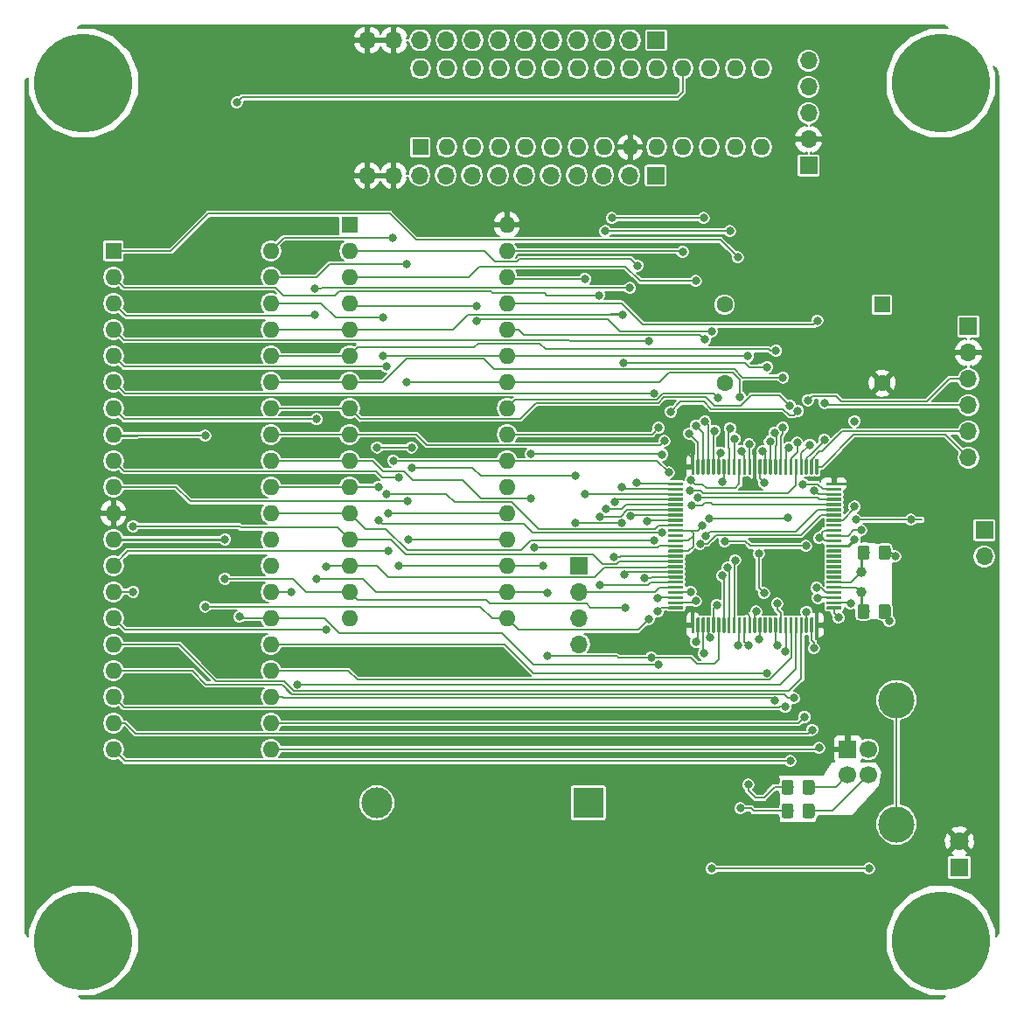
<source format=gbr>
G04 #@! TF.GenerationSoftware,KiCad,Pcbnew,(5.0.2)-1*
G04 #@! TF.CreationDate,2019-10-04T18:50:56-04:00*
G04 #@! TF.ProjectId,Z80_CPU,5a38305f-4350-4552-9e6b-696361645f70,1*
G04 #@! TF.SameCoordinates,Original*
G04 #@! TF.FileFunction,Copper,L1,Top*
G04 #@! TF.FilePolarity,Positive*
%FSLAX46Y46*%
G04 Gerber Fmt 4.6, Leading zero omitted, Abs format (unit mm)*
G04 Created by KiCad (PCBNEW (5.0.2)-1) date 10/4/2019 6:50:56 PM*
%MOMM*%
%LPD*%
G01*
G04 APERTURE LIST*
G04 #@! TA.AperFunction,ComponentPad*
%ADD10R,1.600000X1.600000*%
G04 #@! TD*
G04 #@! TA.AperFunction,ComponentPad*
%ADD11C,1.600000*%
G04 #@! TD*
G04 #@! TA.AperFunction,ComponentPad*
%ADD12C,3.000000*%
G04 #@! TD*
G04 #@! TA.AperFunction,ComponentPad*
%ADD13R,3.000000X3.000000*%
G04 #@! TD*
G04 #@! TA.AperFunction,Conductor*
%ADD14C,0.100000*%
G04 #@! TD*
G04 #@! TA.AperFunction,SMDPad,CuDef*
%ADD15C,1.150000*%
G04 #@! TD*
G04 #@! TA.AperFunction,ComponentPad*
%ADD16R,1.800000X1.800000*%
G04 #@! TD*
G04 #@! TA.AperFunction,ComponentPad*
%ADD17C,1.800000*%
G04 #@! TD*
G04 #@! TA.AperFunction,ComponentPad*
%ADD18R,1.700000X1.700000*%
G04 #@! TD*
G04 #@! TA.AperFunction,ComponentPad*
%ADD19O,1.700000X1.700000*%
G04 #@! TD*
G04 #@! TA.AperFunction,ComponentPad*
%ADD20C,1.700000*%
G04 #@! TD*
G04 #@! TA.AperFunction,ComponentPad*
%ADD21C,3.500000*%
G04 #@! TD*
G04 #@! TA.AperFunction,ComponentPad*
%ADD22O,1.600000X1.600000*%
G04 #@! TD*
G04 #@! TA.AperFunction,SMDPad,CuDef*
%ADD23C,0.300000*%
G04 #@! TD*
G04 #@! TA.AperFunction,ComponentPad*
%ADD24C,1.000000*%
G04 #@! TD*
G04 #@! TA.AperFunction,ComponentPad*
%ADD25C,9.525000*%
G04 #@! TD*
G04 #@! TA.AperFunction,ViaPad*
%ADD26C,0.800000*%
G04 #@! TD*
G04 #@! TA.AperFunction,Conductor*
%ADD27C,0.152400*%
G04 #@! TD*
G04 #@! TA.AperFunction,Conductor*
%ADD28C,0.203200*%
G04 #@! TD*
G04 #@! TA.AperFunction,Conductor*
%ADD29C,0.250000*%
G04 #@! TD*
G04 APERTURE END LIST*
D10*
G04 #@! TO.P,U3,1*
G04 #@! TO.N,N/C*
X83312000Y-27432000D03*
D11*
G04 #@! TO.P,U3,14*
G04 #@! TO.N,+5V*
X83312000Y-35052000D03*
G04 #@! TO.P,U3,8*
G04 #@! TO.N,Net-(U3-Pad8)*
X68072000Y-35052000D03*
G04 #@! TO.P,U3,7*
G04 #@! TO.N,GND*
X68072000Y-27432000D03*
G04 #@! TD*
D12*
G04 #@! TO.P,BT1,2*
G04 #@! TO.N,GND*
X34374000Y-75692000D03*
D13*
G04 #@! TO.P,BT1,1*
G04 #@! TO.N,Net-(BT1-Pad1)*
X54864000Y-75692000D03*
G04 #@! TD*
D14*
G04 #@! TO.N,Net-(C7-Pad2)*
G04 #@! TO.C,C7*
G36*
X81874505Y-50736204D02*
X81898773Y-50739804D01*
X81922572Y-50745765D01*
X81945671Y-50754030D01*
X81967850Y-50764520D01*
X81988893Y-50777132D01*
X82008599Y-50791747D01*
X82026777Y-50808223D01*
X82043253Y-50826401D01*
X82057868Y-50846107D01*
X82070480Y-50867150D01*
X82080970Y-50889329D01*
X82089235Y-50912428D01*
X82095196Y-50936227D01*
X82098796Y-50960495D01*
X82100000Y-50984999D01*
X82100000Y-51885001D01*
X82098796Y-51909505D01*
X82095196Y-51933773D01*
X82089235Y-51957572D01*
X82080970Y-51980671D01*
X82070480Y-52002850D01*
X82057868Y-52023893D01*
X82043253Y-52043599D01*
X82026777Y-52061777D01*
X82008599Y-52078253D01*
X81988893Y-52092868D01*
X81967850Y-52105480D01*
X81945671Y-52115970D01*
X81922572Y-52124235D01*
X81898773Y-52130196D01*
X81874505Y-52133796D01*
X81850001Y-52135000D01*
X81199999Y-52135000D01*
X81175495Y-52133796D01*
X81151227Y-52130196D01*
X81127428Y-52124235D01*
X81104329Y-52115970D01*
X81082150Y-52105480D01*
X81061107Y-52092868D01*
X81041401Y-52078253D01*
X81023223Y-52061777D01*
X81006747Y-52043599D01*
X80992132Y-52023893D01*
X80979520Y-52002850D01*
X80969030Y-51980671D01*
X80960765Y-51957572D01*
X80954804Y-51933773D01*
X80951204Y-51909505D01*
X80950000Y-51885001D01*
X80950000Y-50984999D01*
X80951204Y-50960495D01*
X80954804Y-50936227D01*
X80960765Y-50912428D01*
X80969030Y-50889329D01*
X80979520Y-50867150D01*
X80992132Y-50846107D01*
X81006747Y-50826401D01*
X81023223Y-50808223D01*
X81041401Y-50791747D01*
X81061107Y-50777132D01*
X81082150Y-50764520D01*
X81104329Y-50754030D01*
X81127428Y-50745765D01*
X81151227Y-50739804D01*
X81175495Y-50736204D01*
X81199999Y-50735000D01*
X81850001Y-50735000D01*
X81874505Y-50736204D01*
X81874505Y-50736204D01*
G37*
D15*
G04 #@! TD*
G04 #@! TO.P,C7,2*
G04 #@! TO.N,Net-(C7-Pad2)*
X81525000Y-51435000D03*
D14*
G04 #@! TO.N,GND*
G04 #@! TO.C,C7*
G36*
X83924505Y-50736204D02*
X83948773Y-50739804D01*
X83972572Y-50745765D01*
X83995671Y-50754030D01*
X84017850Y-50764520D01*
X84038893Y-50777132D01*
X84058599Y-50791747D01*
X84076777Y-50808223D01*
X84093253Y-50826401D01*
X84107868Y-50846107D01*
X84120480Y-50867150D01*
X84130970Y-50889329D01*
X84139235Y-50912428D01*
X84145196Y-50936227D01*
X84148796Y-50960495D01*
X84150000Y-50984999D01*
X84150000Y-51885001D01*
X84148796Y-51909505D01*
X84145196Y-51933773D01*
X84139235Y-51957572D01*
X84130970Y-51980671D01*
X84120480Y-52002850D01*
X84107868Y-52023893D01*
X84093253Y-52043599D01*
X84076777Y-52061777D01*
X84058599Y-52078253D01*
X84038893Y-52092868D01*
X84017850Y-52105480D01*
X83995671Y-52115970D01*
X83972572Y-52124235D01*
X83948773Y-52130196D01*
X83924505Y-52133796D01*
X83900001Y-52135000D01*
X83249999Y-52135000D01*
X83225495Y-52133796D01*
X83201227Y-52130196D01*
X83177428Y-52124235D01*
X83154329Y-52115970D01*
X83132150Y-52105480D01*
X83111107Y-52092868D01*
X83091401Y-52078253D01*
X83073223Y-52061777D01*
X83056747Y-52043599D01*
X83042132Y-52023893D01*
X83029520Y-52002850D01*
X83019030Y-51980671D01*
X83010765Y-51957572D01*
X83004804Y-51933773D01*
X83001204Y-51909505D01*
X83000000Y-51885001D01*
X83000000Y-50984999D01*
X83001204Y-50960495D01*
X83004804Y-50936227D01*
X83010765Y-50912428D01*
X83019030Y-50889329D01*
X83029520Y-50867150D01*
X83042132Y-50846107D01*
X83056747Y-50826401D01*
X83073223Y-50808223D01*
X83091401Y-50791747D01*
X83111107Y-50777132D01*
X83132150Y-50764520D01*
X83154329Y-50754030D01*
X83177428Y-50745765D01*
X83201227Y-50739804D01*
X83225495Y-50736204D01*
X83249999Y-50735000D01*
X83900001Y-50735000D01*
X83924505Y-50736204D01*
X83924505Y-50736204D01*
G37*
D15*
G04 #@! TD*
G04 #@! TO.P,C7,1*
G04 #@! TO.N,GND*
X83575000Y-51435000D03*
D14*
G04 #@! TO.N,GND*
G04 #@! TO.C,C8*
G36*
X83924505Y-56451204D02*
X83948773Y-56454804D01*
X83972572Y-56460765D01*
X83995671Y-56469030D01*
X84017850Y-56479520D01*
X84038893Y-56492132D01*
X84058599Y-56506747D01*
X84076777Y-56523223D01*
X84093253Y-56541401D01*
X84107868Y-56561107D01*
X84120480Y-56582150D01*
X84130970Y-56604329D01*
X84139235Y-56627428D01*
X84145196Y-56651227D01*
X84148796Y-56675495D01*
X84150000Y-56699999D01*
X84150000Y-57600001D01*
X84148796Y-57624505D01*
X84145196Y-57648773D01*
X84139235Y-57672572D01*
X84130970Y-57695671D01*
X84120480Y-57717850D01*
X84107868Y-57738893D01*
X84093253Y-57758599D01*
X84076777Y-57776777D01*
X84058599Y-57793253D01*
X84038893Y-57807868D01*
X84017850Y-57820480D01*
X83995671Y-57830970D01*
X83972572Y-57839235D01*
X83948773Y-57845196D01*
X83924505Y-57848796D01*
X83900001Y-57850000D01*
X83249999Y-57850000D01*
X83225495Y-57848796D01*
X83201227Y-57845196D01*
X83177428Y-57839235D01*
X83154329Y-57830970D01*
X83132150Y-57820480D01*
X83111107Y-57807868D01*
X83091401Y-57793253D01*
X83073223Y-57776777D01*
X83056747Y-57758599D01*
X83042132Y-57738893D01*
X83029520Y-57717850D01*
X83019030Y-57695671D01*
X83010765Y-57672572D01*
X83004804Y-57648773D01*
X83001204Y-57624505D01*
X83000000Y-57600001D01*
X83000000Y-56699999D01*
X83001204Y-56675495D01*
X83004804Y-56651227D01*
X83010765Y-56627428D01*
X83019030Y-56604329D01*
X83029520Y-56582150D01*
X83042132Y-56561107D01*
X83056747Y-56541401D01*
X83073223Y-56523223D01*
X83091401Y-56506747D01*
X83111107Y-56492132D01*
X83132150Y-56479520D01*
X83154329Y-56469030D01*
X83177428Y-56460765D01*
X83201227Y-56454804D01*
X83225495Y-56451204D01*
X83249999Y-56450000D01*
X83900001Y-56450000D01*
X83924505Y-56451204D01*
X83924505Y-56451204D01*
G37*
D15*
G04 #@! TD*
G04 #@! TO.P,C8,1*
G04 #@! TO.N,GND*
X83575000Y-57150000D03*
D14*
G04 #@! TO.N,Net-(C8-Pad2)*
G04 #@! TO.C,C8*
G36*
X81874505Y-56451204D02*
X81898773Y-56454804D01*
X81922572Y-56460765D01*
X81945671Y-56469030D01*
X81967850Y-56479520D01*
X81988893Y-56492132D01*
X82008599Y-56506747D01*
X82026777Y-56523223D01*
X82043253Y-56541401D01*
X82057868Y-56561107D01*
X82070480Y-56582150D01*
X82080970Y-56604329D01*
X82089235Y-56627428D01*
X82095196Y-56651227D01*
X82098796Y-56675495D01*
X82100000Y-56699999D01*
X82100000Y-57600001D01*
X82098796Y-57624505D01*
X82095196Y-57648773D01*
X82089235Y-57672572D01*
X82080970Y-57695671D01*
X82070480Y-57717850D01*
X82057868Y-57738893D01*
X82043253Y-57758599D01*
X82026777Y-57776777D01*
X82008599Y-57793253D01*
X81988893Y-57807868D01*
X81967850Y-57820480D01*
X81945671Y-57830970D01*
X81922572Y-57839235D01*
X81898773Y-57845196D01*
X81874505Y-57848796D01*
X81850001Y-57850000D01*
X81199999Y-57850000D01*
X81175495Y-57848796D01*
X81151227Y-57845196D01*
X81127428Y-57839235D01*
X81104329Y-57830970D01*
X81082150Y-57820480D01*
X81061107Y-57807868D01*
X81041401Y-57793253D01*
X81023223Y-57776777D01*
X81006747Y-57758599D01*
X80992132Y-57738893D01*
X80979520Y-57717850D01*
X80969030Y-57695671D01*
X80960765Y-57672572D01*
X80954804Y-57648773D01*
X80951204Y-57624505D01*
X80950000Y-57600001D01*
X80950000Y-56699999D01*
X80951204Y-56675495D01*
X80954804Y-56651227D01*
X80960765Y-56627428D01*
X80969030Y-56604329D01*
X80979520Y-56582150D01*
X80992132Y-56561107D01*
X81006747Y-56541401D01*
X81023223Y-56523223D01*
X81041401Y-56506747D01*
X81061107Y-56492132D01*
X81082150Y-56479520D01*
X81104329Y-56469030D01*
X81127428Y-56460765D01*
X81151227Y-56454804D01*
X81175495Y-56451204D01*
X81199999Y-56450000D01*
X81850001Y-56450000D01*
X81874505Y-56451204D01*
X81874505Y-56451204D01*
G37*
D15*
G04 #@! TD*
G04 #@! TO.P,C8,2*
G04 #@! TO.N,Net-(C8-Pad2)*
X81525000Y-57150000D03*
D16*
G04 #@! TO.P,D1,1*
G04 #@! TO.N,Net-(D1-Pad1)*
X90805000Y-81915000D03*
D17*
G04 #@! TO.P,D1,2*
G04 #@! TO.N,+5V*
X90805000Y-79375000D03*
G04 #@! TD*
D18*
G04 #@! TO.P,H2,1*
G04 #@! TO.N,/SWD*
X53975000Y-52705000D03*
D19*
G04 #@! TO.P,H2,2*
G04 #@! TO.N,/SWC*
X53975000Y-55245000D03*
G04 #@! TO.P,H2,3*
G04 #@! TO.N,Net-(C1-Pad1)*
X53975000Y-57785000D03*
G04 #@! TO.P,H2,4*
G04 #@! TO.N,GND*
X53975000Y-60325000D03*
G04 #@! TD*
D18*
G04 #@! TO.P,J1,1*
G04 #@! TO.N,+5V*
X80000000Y-70485000D03*
D20*
G04 #@! TO.P,J1,2*
G04 #@! TO.N,/USB-DM*
X80000000Y-72985000D03*
G04 #@! TO.P,J1,3*
G04 #@! TO.N,/USB-DP*
X82000000Y-72985000D03*
G04 #@! TO.P,J1,4*
G04 #@! TO.N,GND*
X82000000Y-70485000D03*
D21*
G04 #@! TO.P,J1,5*
G04 #@! TO.N,Net-(J1-Pad5)*
X84710000Y-65715000D03*
X84710000Y-77755000D03*
G04 #@! TD*
D14*
G04 #@! TO.N,Net-(R5-Pad2)*
G04 #@! TO.C,R5*
G36*
X74508505Y-73469204D02*
X74532773Y-73472804D01*
X74556572Y-73478765D01*
X74579671Y-73487030D01*
X74601850Y-73497520D01*
X74622893Y-73510132D01*
X74642599Y-73524747D01*
X74660777Y-73541223D01*
X74677253Y-73559401D01*
X74691868Y-73579107D01*
X74704480Y-73600150D01*
X74714970Y-73622329D01*
X74723235Y-73645428D01*
X74729196Y-73669227D01*
X74732796Y-73693495D01*
X74734000Y-73717999D01*
X74734000Y-74618001D01*
X74732796Y-74642505D01*
X74729196Y-74666773D01*
X74723235Y-74690572D01*
X74714970Y-74713671D01*
X74704480Y-74735850D01*
X74691868Y-74756893D01*
X74677253Y-74776599D01*
X74660777Y-74794777D01*
X74642599Y-74811253D01*
X74622893Y-74825868D01*
X74601850Y-74838480D01*
X74579671Y-74848970D01*
X74556572Y-74857235D01*
X74532773Y-74863196D01*
X74508505Y-74866796D01*
X74484001Y-74868000D01*
X73833999Y-74868000D01*
X73809495Y-74866796D01*
X73785227Y-74863196D01*
X73761428Y-74857235D01*
X73738329Y-74848970D01*
X73716150Y-74838480D01*
X73695107Y-74825868D01*
X73675401Y-74811253D01*
X73657223Y-74794777D01*
X73640747Y-74776599D01*
X73626132Y-74756893D01*
X73613520Y-74735850D01*
X73603030Y-74713671D01*
X73594765Y-74690572D01*
X73588804Y-74666773D01*
X73585204Y-74642505D01*
X73584000Y-74618001D01*
X73584000Y-73717999D01*
X73585204Y-73693495D01*
X73588804Y-73669227D01*
X73594765Y-73645428D01*
X73603030Y-73622329D01*
X73613520Y-73600150D01*
X73626132Y-73579107D01*
X73640747Y-73559401D01*
X73657223Y-73541223D01*
X73675401Y-73524747D01*
X73695107Y-73510132D01*
X73716150Y-73497520D01*
X73738329Y-73487030D01*
X73761428Y-73478765D01*
X73785227Y-73472804D01*
X73809495Y-73469204D01*
X73833999Y-73468000D01*
X74484001Y-73468000D01*
X74508505Y-73469204D01*
X74508505Y-73469204D01*
G37*
D15*
G04 #@! TD*
G04 #@! TO.P,R5,2*
G04 #@! TO.N,Net-(R5-Pad2)*
X74159000Y-74168000D03*
D14*
G04 #@! TO.N,/USB-DM*
G04 #@! TO.C,R5*
G36*
X76558505Y-73469204D02*
X76582773Y-73472804D01*
X76606572Y-73478765D01*
X76629671Y-73487030D01*
X76651850Y-73497520D01*
X76672893Y-73510132D01*
X76692599Y-73524747D01*
X76710777Y-73541223D01*
X76727253Y-73559401D01*
X76741868Y-73579107D01*
X76754480Y-73600150D01*
X76764970Y-73622329D01*
X76773235Y-73645428D01*
X76779196Y-73669227D01*
X76782796Y-73693495D01*
X76784000Y-73717999D01*
X76784000Y-74618001D01*
X76782796Y-74642505D01*
X76779196Y-74666773D01*
X76773235Y-74690572D01*
X76764970Y-74713671D01*
X76754480Y-74735850D01*
X76741868Y-74756893D01*
X76727253Y-74776599D01*
X76710777Y-74794777D01*
X76692599Y-74811253D01*
X76672893Y-74825868D01*
X76651850Y-74838480D01*
X76629671Y-74848970D01*
X76606572Y-74857235D01*
X76582773Y-74863196D01*
X76558505Y-74866796D01*
X76534001Y-74868000D01*
X75883999Y-74868000D01*
X75859495Y-74866796D01*
X75835227Y-74863196D01*
X75811428Y-74857235D01*
X75788329Y-74848970D01*
X75766150Y-74838480D01*
X75745107Y-74825868D01*
X75725401Y-74811253D01*
X75707223Y-74794777D01*
X75690747Y-74776599D01*
X75676132Y-74756893D01*
X75663520Y-74735850D01*
X75653030Y-74713671D01*
X75644765Y-74690572D01*
X75638804Y-74666773D01*
X75635204Y-74642505D01*
X75634000Y-74618001D01*
X75634000Y-73717999D01*
X75635204Y-73693495D01*
X75638804Y-73669227D01*
X75644765Y-73645428D01*
X75653030Y-73622329D01*
X75663520Y-73600150D01*
X75676132Y-73579107D01*
X75690747Y-73559401D01*
X75707223Y-73541223D01*
X75725401Y-73524747D01*
X75745107Y-73510132D01*
X75766150Y-73497520D01*
X75788329Y-73487030D01*
X75811428Y-73478765D01*
X75835227Y-73472804D01*
X75859495Y-73469204D01*
X75883999Y-73468000D01*
X76534001Y-73468000D01*
X76558505Y-73469204D01*
X76558505Y-73469204D01*
G37*
D15*
G04 #@! TD*
G04 #@! TO.P,R5,1*
G04 #@! TO.N,/USB-DM*
X76209000Y-74168000D03*
D14*
G04 #@! TO.N,/USB-DP*
G04 #@! TO.C,R6*
G36*
X76558505Y-75755204D02*
X76582773Y-75758804D01*
X76606572Y-75764765D01*
X76629671Y-75773030D01*
X76651850Y-75783520D01*
X76672893Y-75796132D01*
X76692599Y-75810747D01*
X76710777Y-75827223D01*
X76727253Y-75845401D01*
X76741868Y-75865107D01*
X76754480Y-75886150D01*
X76764970Y-75908329D01*
X76773235Y-75931428D01*
X76779196Y-75955227D01*
X76782796Y-75979495D01*
X76784000Y-76003999D01*
X76784000Y-76904001D01*
X76782796Y-76928505D01*
X76779196Y-76952773D01*
X76773235Y-76976572D01*
X76764970Y-76999671D01*
X76754480Y-77021850D01*
X76741868Y-77042893D01*
X76727253Y-77062599D01*
X76710777Y-77080777D01*
X76692599Y-77097253D01*
X76672893Y-77111868D01*
X76651850Y-77124480D01*
X76629671Y-77134970D01*
X76606572Y-77143235D01*
X76582773Y-77149196D01*
X76558505Y-77152796D01*
X76534001Y-77154000D01*
X75883999Y-77154000D01*
X75859495Y-77152796D01*
X75835227Y-77149196D01*
X75811428Y-77143235D01*
X75788329Y-77134970D01*
X75766150Y-77124480D01*
X75745107Y-77111868D01*
X75725401Y-77097253D01*
X75707223Y-77080777D01*
X75690747Y-77062599D01*
X75676132Y-77042893D01*
X75663520Y-77021850D01*
X75653030Y-76999671D01*
X75644765Y-76976572D01*
X75638804Y-76952773D01*
X75635204Y-76928505D01*
X75634000Y-76904001D01*
X75634000Y-76003999D01*
X75635204Y-75979495D01*
X75638804Y-75955227D01*
X75644765Y-75931428D01*
X75653030Y-75908329D01*
X75663520Y-75886150D01*
X75676132Y-75865107D01*
X75690747Y-75845401D01*
X75707223Y-75827223D01*
X75725401Y-75810747D01*
X75745107Y-75796132D01*
X75766150Y-75783520D01*
X75788329Y-75773030D01*
X75811428Y-75764765D01*
X75835227Y-75758804D01*
X75859495Y-75755204D01*
X75883999Y-75754000D01*
X76534001Y-75754000D01*
X76558505Y-75755204D01*
X76558505Y-75755204D01*
G37*
D15*
G04 #@! TD*
G04 #@! TO.P,R6,1*
G04 #@! TO.N,/USB-DP*
X76209000Y-76454000D03*
D14*
G04 #@! TO.N,Net-(R6-Pad2)*
G04 #@! TO.C,R6*
G36*
X74508505Y-75755204D02*
X74532773Y-75758804D01*
X74556572Y-75764765D01*
X74579671Y-75773030D01*
X74601850Y-75783520D01*
X74622893Y-75796132D01*
X74642599Y-75810747D01*
X74660777Y-75827223D01*
X74677253Y-75845401D01*
X74691868Y-75865107D01*
X74704480Y-75886150D01*
X74714970Y-75908329D01*
X74723235Y-75931428D01*
X74729196Y-75955227D01*
X74732796Y-75979495D01*
X74734000Y-76003999D01*
X74734000Y-76904001D01*
X74732796Y-76928505D01*
X74729196Y-76952773D01*
X74723235Y-76976572D01*
X74714970Y-76999671D01*
X74704480Y-77021850D01*
X74691868Y-77042893D01*
X74677253Y-77062599D01*
X74660777Y-77080777D01*
X74642599Y-77097253D01*
X74622893Y-77111868D01*
X74601850Y-77124480D01*
X74579671Y-77134970D01*
X74556572Y-77143235D01*
X74532773Y-77149196D01*
X74508505Y-77152796D01*
X74484001Y-77154000D01*
X73833999Y-77154000D01*
X73809495Y-77152796D01*
X73785227Y-77149196D01*
X73761428Y-77143235D01*
X73738329Y-77134970D01*
X73716150Y-77124480D01*
X73695107Y-77111868D01*
X73675401Y-77097253D01*
X73657223Y-77080777D01*
X73640747Y-77062599D01*
X73626132Y-77042893D01*
X73613520Y-77021850D01*
X73603030Y-76999671D01*
X73594765Y-76976572D01*
X73588804Y-76952773D01*
X73585204Y-76928505D01*
X73584000Y-76904001D01*
X73584000Y-76003999D01*
X73585204Y-75979495D01*
X73588804Y-75955227D01*
X73594765Y-75931428D01*
X73603030Y-75908329D01*
X73613520Y-75886150D01*
X73626132Y-75865107D01*
X73640747Y-75845401D01*
X73657223Y-75827223D01*
X73675401Y-75810747D01*
X73695107Y-75796132D01*
X73716150Y-75783520D01*
X73738329Y-75773030D01*
X73761428Y-75764765D01*
X73785227Y-75758804D01*
X73809495Y-75755204D01*
X73833999Y-75754000D01*
X74484001Y-75754000D01*
X74508505Y-75755204D01*
X74508505Y-75755204D01*
G37*
D15*
G04 #@! TD*
G04 #@! TO.P,R6,2*
G04 #@! TO.N,Net-(R6-Pad2)*
X74159000Y-76454000D03*
D10*
G04 #@! TO.P,U1,1*
G04 #@! TO.N,/CPUA11*
X8890000Y-22225000D03*
D22*
G04 #@! TO.P,U1,21*
G04 #@! TO.N,/~CPURD*
X24130000Y-70485000D03*
G04 #@! TO.P,U1,2*
G04 #@! TO.N,/CPUA12*
X8890000Y-24765000D03*
G04 #@! TO.P,U1,22*
G04 #@! TO.N,/~CPUWR*
X24130000Y-67945000D03*
G04 #@! TO.P,U1,3*
G04 #@! TO.N,/CPUA13*
X8890000Y-27305000D03*
G04 #@! TO.P,U1,23*
G04 #@! TO.N,/~BUSACK*
X24130000Y-65405000D03*
G04 #@! TO.P,U1,4*
G04 #@! TO.N,/CPUA14*
X8890000Y-29845000D03*
G04 #@! TO.P,U1,24*
G04 #@! TO.N,/~WAIT*
X24130000Y-62865000D03*
G04 #@! TO.P,U1,5*
G04 #@! TO.N,/CPUA15*
X8890000Y-32385000D03*
G04 #@! TO.P,U1,25*
G04 #@! TO.N,/~BUSRQ*
X24130000Y-60325000D03*
G04 #@! TO.P,U1,6*
G04 #@! TO.N,/CPUCLK*
X8890000Y-34925000D03*
G04 #@! TO.P,U1,26*
G04 #@! TO.N,/~CPURST*
X24130000Y-57785000D03*
G04 #@! TO.P,U1,7*
G04 #@! TO.N,/CPUD4*
X8890000Y-37465000D03*
G04 #@! TO.P,U1,27*
G04 #@! TO.N,/~M1*
X24130000Y-55245000D03*
G04 #@! TO.P,U1,8*
G04 #@! TO.N,/CPUD3*
X8890000Y-40005000D03*
G04 #@! TO.P,U1,28*
G04 #@! TO.N,N/C*
X24130000Y-52705000D03*
G04 #@! TO.P,U1,9*
G04 #@! TO.N,/CPUD5*
X8890000Y-42545000D03*
G04 #@! TO.P,U1,29*
G04 #@! TO.N,GND*
X24130000Y-50165000D03*
G04 #@! TO.P,U1,10*
G04 #@! TO.N,/CPUD6*
X8890000Y-45085000D03*
G04 #@! TO.P,U1,30*
G04 #@! TO.N,/CPUA0*
X24130000Y-47625000D03*
G04 #@! TO.P,U1,11*
G04 #@! TO.N,+5V*
X8890000Y-47625000D03*
G04 #@! TO.P,U1,31*
G04 #@! TO.N,/CPUA1*
X24130000Y-45085000D03*
G04 #@! TO.P,U1,12*
G04 #@! TO.N,/CPUD2*
X8890000Y-50165000D03*
G04 #@! TO.P,U1,32*
G04 #@! TO.N,/CPUA2*
X24130000Y-42545000D03*
G04 #@! TO.P,U1,13*
G04 #@! TO.N,/CPUD7*
X8890000Y-52705000D03*
G04 #@! TO.P,U1,33*
G04 #@! TO.N,/CPUA3*
X24130000Y-40005000D03*
G04 #@! TO.P,U1,14*
G04 #@! TO.N,/CPUD0*
X8890000Y-55245000D03*
G04 #@! TO.P,U1,34*
G04 #@! TO.N,/CPUA4*
X24130000Y-37465000D03*
G04 #@! TO.P,U1,15*
G04 #@! TO.N,/CPUD1*
X8890000Y-57785000D03*
G04 #@! TO.P,U1,35*
G04 #@! TO.N,/CPUA5*
X24130000Y-34925000D03*
G04 #@! TO.P,U1,16*
G04 #@! TO.N,/~INT*
X8890000Y-60325000D03*
G04 #@! TO.P,U1,36*
G04 #@! TO.N,/CPUA6*
X24130000Y-32385000D03*
G04 #@! TO.P,U1,17*
G04 #@! TO.N,/~NMI*
X8890000Y-62865000D03*
G04 #@! TO.P,U1,37*
G04 #@! TO.N,/CPUA7*
X24130000Y-29845000D03*
G04 #@! TO.P,U1,18*
G04 #@! TO.N,/~HALT*
X8890000Y-65405000D03*
G04 #@! TO.P,U1,38*
G04 #@! TO.N,/CPUA8*
X24130000Y-27305000D03*
G04 #@! TO.P,U1,19*
G04 #@! TO.N,/~MREQ*
X8890000Y-67945000D03*
G04 #@! TO.P,U1,39*
G04 #@! TO.N,/CPUA9*
X24130000Y-24765000D03*
G04 #@! TO.P,U1,20*
G04 #@! TO.N,/~IORQ*
X8890000Y-70485000D03*
G04 #@! TO.P,U1,40*
G04 #@! TO.N,/CPUA10*
X24130000Y-22225000D03*
G04 #@! TD*
D14*
G04 #@! TO.N,/SRAMA16*
G04 #@! TO.C,U4*
G36*
X64007351Y-44650361D02*
X64014632Y-44651441D01*
X64021771Y-44653229D01*
X64028701Y-44655709D01*
X64035355Y-44658856D01*
X64041668Y-44662640D01*
X64047579Y-44667024D01*
X64053033Y-44671967D01*
X64057976Y-44677421D01*
X64062360Y-44683332D01*
X64066144Y-44689645D01*
X64069291Y-44696299D01*
X64071771Y-44703229D01*
X64073559Y-44710368D01*
X64074639Y-44717649D01*
X64075000Y-44725000D01*
X64075000Y-44875000D01*
X64074639Y-44882351D01*
X64073559Y-44889632D01*
X64071771Y-44896771D01*
X64069291Y-44903701D01*
X64066144Y-44910355D01*
X64062360Y-44916668D01*
X64057976Y-44922579D01*
X64053033Y-44928033D01*
X64047579Y-44932976D01*
X64041668Y-44937360D01*
X64035355Y-44941144D01*
X64028701Y-44944291D01*
X64021771Y-44946771D01*
X64014632Y-44948559D01*
X64007351Y-44949639D01*
X64000000Y-44950000D01*
X62675000Y-44950000D01*
X62667649Y-44949639D01*
X62660368Y-44948559D01*
X62653229Y-44946771D01*
X62646299Y-44944291D01*
X62639645Y-44941144D01*
X62633332Y-44937360D01*
X62627421Y-44932976D01*
X62621967Y-44928033D01*
X62617024Y-44922579D01*
X62612640Y-44916668D01*
X62608856Y-44910355D01*
X62605709Y-44903701D01*
X62603229Y-44896771D01*
X62601441Y-44889632D01*
X62600361Y-44882351D01*
X62600000Y-44875000D01*
X62600000Y-44725000D01*
X62600361Y-44717649D01*
X62601441Y-44710368D01*
X62603229Y-44703229D01*
X62605709Y-44696299D01*
X62608856Y-44689645D01*
X62612640Y-44683332D01*
X62617024Y-44677421D01*
X62621967Y-44671967D01*
X62627421Y-44667024D01*
X62633332Y-44662640D01*
X62639645Y-44658856D01*
X62646299Y-44655709D01*
X62653229Y-44653229D01*
X62660368Y-44651441D01*
X62667649Y-44650361D01*
X62675000Y-44650000D01*
X64000000Y-44650000D01*
X64007351Y-44650361D01*
X64007351Y-44650361D01*
G37*
D23*
G04 #@! TD*
G04 #@! TO.P,U4,1*
G04 #@! TO.N,/SRAMA16*
X63337500Y-44800000D03*
D14*
G04 #@! TO.N,/SRAMA18*
G04 #@! TO.C,U4*
G36*
X64007351Y-45150361D02*
X64014632Y-45151441D01*
X64021771Y-45153229D01*
X64028701Y-45155709D01*
X64035355Y-45158856D01*
X64041668Y-45162640D01*
X64047579Y-45167024D01*
X64053033Y-45171967D01*
X64057976Y-45177421D01*
X64062360Y-45183332D01*
X64066144Y-45189645D01*
X64069291Y-45196299D01*
X64071771Y-45203229D01*
X64073559Y-45210368D01*
X64074639Y-45217649D01*
X64075000Y-45225000D01*
X64075000Y-45375000D01*
X64074639Y-45382351D01*
X64073559Y-45389632D01*
X64071771Y-45396771D01*
X64069291Y-45403701D01*
X64066144Y-45410355D01*
X64062360Y-45416668D01*
X64057976Y-45422579D01*
X64053033Y-45428033D01*
X64047579Y-45432976D01*
X64041668Y-45437360D01*
X64035355Y-45441144D01*
X64028701Y-45444291D01*
X64021771Y-45446771D01*
X64014632Y-45448559D01*
X64007351Y-45449639D01*
X64000000Y-45450000D01*
X62675000Y-45450000D01*
X62667649Y-45449639D01*
X62660368Y-45448559D01*
X62653229Y-45446771D01*
X62646299Y-45444291D01*
X62639645Y-45441144D01*
X62633332Y-45437360D01*
X62627421Y-45432976D01*
X62621967Y-45428033D01*
X62617024Y-45422579D01*
X62612640Y-45416668D01*
X62608856Y-45410355D01*
X62605709Y-45403701D01*
X62603229Y-45396771D01*
X62601441Y-45389632D01*
X62600361Y-45382351D01*
X62600000Y-45375000D01*
X62600000Y-45225000D01*
X62600361Y-45217649D01*
X62601441Y-45210368D01*
X62603229Y-45203229D01*
X62605709Y-45196299D01*
X62608856Y-45189645D01*
X62612640Y-45183332D01*
X62617024Y-45177421D01*
X62621967Y-45171967D01*
X62627421Y-45167024D01*
X62633332Y-45162640D01*
X62639645Y-45158856D01*
X62646299Y-45155709D01*
X62653229Y-45153229D01*
X62660368Y-45151441D01*
X62667649Y-45150361D01*
X62675000Y-45150000D01*
X64000000Y-45150000D01*
X64007351Y-45150361D01*
X64007351Y-45150361D01*
G37*
D23*
G04 #@! TD*
G04 #@! TO.P,U4,2*
G04 #@! TO.N,/SRAMA18*
X63337500Y-45300000D03*
D14*
G04 #@! TO.N,/SRAMA17*
G04 #@! TO.C,U4*
G36*
X64007351Y-45650361D02*
X64014632Y-45651441D01*
X64021771Y-45653229D01*
X64028701Y-45655709D01*
X64035355Y-45658856D01*
X64041668Y-45662640D01*
X64047579Y-45667024D01*
X64053033Y-45671967D01*
X64057976Y-45677421D01*
X64062360Y-45683332D01*
X64066144Y-45689645D01*
X64069291Y-45696299D01*
X64071771Y-45703229D01*
X64073559Y-45710368D01*
X64074639Y-45717649D01*
X64075000Y-45725000D01*
X64075000Y-45875000D01*
X64074639Y-45882351D01*
X64073559Y-45889632D01*
X64071771Y-45896771D01*
X64069291Y-45903701D01*
X64066144Y-45910355D01*
X64062360Y-45916668D01*
X64057976Y-45922579D01*
X64053033Y-45928033D01*
X64047579Y-45932976D01*
X64041668Y-45937360D01*
X64035355Y-45941144D01*
X64028701Y-45944291D01*
X64021771Y-45946771D01*
X64014632Y-45948559D01*
X64007351Y-45949639D01*
X64000000Y-45950000D01*
X62675000Y-45950000D01*
X62667649Y-45949639D01*
X62660368Y-45948559D01*
X62653229Y-45946771D01*
X62646299Y-45944291D01*
X62639645Y-45941144D01*
X62633332Y-45937360D01*
X62627421Y-45932976D01*
X62621967Y-45928033D01*
X62617024Y-45922579D01*
X62612640Y-45916668D01*
X62608856Y-45910355D01*
X62605709Y-45903701D01*
X62603229Y-45896771D01*
X62601441Y-45889632D01*
X62600361Y-45882351D01*
X62600000Y-45875000D01*
X62600000Y-45725000D01*
X62600361Y-45717649D01*
X62601441Y-45710368D01*
X62603229Y-45703229D01*
X62605709Y-45696299D01*
X62608856Y-45689645D01*
X62612640Y-45683332D01*
X62617024Y-45677421D01*
X62621967Y-45671967D01*
X62627421Y-45667024D01*
X62633332Y-45662640D01*
X62639645Y-45658856D01*
X62646299Y-45655709D01*
X62653229Y-45653229D01*
X62660368Y-45651441D01*
X62667649Y-45650361D01*
X62675000Y-45650000D01*
X64000000Y-45650000D01*
X64007351Y-45650361D01*
X64007351Y-45650361D01*
G37*
D23*
G04 #@! TD*
G04 #@! TO.P,U4,3*
G04 #@! TO.N,/SRAMA17*
X63337500Y-45800000D03*
D14*
G04 #@! TO.N,/SCL*
G04 #@! TO.C,U4*
G36*
X64007351Y-46150361D02*
X64014632Y-46151441D01*
X64021771Y-46153229D01*
X64028701Y-46155709D01*
X64035355Y-46158856D01*
X64041668Y-46162640D01*
X64047579Y-46167024D01*
X64053033Y-46171967D01*
X64057976Y-46177421D01*
X64062360Y-46183332D01*
X64066144Y-46189645D01*
X64069291Y-46196299D01*
X64071771Y-46203229D01*
X64073559Y-46210368D01*
X64074639Y-46217649D01*
X64075000Y-46225000D01*
X64075000Y-46375000D01*
X64074639Y-46382351D01*
X64073559Y-46389632D01*
X64071771Y-46396771D01*
X64069291Y-46403701D01*
X64066144Y-46410355D01*
X64062360Y-46416668D01*
X64057976Y-46422579D01*
X64053033Y-46428033D01*
X64047579Y-46432976D01*
X64041668Y-46437360D01*
X64035355Y-46441144D01*
X64028701Y-46444291D01*
X64021771Y-46446771D01*
X64014632Y-46448559D01*
X64007351Y-46449639D01*
X64000000Y-46450000D01*
X62675000Y-46450000D01*
X62667649Y-46449639D01*
X62660368Y-46448559D01*
X62653229Y-46446771D01*
X62646299Y-46444291D01*
X62639645Y-46441144D01*
X62633332Y-46437360D01*
X62627421Y-46432976D01*
X62621967Y-46428033D01*
X62617024Y-46422579D01*
X62612640Y-46416668D01*
X62608856Y-46410355D01*
X62605709Y-46403701D01*
X62603229Y-46396771D01*
X62601441Y-46389632D01*
X62600361Y-46382351D01*
X62600000Y-46375000D01*
X62600000Y-46225000D01*
X62600361Y-46217649D01*
X62601441Y-46210368D01*
X62603229Y-46203229D01*
X62605709Y-46196299D01*
X62608856Y-46189645D01*
X62612640Y-46183332D01*
X62617024Y-46177421D01*
X62621967Y-46171967D01*
X62627421Y-46167024D01*
X62633332Y-46162640D01*
X62639645Y-46158856D01*
X62646299Y-46155709D01*
X62653229Y-46153229D01*
X62660368Y-46151441D01*
X62667649Y-46150361D01*
X62675000Y-46150000D01*
X64000000Y-46150000D01*
X64007351Y-46150361D01*
X64007351Y-46150361D01*
G37*
D23*
G04 #@! TD*
G04 #@! TO.P,U4,4*
G04 #@! TO.N,/SCL*
X63337500Y-46300000D03*
D14*
G04 #@! TO.N,/SDA*
G04 #@! TO.C,U4*
G36*
X64007351Y-46650361D02*
X64014632Y-46651441D01*
X64021771Y-46653229D01*
X64028701Y-46655709D01*
X64035355Y-46658856D01*
X64041668Y-46662640D01*
X64047579Y-46667024D01*
X64053033Y-46671967D01*
X64057976Y-46677421D01*
X64062360Y-46683332D01*
X64066144Y-46689645D01*
X64069291Y-46696299D01*
X64071771Y-46703229D01*
X64073559Y-46710368D01*
X64074639Y-46717649D01*
X64075000Y-46725000D01*
X64075000Y-46875000D01*
X64074639Y-46882351D01*
X64073559Y-46889632D01*
X64071771Y-46896771D01*
X64069291Y-46903701D01*
X64066144Y-46910355D01*
X64062360Y-46916668D01*
X64057976Y-46922579D01*
X64053033Y-46928033D01*
X64047579Y-46932976D01*
X64041668Y-46937360D01*
X64035355Y-46941144D01*
X64028701Y-46944291D01*
X64021771Y-46946771D01*
X64014632Y-46948559D01*
X64007351Y-46949639D01*
X64000000Y-46950000D01*
X62675000Y-46950000D01*
X62667649Y-46949639D01*
X62660368Y-46948559D01*
X62653229Y-46946771D01*
X62646299Y-46944291D01*
X62639645Y-46941144D01*
X62633332Y-46937360D01*
X62627421Y-46932976D01*
X62621967Y-46928033D01*
X62617024Y-46922579D01*
X62612640Y-46916668D01*
X62608856Y-46910355D01*
X62605709Y-46903701D01*
X62603229Y-46896771D01*
X62601441Y-46889632D01*
X62600361Y-46882351D01*
X62600000Y-46875000D01*
X62600000Y-46725000D01*
X62600361Y-46717649D01*
X62601441Y-46710368D01*
X62603229Y-46703229D01*
X62605709Y-46696299D01*
X62608856Y-46689645D01*
X62612640Y-46683332D01*
X62617024Y-46677421D01*
X62621967Y-46671967D01*
X62627421Y-46667024D01*
X62633332Y-46662640D01*
X62639645Y-46658856D01*
X62646299Y-46655709D01*
X62653229Y-46653229D01*
X62660368Y-46651441D01*
X62667649Y-46650361D01*
X62675000Y-46650000D01*
X64000000Y-46650000D01*
X64007351Y-46650361D01*
X64007351Y-46650361D01*
G37*
D23*
G04 #@! TD*
G04 #@! TO.P,U4,5*
G04 #@! TO.N,/SDA*
X63337500Y-46800000D03*
D14*
G04 #@! TO.N,/CPUA12*
G04 #@! TO.C,U4*
G36*
X64007351Y-47150361D02*
X64014632Y-47151441D01*
X64021771Y-47153229D01*
X64028701Y-47155709D01*
X64035355Y-47158856D01*
X64041668Y-47162640D01*
X64047579Y-47167024D01*
X64053033Y-47171967D01*
X64057976Y-47177421D01*
X64062360Y-47183332D01*
X64066144Y-47189645D01*
X64069291Y-47196299D01*
X64071771Y-47203229D01*
X64073559Y-47210368D01*
X64074639Y-47217649D01*
X64075000Y-47225000D01*
X64075000Y-47375000D01*
X64074639Y-47382351D01*
X64073559Y-47389632D01*
X64071771Y-47396771D01*
X64069291Y-47403701D01*
X64066144Y-47410355D01*
X64062360Y-47416668D01*
X64057976Y-47422579D01*
X64053033Y-47428033D01*
X64047579Y-47432976D01*
X64041668Y-47437360D01*
X64035355Y-47441144D01*
X64028701Y-47444291D01*
X64021771Y-47446771D01*
X64014632Y-47448559D01*
X64007351Y-47449639D01*
X64000000Y-47450000D01*
X62675000Y-47450000D01*
X62667649Y-47449639D01*
X62660368Y-47448559D01*
X62653229Y-47446771D01*
X62646299Y-47444291D01*
X62639645Y-47441144D01*
X62633332Y-47437360D01*
X62627421Y-47432976D01*
X62621967Y-47428033D01*
X62617024Y-47422579D01*
X62612640Y-47416668D01*
X62608856Y-47410355D01*
X62605709Y-47403701D01*
X62603229Y-47396771D01*
X62601441Y-47389632D01*
X62600361Y-47382351D01*
X62600000Y-47375000D01*
X62600000Y-47225000D01*
X62600361Y-47217649D01*
X62601441Y-47210368D01*
X62603229Y-47203229D01*
X62605709Y-47196299D01*
X62608856Y-47189645D01*
X62612640Y-47183332D01*
X62617024Y-47177421D01*
X62621967Y-47171967D01*
X62627421Y-47167024D01*
X62633332Y-47162640D01*
X62639645Y-47158856D01*
X62646299Y-47155709D01*
X62653229Y-47153229D01*
X62660368Y-47151441D01*
X62667649Y-47150361D01*
X62675000Y-47150000D01*
X64000000Y-47150000D01*
X64007351Y-47150361D01*
X64007351Y-47150361D01*
G37*
D23*
G04 #@! TD*
G04 #@! TO.P,U4,6*
G04 #@! TO.N,/CPUA12*
X63337500Y-47300000D03*
D14*
G04 #@! TO.N,/CPUA13*
G04 #@! TO.C,U4*
G36*
X64007351Y-47650361D02*
X64014632Y-47651441D01*
X64021771Y-47653229D01*
X64028701Y-47655709D01*
X64035355Y-47658856D01*
X64041668Y-47662640D01*
X64047579Y-47667024D01*
X64053033Y-47671967D01*
X64057976Y-47677421D01*
X64062360Y-47683332D01*
X64066144Y-47689645D01*
X64069291Y-47696299D01*
X64071771Y-47703229D01*
X64073559Y-47710368D01*
X64074639Y-47717649D01*
X64075000Y-47725000D01*
X64075000Y-47875000D01*
X64074639Y-47882351D01*
X64073559Y-47889632D01*
X64071771Y-47896771D01*
X64069291Y-47903701D01*
X64066144Y-47910355D01*
X64062360Y-47916668D01*
X64057976Y-47922579D01*
X64053033Y-47928033D01*
X64047579Y-47932976D01*
X64041668Y-47937360D01*
X64035355Y-47941144D01*
X64028701Y-47944291D01*
X64021771Y-47946771D01*
X64014632Y-47948559D01*
X64007351Y-47949639D01*
X64000000Y-47950000D01*
X62675000Y-47950000D01*
X62667649Y-47949639D01*
X62660368Y-47948559D01*
X62653229Y-47946771D01*
X62646299Y-47944291D01*
X62639645Y-47941144D01*
X62633332Y-47937360D01*
X62627421Y-47932976D01*
X62621967Y-47928033D01*
X62617024Y-47922579D01*
X62612640Y-47916668D01*
X62608856Y-47910355D01*
X62605709Y-47903701D01*
X62603229Y-47896771D01*
X62601441Y-47889632D01*
X62600361Y-47882351D01*
X62600000Y-47875000D01*
X62600000Y-47725000D01*
X62600361Y-47717649D01*
X62601441Y-47710368D01*
X62603229Y-47703229D01*
X62605709Y-47696299D01*
X62608856Y-47689645D01*
X62612640Y-47683332D01*
X62617024Y-47677421D01*
X62621967Y-47671967D01*
X62627421Y-47667024D01*
X62633332Y-47662640D01*
X62639645Y-47658856D01*
X62646299Y-47655709D01*
X62653229Y-47653229D01*
X62660368Y-47651441D01*
X62667649Y-47650361D01*
X62675000Y-47650000D01*
X64000000Y-47650000D01*
X64007351Y-47650361D01*
X64007351Y-47650361D01*
G37*
D23*
G04 #@! TD*
G04 #@! TO.P,U4,7*
G04 #@! TO.N,/CPUA13*
X63337500Y-47800000D03*
D14*
G04 #@! TO.N,/CPUA14*
G04 #@! TO.C,U4*
G36*
X64007351Y-48150361D02*
X64014632Y-48151441D01*
X64021771Y-48153229D01*
X64028701Y-48155709D01*
X64035355Y-48158856D01*
X64041668Y-48162640D01*
X64047579Y-48167024D01*
X64053033Y-48171967D01*
X64057976Y-48177421D01*
X64062360Y-48183332D01*
X64066144Y-48189645D01*
X64069291Y-48196299D01*
X64071771Y-48203229D01*
X64073559Y-48210368D01*
X64074639Y-48217649D01*
X64075000Y-48225000D01*
X64075000Y-48375000D01*
X64074639Y-48382351D01*
X64073559Y-48389632D01*
X64071771Y-48396771D01*
X64069291Y-48403701D01*
X64066144Y-48410355D01*
X64062360Y-48416668D01*
X64057976Y-48422579D01*
X64053033Y-48428033D01*
X64047579Y-48432976D01*
X64041668Y-48437360D01*
X64035355Y-48441144D01*
X64028701Y-48444291D01*
X64021771Y-48446771D01*
X64014632Y-48448559D01*
X64007351Y-48449639D01*
X64000000Y-48450000D01*
X62675000Y-48450000D01*
X62667649Y-48449639D01*
X62660368Y-48448559D01*
X62653229Y-48446771D01*
X62646299Y-48444291D01*
X62639645Y-48441144D01*
X62633332Y-48437360D01*
X62627421Y-48432976D01*
X62621967Y-48428033D01*
X62617024Y-48422579D01*
X62612640Y-48416668D01*
X62608856Y-48410355D01*
X62605709Y-48403701D01*
X62603229Y-48396771D01*
X62601441Y-48389632D01*
X62600361Y-48382351D01*
X62600000Y-48375000D01*
X62600000Y-48225000D01*
X62600361Y-48217649D01*
X62601441Y-48210368D01*
X62603229Y-48203229D01*
X62605709Y-48196299D01*
X62608856Y-48189645D01*
X62612640Y-48183332D01*
X62617024Y-48177421D01*
X62621967Y-48171967D01*
X62627421Y-48167024D01*
X62633332Y-48162640D01*
X62639645Y-48158856D01*
X62646299Y-48155709D01*
X62653229Y-48153229D01*
X62660368Y-48151441D01*
X62667649Y-48150361D01*
X62675000Y-48150000D01*
X64000000Y-48150000D01*
X64007351Y-48150361D01*
X64007351Y-48150361D01*
G37*
D23*
G04 #@! TD*
G04 #@! TO.P,U4,8*
G04 #@! TO.N,/CPUA14*
X63337500Y-48300000D03*
D14*
G04 #@! TO.N,/CPUA15*
G04 #@! TO.C,U4*
G36*
X64007351Y-48650361D02*
X64014632Y-48651441D01*
X64021771Y-48653229D01*
X64028701Y-48655709D01*
X64035355Y-48658856D01*
X64041668Y-48662640D01*
X64047579Y-48667024D01*
X64053033Y-48671967D01*
X64057976Y-48677421D01*
X64062360Y-48683332D01*
X64066144Y-48689645D01*
X64069291Y-48696299D01*
X64071771Y-48703229D01*
X64073559Y-48710368D01*
X64074639Y-48717649D01*
X64075000Y-48725000D01*
X64075000Y-48875000D01*
X64074639Y-48882351D01*
X64073559Y-48889632D01*
X64071771Y-48896771D01*
X64069291Y-48903701D01*
X64066144Y-48910355D01*
X64062360Y-48916668D01*
X64057976Y-48922579D01*
X64053033Y-48928033D01*
X64047579Y-48932976D01*
X64041668Y-48937360D01*
X64035355Y-48941144D01*
X64028701Y-48944291D01*
X64021771Y-48946771D01*
X64014632Y-48948559D01*
X64007351Y-48949639D01*
X64000000Y-48950000D01*
X62675000Y-48950000D01*
X62667649Y-48949639D01*
X62660368Y-48948559D01*
X62653229Y-48946771D01*
X62646299Y-48944291D01*
X62639645Y-48941144D01*
X62633332Y-48937360D01*
X62627421Y-48932976D01*
X62621967Y-48928033D01*
X62617024Y-48922579D01*
X62612640Y-48916668D01*
X62608856Y-48910355D01*
X62605709Y-48903701D01*
X62603229Y-48896771D01*
X62601441Y-48889632D01*
X62600361Y-48882351D01*
X62600000Y-48875000D01*
X62600000Y-48725000D01*
X62600361Y-48717649D01*
X62601441Y-48710368D01*
X62603229Y-48703229D01*
X62605709Y-48696299D01*
X62608856Y-48689645D01*
X62612640Y-48683332D01*
X62617024Y-48677421D01*
X62621967Y-48671967D01*
X62627421Y-48667024D01*
X62633332Y-48662640D01*
X62639645Y-48658856D01*
X62646299Y-48655709D01*
X62653229Y-48653229D01*
X62660368Y-48651441D01*
X62667649Y-48650361D01*
X62675000Y-48650000D01*
X64000000Y-48650000D01*
X64007351Y-48650361D01*
X64007351Y-48650361D01*
G37*
D23*
G04 #@! TD*
G04 #@! TO.P,U4,9*
G04 #@! TO.N,/CPUA15*
X63337500Y-48800000D03*
D14*
G04 #@! TO.N,GND*
G04 #@! TO.C,U4*
G36*
X64007351Y-49150361D02*
X64014632Y-49151441D01*
X64021771Y-49153229D01*
X64028701Y-49155709D01*
X64035355Y-49158856D01*
X64041668Y-49162640D01*
X64047579Y-49167024D01*
X64053033Y-49171967D01*
X64057976Y-49177421D01*
X64062360Y-49183332D01*
X64066144Y-49189645D01*
X64069291Y-49196299D01*
X64071771Y-49203229D01*
X64073559Y-49210368D01*
X64074639Y-49217649D01*
X64075000Y-49225000D01*
X64075000Y-49375000D01*
X64074639Y-49382351D01*
X64073559Y-49389632D01*
X64071771Y-49396771D01*
X64069291Y-49403701D01*
X64066144Y-49410355D01*
X64062360Y-49416668D01*
X64057976Y-49422579D01*
X64053033Y-49428033D01*
X64047579Y-49432976D01*
X64041668Y-49437360D01*
X64035355Y-49441144D01*
X64028701Y-49444291D01*
X64021771Y-49446771D01*
X64014632Y-49448559D01*
X64007351Y-49449639D01*
X64000000Y-49450000D01*
X62675000Y-49450000D01*
X62667649Y-49449639D01*
X62660368Y-49448559D01*
X62653229Y-49446771D01*
X62646299Y-49444291D01*
X62639645Y-49441144D01*
X62633332Y-49437360D01*
X62627421Y-49432976D01*
X62621967Y-49428033D01*
X62617024Y-49422579D01*
X62612640Y-49416668D01*
X62608856Y-49410355D01*
X62605709Y-49403701D01*
X62603229Y-49396771D01*
X62601441Y-49389632D01*
X62600361Y-49382351D01*
X62600000Y-49375000D01*
X62600000Y-49225000D01*
X62600361Y-49217649D01*
X62601441Y-49210368D01*
X62603229Y-49203229D01*
X62605709Y-49196299D01*
X62608856Y-49189645D01*
X62612640Y-49183332D01*
X62617024Y-49177421D01*
X62621967Y-49171967D01*
X62627421Y-49167024D01*
X62633332Y-49162640D01*
X62639645Y-49158856D01*
X62646299Y-49155709D01*
X62653229Y-49153229D01*
X62660368Y-49151441D01*
X62667649Y-49150361D01*
X62675000Y-49150000D01*
X64000000Y-49150000D01*
X64007351Y-49150361D01*
X64007351Y-49150361D01*
G37*
D23*
G04 #@! TD*
G04 #@! TO.P,U4,10*
G04 #@! TO.N,GND*
X63337500Y-49300000D03*
D14*
G04 #@! TO.N,N/C*
G04 #@! TO.C,U4*
G36*
X64007351Y-49650361D02*
X64014632Y-49651441D01*
X64021771Y-49653229D01*
X64028701Y-49655709D01*
X64035355Y-49658856D01*
X64041668Y-49662640D01*
X64047579Y-49667024D01*
X64053033Y-49671967D01*
X64057976Y-49677421D01*
X64062360Y-49683332D01*
X64066144Y-49689645D01*
X64069291Y-49696299D01*
X64071771Y-49703229D01*
X64073559Y-49710368D01*
X64074639Y-49717649D01*
X64075000Y-49725000D01*
X64075000Y-49875000D01*
X64074639Y-49882351D01*
X64073559Y-49889632D01*
X64071771Y-49896771D01*
X64069291Y-49903701D01*
X64066144Y-49910355D01*
X64062360Y-49916668D01*
X64057976Y-49922579D01*
X64053033Y-49928033D01*
X64047579Y-49932976D01*
X64041668Y-49937360D01*
X64035355Y-49941144D01*
X64028701Y-49944291D01*
X64021771Y-49946771D01*
X64014632Y-49948559D01*
X64007351Y-49949639D01*
X64000000Y-49950000D01*
X62675000Y-49950000D01*
X62667649Y-49949639D01*
X62660368Y-49948559D01*
X62653229Y-49946771D01*
X62646299Y-49944291D01*
X62639645Y-49941144D01*
X62633332Y-49937360D01*
X62627421Y-49932976D01*
X62621967Y-49928033D01*
X62617024Y-49922579D01*
X62612640Y-49916668D01*
X62608856Y-49910355D01*
X62605709Y-49903701D01*
X62603229Y-49896771D01*
X62601441Y-49889632D01*
X62600361Y-49882351D01*
X62600000Y-49875000D01*
X62600000Y-49725000D01*
X62600361Y-49717649D01*
X62601441Y-49710368D01*
X62603229Y-49703229D01*
X62605709Y-49696299D01*
X62608856Y-49689645D01*
X62612640Y-49683332D01*
X62617024Y-49677421D01*
X62621967Y-49671967D01*
X62627421Y-49667024D01*
X62633332Y-49662640D01*
X62639645Y-49658856D01*
X62646299Y-49655709D01*
X62653229Y-49653229D01*
X62660368Y-49651441D01*
X62667649Y-49650361D01*
X62675000Y-49650000D01*
X64000000Y-49650000D01*
X64007351Y-49650361D01*
X64007351Y-49650361D01*
G37*
D23*
G04 #@! TD*
G04 #@! TO.P,U4,11*
G04 #@! TO.N,N/C*
X63337500Y-49800000D03*
D14*
G04 #@! TO.N,GND*
G04 #@! TO.C,U4*
G36*
X64007351Y-50150361D02*
X64014632Y-50151441D01*
X64021771Y-50153229D01*
X64028701Y-50155709D01*
X64035355Y-50158856D01*
X64041668Y-50162640D01*
X64047579Y-50167024D01*
X64053033Y-50171967D01*
X64057976Y-50177421D01*
X64062360Y-50183332D01*
X64066144Y-50189645D01*
X64069291Y-50196299D01*
X64071771Y-50203229D01*
X64073559Y-50210368D01*
X64074639Y-50217649D01*
X64075000Y-50225000D01*
X64075000Y-50375000D01*
X64074639Y-50382351D01*
X64073559Y-50389632D01*
X64071771Y-50396771D01*
X64069291Y-50403701D01*
X64066144Y-50410355D01*
X64062360Y-50416668D01*
X64057976Y-50422579D01*
X64053033Y-50428033D01*
X64047579Y-50432976D01*
X64041668Y-50437360D01*
X64035355Y-50441144D01*
X64028701Y-50444291D01*
X64021771Y-50446771D01*
X64014632Y-50448559D01*
X64007351Y-50449639D01*
X64000000Y-50450000D01*
X62675000Y-50450000D01*
X62667649Y-50449639D01*
X62660368Y-50448559D01*
X62653229Y-50446771D01*
X62646299Y-50444291D01*
X62639645Y-50441144D01*
X62633332Y-50437360D01*
X62627421Y-50432976D01*
X62621967Y-50428033D01*
X62617024Y-50422579D01*
X62612640Y-50416668D01*
X62608856Y-50410355D01*
X62605709Y-50403701D01*
X62603229Y-50396771D01*
X62601441Y-50389632D01*
X62600361Y-50382351D01*
X62600000Y-50375000D01*
X62600000Y-50225000D01*
X62600361Y-50217649D01*
X62601441Y-50210368D01*
X62603229Y-50203229D01*
X62605709Y-50196299D01*
X62608856Y-50189645D01*
X62612640Y-50183332D01*
X62617024Y-50177421D01*
X62621967Y-50171967D01*
X62627421Y-50167024D01*
X62633332Y-50162640D01*
X62639645Y-50158856D01*
X62646299Y-50155709D01*
X62653229Y-50153229D01*
X62660368Y-50151441D01*
X62667649Y-50150361D01*
X62675000Y-50150000D01*
X64000000Y-50150000D01*
X64007351Y-50150361D01*
X64007351Y-50150361D01*
G37*
D23*
G04 #@! TD*
G04 #@! TO.P,U4,12*
G04 #@! TO.N,GND*
X63337500Y-50300000D03*
D14*
G04 #@! TO.N,Net-(BT1-Pad1)*
G04 #@! TO.C,U4*
G36*
X64007351Y-50650361D02*
X64014632Y-50651441D01*
X64021771Y-50653229D01*
X64028701Y-50655709D01*
X64035355Y-50658856D01*
X64041668Y-50662640D01*
X64047579Y-50667024D01*
X64053033Y-50671967D01*
X64057976Y-50677421D01*
X64062360Y-50683332D01*
X64066144Y-50689645D01*
X64069291Y-50696299D01*
X64071771Y-50703229D01*
X64073559Y-50710368D01*
X64074639Y-50717649D01*
X64075000Y-50725000D01*
X64075000Y-50875000D01*
X64074639Y-50882351D01*
X64073559Y-50889632D01*
X64071771Y-50896771D01*
X64069291Y-50903701D01*
X64066144Y-50910355D01*
X64062360Y-50916668D01*
X64057976Y-50922579D01*
X64053033Y-50928033D01*
X64047579Y-50932976D01*
X64041668Y-50937360D01*
X64035355Y-50941144D01*
X64028701Y-50944291D01*
X64021771Y-50946771D01*
X64014632Y-50948559D01*
X64007351Y-50949639D01*
X64000000Y-50950000D01*
X62675000Y-50950000D01*
X62667649Y-50949639D01*
X62660368Y-50948559D01*
X62653229Y-50946771D01*
X62646299Y-50944291D01*
X62639645Y-50941144D01*
X62633332Y-50937360D01*
X62627421Y-50932976D01*
X62621967Y-50928033D01*
X62617024Y-50922579D01*
X62612640Y-50916668D01*
X62608856Y-50910355D01*
X62605709Y-50903701D01*
X62603229Y-50896771D01*
X62601441Y-50889632D01*
X62600361Y-50882351D01*
X62600000Y-50875000D01*
X62600000Y-50725000D01*
X62600361Y-50717649D01*
X62601441Y-50710368D01*
X62603229Y-50703229D01*
X62605709Y-50696299D01*
X62608856Y-50689645D01*
X62612640Y-50683332D01*
X62617024Y-50677421D01*
X62621967Y-50671967D01*
X62627421Y-50667024D01*
X62633332Y-50662640D01*
X62639645Y-50658856D01*
X62646299Y-50655709D01*
X62653229Y-50653229D01*
X62660368Y-50651441D01*
X62667649Y-50650361D01*
X62675000Y-50650000D01*
X64000000Y-50650000D01*
X64007351Y-50650361D01*
X64007351Y-50650361D01*
G37*
D23*
G04 #@! TD*
G04 #@! TO.P,U4,13*
G04 #@! TO.N,Net-(BT1-Pad1)*
X63337500Y-50800000D03*
D14*
G04 #@! TO.N,GND*
G04 #@! TO.C,U4*
G36*
X64007351Y-51150361D02*
X64014632Y-51151441D01*
X64021771Y-51153229D01*
X64028701Y-51155709D01*
X64035355Y-51158856D01*
X64041668Y-51162640D01*
X64047579Y-51167024D01*
X64053033Y-51171967D01*
X64057976Y-51177421D01*
X64062360Y-51183332D01*
X64066144Y-51189645D01*
X64069291Y-51196299D01*
X64071771Y-51203229D01*
X64073559Y-51210368D01*
X64074639Y-51217649D01*
X64075000Y-51225000D01*
X64075000Y-51375000D01*
X64074639Y-51382351D01*
X64073559Y-51389632D01*
X64071771Y-51396771D01*
X64069291Y-51403701D01*
X64066144Y-51410355D01*
X64062360Y-51416668D01*
X64057976Y-51422579D01*
X64053033Y-51428033D01*
X64047579Y-51432976D01*
X64041668Y-51437360D01*
X64035355Y-51441144D01*
X64028701Y-51444291D01*
X64021771Y-51446771D01*
X64014632Y-51448559D01*
X64007351Y-51449639D01*
X64000000Y-51450000D01*
X62675000Y-51450000D01*
X62667649Y-51449639D01*
X62660368Y-51448559D01*
X62653229Y-51446771D01*
X62646299Y-51444291D01*
X62639645Y-51441144D01*
X62633332Y-51437360D01*
X62627421Y-51432976D01*
X62621967Y-51428033D01*
X62617024Y-51422579D01*
X62612640Y-51416668D01*
X62608856Y-51410355D01*
X62605709Y-51403701D01*
X62603229Y-51396771D01*
X62601441Y-51389632D01*
X62600361Y-51382351D01*
X62600000Y-51375000D01*
X62600000Y-51225000D01*
X62600361Y-51217649D01*
X62601441Y-51210368D01*
X62603229Y-51203229D01*
X62605709Y-51196299D01*
X62608856Y-51189645D01*
X62612640Y-51183332D01*
X62617024Y-51177421D01*
X62621967Y-51171967D01*
X62627421Y-51167024D01*
X62633332Y-51162640D01*
X62639645Y-51158856D01*
X62646299Y-51155709D01*
X62653229Y-51153229D01*
X62660368Y-51151441D01*
X62667649Y-51150361D01*
X62675000Y-51150000D01*
X64000000Y-51150000D01*
X64007351Y-51150361D01*
X64007351Y-51150361D01*
G37*
D23*
G04 #@! TD*
G04 #@! TO.P,U4,14*
G04 #@! TO.N,GND*
X63337500Y-51300000D03*
D14*
G04 #@! TO.N,Net-(C1-Pad1)*
G04 #@! TO.C,U4*
G36*
X64007351Y-51650361D02*
X64014632Y-51651441D01*
X64021771Y-51653229D01*
X64028701Y-51655709D01*
X64035355Y-51658856D01*
X64041668Y-51662640D01*
X64047579Y-51667024D01*
X64053033Y-51671967D01*
X64057976Y-51677421D01*
X64062360Y-51683332D01*
X64066144Y-51689645D01*
X64069291Y-51696299D01*
X64071771Y-51703229D01*
X64073559Y-51710368D01*
X64074639Y-51717649D01*
X64075000Y-51725000D01*
X64075000Y-51875000D01*
X64074639Y-51882351D01*
X64073559Y-51889632D01*
X64071771Y-51896771D01*
X64069291Y-51903701D01*
X64066144Y-51910355D01*
X64062360Y-51916668D01*
X64057976Y-51922579D01*
X64053033Y-51928033D01*
X64047579Y-51932976D01*
X64041668Y-51937360D01*
X64035355Y-51941144D01*
X64028701Y-51944291D01*
X64021771Y-51946771D01*
X64014632Y-51948559D01*
X64007351Y-51949639D01*
X64000000Y-51950000D01*
X62675000Y-51950000D01*
X62667649Y-51949639D01*
X62660368Y-51948559D01*
X62653229Y-51946771D01*
X62646299Y-51944291D01*
X62639645Y-51941144D01*
X62633332Y-51937360D01*
X62627421Y-51932976D01*
X62621967Y-51928033D01*
X62617024Y-51922579D01*
X62612640Y-51916668D01*
X62608856Y-51910355D01*
X62605709Y-51903701D01*
X62603229Y-51896771D01*
X62601441Y-51889632D01*
X62600361Y-51882351D01*
X62600000Y-51875000D01*
X62600000Y-51725000D01*
X62600361Y-51717649D01*
X62601441Y-51710368D01*
X62603229Y-51703229D01*
X62605709Y-51696299D01*
X62608856Y-51689645D01*
X62612640Y-51683332D01*
X62617024Y-51677421D01*
X62621967Y-51671967D01*
X62627421Y-51667024D01*
X62633332Y-51662640D01*
X62639645Y-51658856D01*
X62646299Y-51655709D01*
X62653229Y-51653229D01*
X62660368Y-51651441D01*
X62667649Y-51650361D01*
X62675000Y-51650000D01*
X64000000Y-51650000D01*
X64007351Y-51650361D01*
X64007351Y-51650361D01*
G37*
D23*
G04 #@! TD*
G04 #@! TO.P,U4,15*
G04 #@! TO.N,Net-(C1-Pad1)*
X63337500Y-51800000D03*
D14*
G04 #@! TO.N,/CPUD0*
G04 #@! TO.C,U4*
G36*
X64007351Y-52150361D02*
X64014632Y-52151441D01*
X64021771Y-52153229D01*
X64028701Y-52155709D01*
X64035355Y-52158856D01*
X64041668Y-52162640D01*
X64047579Y-52167024D01*
X64053033Y-52171967D01*
X64057976Y-52177421D01*
X64062360Y-52183332D01*
X64066144Y-52189645D01*
X64069291Y-52196299D01*
X64071771Y-52203229D01*
X64073559Y-52210368D01*
X64074639Y-52217649D01*
X64075000Y-52225000D01*
X64075000Y-52375000D01*
X64074639Y-52382351D01*
X64073559Y-52389632D01*
X64071771Y-52396771D01*
X64069291Y-52403701D01*
X64066144Y-52410355D01*
X64062360Y-52416668D01*
X64057976Y-52422579D01*
X64053033Y-52428033D01*
X64047579Y-52432976D01*
X64041668Y-52437360D01*
X64035355Y-52441144D01*
X64028701Y-52444291D01*
X64021771Y-52446771D01*
X64014632Y-52448559D01*
X64007351Y-52449639D01*
X64000000Y-52450000D01*
X62675000Y-52450000D01*
X62667649Y-52449639D01*
X62660368Y-52448559D01*
X62653229Y-52446771D01*
X62646299Y-52444291D01*
X62639645Y-52441144D01*
X62633332Y-52437360D01*
X62627421Y-52432976D01*
X62621967Y-52428033D01*
X62617024Y-52422579D01*
X62612640Y-52416668D01*
X62608856Y-52410355D01*
X62605709Y-52403701D01*
X62603229Y-52396771D01*
X62601441Y-52389632D01*
X62600361Y-52382351D01*
X62600000Y-52375000D01*
X62600000Y-52225000D01*
X62600361Y-52217649D01*
X62601441Y-52210368D01*
X62603229Y-52203229D01*
X62605709Y-52196299D01*
X62608856Y-52189645D01*
X62612640Y-52183332D01*
X62617024Y-52177421D01*
X62621967Y-52171967D01*
X62627421Y-52167024D01*
X62633332Y-52162640D01*
X62639645Y-52158856D01*
X62646299Y-52155709D01*
X62653229Y-52153229D01*
X62660368Y-52151441D01*
X62667649Y-52150361D01*
X62675000Y-52150000D01*
X64000000Y-52150000D01*
X64007351Y-52150361D01*
X64007351Y-52150361D01*
G37*
D23*
G04 #@! TD*
G04 #@! TO.P,U4,16*
G04 #@! TO.N,/CPUD0*
X63337500Y-52300000D03*
D14*
G04 #@! TO.N,/CPUD1*
G04 #@! TO.C,U4*
G36*
X64007351Y-52650361D02*
X64014632Y-52651441D01*
X64021771Y-52653229D01*
X64028701Y-52655709D01*
X64035355Y-52658856D01*
X64041668Y-52662640D01*
X64047579Y-52667024D01*
X64053033Y-52671967D01*
X64057976Y-52677421D01*
X64062360Y-52683332D01*
X64066144Y-52689645D01*
X64069291Y-52696299D01*
X64071771Y-52703229D01*
X64073559Y-52710368D01*
X64074639Y-52717649D01*
X64075000Y-52725000D01*
X64075000Y-52875000D01*
X64074639Y-52882351D01*
X64073559Y-52889632D01*
X64071771Y-52896771D01*
X64069291Y-52903701D01*
X64066144Y-52910355D01*
X64062360Y-52916668D01*
X64057976Y-52922579D01*
X64053033Y-52928033D01*
X64047579Y-52932976D01*
X64041668Y-52937360D01*
X64035355Y-52941144D01*
X64028701Y-52944291D01*
X64021771Y-52946771D01*
X64014632Y-52948559D01*
X64007351Y-52949639D01*
X64000000Y-52950000D01*
X62675000Y-52950000D01*
X62667649Y-52949639D01*
X62660368Y-52948559D01*
X62653229Y-52946771D01*
X62646299Y-52944291D01*
X62639645Y-52941144D01*
X62633332Y-52937360D01*
X62627421Y-52932976D01*
X62621967Y-52928033D01*
X62617024Y-52922579D01*
X62612640Y-52916668D01*
X62608856Y-52910355D01*
X62605709Y-52903701D01*
X62603229Y-52896771D01*
X62601441Y-52889632D01*
X62600361Y-52882351D01*
X62600000Y-52875000D01*
X62600000Y-52725000D01*
X62600361Y-52717649D01*
X62601441Y-52710368D01*
X62603229Y-52703229D01*
X62605709Y-52696299D01*
X62608856Y-52689645D01*
X62612640Y-52683332D01*
X62617024Y-52677421D01*
X62621967Y-52671967D01*
X62627421Y-52667024D01*
X62633332Y-52662640D01*
X62639645Y-52658856D01*
X62646299Y-52655709D01*
X62653229Y-52653229D01*
X62660368Y-52651441D01*
X62667649Y-52650361D01*
X62675000Y-52650000D01*
X64000000Y-52650000D01*
X64007351Y-52650361D01*
X64007351Y-52650361D01*
G37*
D23*
G04 #@! TD*
G04 #@! TO.P,U4,17*
G04 #@! TO.N,/CPUD1*
X63337500Y-52800000D03*
D14*
G04 #@! TO.N,/CPUD2*
G04 #@! TO.C,U4*
G36*
X64007351Y-53150361D02*
X64014632Y-53151441D01*
X64021771Y-53153229D01*
X64028701Y-53155709D01*
X64035355Y-53158856D01*
X64041668Y-53162640D01*
X64047579Y-53167024D01*
X64053033Y-53171967D01*
X64057976Y-53177421D01*
X64062360Y-53183332D01*
X64066144Y-53189645D01*
X64069291Y-53196299D01*
X64071771Y-53203229D01*
X64073559Y-53210368D01*
X64074639Y-53217649D01*
X64075000Y-53225000D01*
X64075000Y-53375000D01*
X64074639Y-53382351D01*
X64073559Y-53389632D01*
X64071771Y-53396771D01*
X64069291Y-53403701D01*
X64066144Y-53410355D01*
X64062360Y-53416668D01*
X64057976Y-53422579D01*
X64053033Y-53428033D01*
X64047579Y-53432976D01*
X64041668Y-53437360D01*
X64035355Y-53441144D01*
X64028701Y-53444291D01*
X64021771Y-53446771D01*
X64014632Y-53448559D01*
X64007351Y-53449639D01*
X64000000Y-53450000D01*
X62675000Y-53450000D01*
X62667649Y-53449639D01*
X62660368Y-53448559D01*
X62653229Y-53446771D01*
X62646299Y-53444291D01*
X62639645Y-53441144D01*
X62633332Y-53437360D01*
X62627421Y-53432976D01*
X62621967Y-53428033D01*
X62617024Y-53422579D01*
X62612640Y-53416668D01*
X62608856Y-53410355D01*
X62605709Y-53403701D01*
X62603229Y-53396771D01*
X62601441Y-53389632D01*
X62600361Y-53382351D01*
X62600000Y-53375000D01*
X62600000Y-53225000D01*
X62600361Y-53217649D01*
X62601441Y-53210368D01*
X62603229Y-53203229D01*
X62605709Y-53196299D01*
X62608856Y-53189645D01*
X62612640Y-53183332D01*
X62617024Y-53177421D01*
X62621967Y-53171967D01*
X62627421Y-53167024D01*
X62633332Y-53162640D01*
X62639645Y-53158856D01*
X62646299Y-53155709D01*
X62653229Y-53153229D01*
X62660368Y-53151441D01*
X62667649Y-53150361D01*
X62675000Y-53150000D01*
X64000000Y-53150000D01*
X64007351Y-53150361D01*
X64007351Y-53150361D01*
G37*
D23*
G04 #@! TD*
G04 #@! TO.P,U4,18*
G04 #@! TO.N,/CPUD2*
X63337500Y-53300000D03*
D14*
G04 #@! TO.N,/CPUD3*
G04 #@! TO.C,U4*
G36*
X64007351Y-53650361D02*
X64014632Y-53651441D01*
X64021771Y-53653229D01*
X64028701Y-53655709D01*
X64035355Y-53658856D01*
X64041668Y-53662640D01*
X64047579Y-53667024D01*
X64053033Y-53671967D01*
X64057976Y-53677421D01*
X64062360Y-53683332D01*
X64066144Y-53689645D01*
X64069291Y-53696299D01*
X64071771Y-53703229D01*
X64073559Y-53710368D01*
X64074639Y-53717649D01*
X64075000Y-53725000D01*
X64075000Y-53875000D01*
X64074639Y-53882351D01*
X64073559Y-53889632D01*
X64071771Y-53896771D01*
X64069291Y-53903701D01*
X64066144Y-53910355D01*
X64062360Y-53916668D01*
X64057976Y-53922579D01*
X64053033Y-53928033D01*
X64047579Y-53932976D01*
X64041668Y-53937360D01*
X64035355Y-53941144D01*
X64028701Y-53944291D01*
X64021771Y-53946771D01*
X64014632Y-53948559D01*
X64007351Y-53949639D01*
X64000000Y-53950000D01*
X62675000Y-53950000D01*
X62667649Y-53949639D01*
X62660368Y-53948559D01*
X62653229Y-53946771D01*
X62646299Y-53944291D01*
X62639645Y-53941144D01*
X62633332Y-53937360D01*
X62627421Y-53932976D01*
X62621967Y-53928033D01*
X62617024Y-53922579D01*
X62612640Y-53916668D01*
X62608856Y-53910355D01*
X62605709Y-53903701D01*
X62603229Y-53896771D01*
X62601441Y-53889632D01*
X62600361Y-53882351D01*
X62600000Y-53875000D01*
X62600000Y-53725000D01*
X62600361Y-53717649D01*
X62601441Y-53710368D01*
X62603229Y-53703229D01*
X62605709Y-53696299D01*
X62608856Y-53689645D01*
X62612640Y-53683332D01*
X62617024Y-53677421D01*
X62621967Y-53671967D01*
X62627421Y-53667024D01*
X62633332Y-53662640D01*
X62639645Y-53658856D01*
X62646299Y-53655709D01*
X62653229Y-53653229D01*
X62660368Y-53651441D01*
X62667649Y-53650361D01*
X62675000Y-53650000D01*
X64000000Y-53650000D01*
X64007351Y-53650361D01*
X64007351Y-53650361D01*
G37*
D23*
G04 #@! TD*
G04 #@! TO.P,U4,19*
G04 #@! TO.N,/CPUD3*
X63337500Y-53800000D03*
D14*
G04 #@! TO.N,/SWD*
G04 #@! TO.C,U4*
G36*
X64007351Y-54150361D02*
X64014632Y-54151441D01*
X64021771Y-54153229D01*
X64028701Y-54155709D01*
X64035355Y-54158856D01*
X64041668Y-54162640D01*
X64047579Y-54167024D01*
X64053033Y-54171967D01*
X64057976Y-54177421D01*
X64062360Y-54183332D01*
X64066144Y-54189645D01*
X64069291Y-54196299D01*
X64071771Y-54203229D01*
X64073559Y-54210368D01*
X64074639Y-54217649D01*
X64075000Y-54225000D01*
X64075000Y-54375000D01*
X64074639Y-54382351D01*
X64073559Y-54389632D01*
X64071771Y-54396771D01*
X64069291Y-54403701D01*
X64066144Y-54410355D01*
X64062360Y-54416668D01*
X64057976Y-54422579D01*
X64053033Y-54428033D01*
X64047579Y-54432976D01*
X64041668Y-54437360D01*
X64035355Y-54441144D01*
X64028701Y-54444291D01*
X64021771Y-54446771D01*
X64014632Y-54448559D01*
X64007351Y-54449639D01*
X64000000Y-54450000D01*
X62675000Y-54450000D01*
X62667649Y-54449639D01*
X62660368Y-54448559D01*
X62653229Y-54446771D01*
X62646299Y-54444291D01*
X62639645Y-54441144D01*
X62633332Y-54437360D01*
X62627421Y-54432976D01*
X62621967Y-54428033D01*
X62617024Y-54422579D01*
X62612640Y-54416668D01*
X62608856Y-54410355D01*
X62605709Y-54403701D01*
X62603229Y-54396771D01*
X62601441Y-54389632D01*
X62600361Y-54382351D01*
X62600000Y-54375000D01*
X62600000Y-54225000D01*
X62600361Y-54217649D01*
X62601441Y-54210368D01*
X62603229Y-54203229D01*
X62605709Y-54196299D01*
X62608856Y-54189645D01*
X62612640Y-54183332D01*
X62617024Y-54177421D01*
X62621967Y-54171967D01*
X62627421Y-54167024D01*
X62633332Y-54162640D01*
X62639645Y-54158856D01*
X62646299Y-54155709D01*
X62653229Y-54153229D01*
X62660368Y-54151441D01*
X62667649Y-54150361D01*
X62675000Y-54150000D01*
X64000000Y-54150000D01*
X64007351Y-54150361D01*
X64007351Y-54150361D01*
G37*
D23*
G04 #@! TD*
G04 #@! TO.P,U4,20*
G04 #@! TO.N,/SWD*
X63337500Y-54300000D03*
D14*
G04 #@! TO.N,/SWC*
G04 #@! TO.C,U4*
G36*
X64007351Y-54650361D02*
X64014632Y-54651441D01*
X64021771Y-54653229D01*
X64028701Y-54655709D01*
X64035355Y-54658856D01*
X64041668Y-54662640D01*
X64047579Y-54667024D01*
X64053033Y-54671967D01*
X64057976Y-54677421D01*
X64062360Y-54683332D01*
X64066144Y-54689645D01*
X64069291Y-54696299D01*
X64071771Y-54703229D01*
X64073559Y-54710368D01*
X64074639Y-54717649D01*
X64075000Y-54725000D01*
X64075000Y-54875000D01*
X64074639Y-54882351D01*
X64073559Y-54889632D01*
X64071771Y-54896771D01*
X64069291Y-54903701D01*
X64066144Y-54910355D01*
X64062360Y-54916668D01*
X64057976Y-54922579D01*
X64053033Y-54928033D01*
X64047579Y-54932976D01*
X64041668Y-54937360D01*
X64035355Y-54941144D01*
X64028701Y-54944291D01*
X64021771Y-54946771D01*
X64014632Y-54948559D01*
X64007351Y-54949639D01*
X64000000Y-54950000D01*
X62675000Y-54950000D01*
X62667649Y-54949639D01*
X62660368Y-54948559D01*
X62653229Y-54946771D01*
X62646299Y-54944291D01*
X62639645Y-54941144D01*
X62633332Y-54937360D01*
X62627421Y-54932976D01*
X62621967Y-54928033D01*
X62617024Y-54922579D01*
X62612640Y-54916668D01*
X62608856Y-54910355D01*
X62605709Y-54903701D01*
X62603229Y-54896771D01*
X62601441Y-54889632D01*
X62600361Y-54882351D01*
X62600000Y-54875000D01*
X62600000Y-54725000D01*
X62600361Y-54717649D01*
X62601441Y-54710368D01*
X62603229Y-54703229D01*
X62605709Y-54696299D01*
X62608856Y-54689645D01*
X62612640Y-54683332D01*
X62617024Y-54677421D01*
X62621967Y-54671967D01*
X62627421Y-54667024D01*
X62633332Y-54662640D01*
X62639645Y-54658856D01*
X62646299Y-54655709D01*
X62653229Y-54653229D01*
X62660368Y-54651441D01*
X62667649Y-54650361D01*
X62675000Y-54650000D01*
X64000000Y-54650000D01*
X64007351Y-54650361D01*
X64007351Y-54650361D01*
G37*
D23*
G04 #@! TD*
G04 #@! TO.P,U4,21*
G04 #@! TO.N,/SWC*
X63337500Y-54800000D03*
D14*
G04 #@! TO.N,N/C*
G04 #@! TO.C,U4*
G36*
X64007351Y-55150361D02*
X64014632Y-55151441D01*
X64021771Y-55153229D01*
X64028701Y-55155709D01*
X64035355Y-55158856D01*
X64041668Y-55162640D01*
X64047579Y-55167024D01*
X64053033Y-55171967D01*
X64057976Y-55177421D01*
X64062360Y-55183332D01*
X64066144Y-55189645D01*
X64069291Y-55196299D01*
X64071771Y-55203229D01*
X64073559Y-55210368D01*
X64074639Y-55217649D01*
X64075000Y-55225000D01*
X64075000Y-55375000D01*
X64074639Y-55382351D01*
X64073559Y-55389632D01*
X64071771Y-55396771D01*
X64069291Y-55403701D01*
X64066144Y-55410355D01*
X64062360Y-55416668D01*
X64057976Y-55422579D01*
X64053033Y-55428033D01*
X64047579Y-55432976D01*
X64041668Y-55437360D01*
X64035355Y-55441144D01*
X64028701Y-55444291D01*
X64021771Y-55446771D01*
X64014632Y-55448559D01*
X64007351Y-55449639D01*
X64000000Y-55450000D01*
X62675000Y-55450000D01*
X62667649Y-55449639D01*
X62660368Y-55448559D01*
X62653229Y-55446771D01*
X62646299Y-55444291D01*
X62639645Y-55441144D01*
X62633332Y-55437360D01*
X62627421Y-55432976D01*
X62621967Y-55428033D01*
X62617024Y-55422579D01*
X62612640Y-55416668D01*
X62608856Y-55410355D01*
X62605709Y-55403701D01*
X62603229Y-55396771D01*
X62601441Y-55389632D01*
X62600361Y-55382351D01*
X62600000Y-55375000D01*
X62600000Y-55225000D01*
X62600361Y-55217649D01*
X62601441Y-55210368D01*
X62603229Y-55203229D01*
X62605709Y-55196299D01*
X62608856Y-55189645D01*
X62612640Y-55183332D01*
X62617024Y-55177421D01*
X62621967Y-55171967D01*
X62627421Y-55167024D01*
X62633332Y-55162640D01*
X62639645Y-55158856D01*
X62646299Y-55155709D01*
X62653229Y-55153229D01*
X62660368Y-55151441D01*
X62667649Y-55150361D01*
X62675000Y-55150000D01*
X64000000Y-55150000D01*
X64007351Y-55150361D01*
X64007351Y-55150361D01*
G37*
D23*
G04 #@! TD*
G04 #@! TO.P,U4,22*
G04 #@! TO.N,N/C*
X63337500Y-55300000D03*
D14*
G04 #@! TO.N,N/C*
G04 #@! TO.C,U4*
G36*
X64007351Y-55650361D02*
X64014632Y-55651441D01*
X64021771Y-55653229D01*
X64028701Y-55655709D01*
X64035355Y-55658856D01*
X64041668Y-55662640D01*
X64047579Y-55667024D01*
X64053033Y-55671967D01*
X64057976Y-55677421D01*
X64062360Y-55683332D01*
X64066144Y-55689645D01*
X64069291Y-55696299D01*
X64071771Y-55703229D01*
X64073559Y-55710368D01*
X64074639Y-55717649D01*
X64075000Y-55725000D01*
X64075000Y-55875000D01*
X64074639Y-55882351D01*
X64073559Y-55889632D01*
X64071771Y-55896771D01*
X64069291Y-55903701D01*
X64066144Y-55910355D01*
X64062360Y-55916668D01*
X64057976Y-55922579D01*
X64053033Y-55928033D01*
X64047579Y-55932976D01*
X64041668Y-55937360D01*
X64035355Y-55941144D01*
X64028701Y-55944291D01*
X64021771Y-55946771D01*
X64014632Y-55948559D01*
X64007351Y-55949639D01*
X64000000Y-55950000D01*
X62675000Y-55950000D01*
X62667649Y-55949639D01*
X62660368Y-55948559D01*
X62653229Y-55946771D01*
X62646299Y-55944291D01*
X62639645Y-55941144D01*
X62633332Y-55937360D01*
X62627421Y-55932976D01*
X62621967Y-55928033D01*
X62617024Y-55922579D01*
X62612640Y-55916668D01*
X62608856Y-55910355D01*
X62605709Y-55903701D01*
X62603229Y-55896771D01*
X62601441Y-55889632D01*
X62600361Y-55882351D01*
X62600000Y-55875000D01*
X62600000Y-55725000D01*
X62600361Y-55717649D01*
X62601441Y-55710368D01*
X62603229Y-55703229D01*
X62605709Y-55696299D01*
X62608856Y-55689645D01*
X62612640Y-55683332D01*
X62617024Y-55677421D01*
X62621967Y-55671967D01*
X62627421Y-55667024D01*
X62633332Y-55662640D01*
X62639645Y-55658856D01*
X62646299Y-55655709D01*
X62653229Y-55653229D01*
X62660368Y-55651441D01*
X62667649Y-55650361D01*
X62675000Y-55650000D01*
X64000000Y-55650000D01*
X64007351Y-55650361D01*
X64007351Y-55650361D01*
G37*
D23*
G04 #@! TD*
G04 #@! TO.P,U4,23*
G04 #@! TO.N,N/C*
X63337500Y-55800000D03*
D14*
G04 #@! TO.N,N/C*
G04 #@! TO.C,U4*
G36*
X64007351Y-56150361D02*
X64014632Y-56151441D01*
X64021771Y-56153229D01*
X64028701Y-56155709D01*
X64035355Y-56158856D01*
X64041668Y-56162640D01*
X64047579Y-56167024D01*
X64053033Y-56171967D01*
X64057976Y-56177421D01*
X64062360Y-56183332D01*
X64066144Y-56189645D01*
X64069291Y-56196299D01*
X64071771Y-56203229D01*
X64073559Y-56210368D01*
X64074639Y-56217649D01*
X64075000Y-56225000D01*
X64075000Y-56375000D01*
X64074639Y-56382351D01*
X64073559Y-56389632D01*
X64071771Y-56396771D01*
X64069291Y-56403701D01*
X64066144Y-56410355D01*
X64062360Y-56416668D01*
X64057976Y-56422579D01*
X64053033Y-56428033D01*
X64047579Y-56432976D01*
X64041668Y-56437360D01*
X64035355Y-56441144D01*
X64028701Y-56444291D01*
X64021771Y-56446771D01*
X64014632Y-56448559D01*
X64007351Y-56449639D01*
X64000000Y-56450000D01*
X62675000Y-56450000D01*
X62667649Y-56449639D01*
X62660368Y-56448559D01*
X62653229Y-56446771D01*
X62646299Y-56444291D01*
X62639645Y-56441144D01*
X62633332Y-56437360D01*
X62627421Y-56432976D01*
X62621967Y-56428033D01*
X62617024Y-56422579D01*
X62612640Y-56416668D01*
X62608856Y-56410355D01*
X62605709Y-56403701D01*
X62603229Y-56396771D01*
X62601441Y-56389632D01*
X62600361Y-56382351D01*
X62600000Y-56375000D01*
X62600000Y-56225000D01*
X62600361Y-56217649D01*
X62601441Y-56210368D01*
X62603229Y-56203229D01*
X62605709Y-56196299D01*
X62608856Y-56189645D01*
X62612640Y-56183332D01*
X62617024Y-56177421D01*
X62621967Y-56171967D01*
X62627421Y-56167024D01*
X62633332Y-56162640D01*
X62639645Y-56158856D01*
X62646299Y-56155709D01*
X62653229Y-56153229D01*
X62660368Y-56151441D01*
X62667649Y-56150361D01*
X62675000Y-56150000D01*
X64000000Y-56150000D01*
X64007351Y-56150361D01*
X64007351Y-56150361D01*
G37*
D23*
G04 #@! TD*
G04 #@! TO.P,U4,24*
G04 #@! TO.N,N/C*
X63337500Y-56300000D03*
D14*
G04 #@! TO.N,/~CPURST*
G04 #@! TO.C,U4*
G36*
X64007351Y-56650361D02*
X64014632Y-56651441D01*
X64021771Y-56653229D01*
X64028701Y-56655709D01*
X64035355Y-56658856D01*
X64041668Y-56662640D01*
X64047579Y-56667024D01*
X64053033Y-56671967D01*
X64057976Y-56677421D01*
X64062360Y-56683332D01*
X64066144Y-56689645D01*
X64069291Y-56696299D01*
X64071771Y-56703229D01*
X64073559Y-56710368D01*
X64074639Y-56717649D01*
X64075000Y-56725000D01*
X64075000Y-56875000D01*
X64074639Y-56882351D01*
X64073559Y-56889632D01*
X64071771Y-56896771D01*
X64069291Y-56903701D01*
X64066144Y-56910355D01*
X64062360Y-56916668D01*
X64057976Y-56922579D01*
X64053033Y-56928033D01*
X64047579Y-56932976D01*
X64041668Y-56937360D01*
X64035355Y-56941144D01*
X64028701Y-56944291D01*
X64021771Y-56946771D01*
X64014632Y-56948559D01*
X64007351Y-56949639D01*
X64000000Y-56950000D01*
X62675000Y-56950000D01*
X62667649Y-56949639D01*
X62660368Y-56948559D01*
X62653229Y-56946771D01*
X62646299Y-56944291D01*
X62639645Y-56941144D01*
X62633332Y-56937360D01*
X62627421Y-56932976D01*
X62621967Y-56928033D01*
X62617024Y-56922579D01*
X62612640Y-56916668D01*
X62608856Y-56910355D01*
X62605709Y-56903701D01*
X62603229Y-56896771D01*
X62601441Y-56889632D01*
X62600361Y-56882351D01*
X62600000Y-56875000D01*
X62600000Y-56725000D01*
X62600361Y-56717649D01*
X62601441Y-56710368D01*
X62603229Y-56703229D01*
X62605709Y-56696299D01*
X62608856Y-56689645D01*
X62612640Y-56683332D01*
X62617024Y-56677421D01*
X62621967Y-56671967D01*
X62627421Y-56667024D01*
X62633332Y-56662640D01*
X62639645Y-56658856D01*
X62646299Y-56655709D01*
X62653229Y-56653229D01*
X62660368Y-56651441D01*
X62667649Y-56650361D01*
X62675000Y-56650000D01*
X64000000Y-56650000D01*
X64007351Y-56650361D01*
X64007351Y-56650361D01*
G37*
D23*
G04 #@! TD*
G04 #@! TO.P,U4,25*
G04 #@! TO.N,/~CPURST*
X63337500Y-56800000D03*
D14*
G04 #@! TO.N,+5V*
G04 #@! TO.C,U4*
G36*
X65082351Y-57725361D02*
X65089632Y-57726441D01*
X65096771Y-57728229D01*
X65103701Y-57730709D01*
X65110355Y-57733856D01*
X65116668Y-57737640D01*
X65122579Y-57742024D01*
X65128033Y-57746967D01*
X65132976Y-57752421D01*
X65137360Y-57758332D01*
X65141144Y-57764645D01*
X65144291Y-57771299D01*
X65146771Y-57778229D01*
X65148559Y-57785368D01*
X65149639Y-57792649D01*
X65150000Y-57800000D01*
X65150000Y-59125000D01*
X65149639Y-59132351D01*
X65148559Y-59139632D01*
X65146771Y-59146771D01*
X65144291Y-59153701D01*
X65141144Y-59160355D01*
X65137360Y-59166668D01*
X65132976Y-59172579D01*
X65128033Y-59178033D01*
X65122579Y-59182976D01*
X65116668Y-59187360D01*
X65110355Y-59191144D01*
X65103701Y-59194291D01*
X65096771Y-59196771D01*
X65089632Y-59198559D01*
X65082351Y-59199639D01*
X65075000Y-59200000D01*
X64925000Y-59200000D01*
X64917649Y-59199639D01*
X64910368Y-59198559D01*
X64903229Y-59196771D01*
X64896299Y-59194291D01*
X64889645Y-59191144D01*
X64883332Y-59187360D01*
X64877421Y-59182976D01*
X64871967Y-59178033D01*
X64867024Y-59172579D01*
X64862640Y-59166668D01*
X64858856Y-59160355D01*
X64855709Y-59153701D01*
X64853229Y-59146771D01*
X64851441Y-59139632D01*
X64850361Y-59132351D01*
X64850000Y-59125000D01*
X64850000Y-57800000D01*
X64850361Y-57792649D01*
X64851441Y-57785368D01*
X64853229Y-57778229D01*
X64855709Y-57771299D01*
X64858856Y-57764645D01*
X64862640Y-57758332D01*
X64867024Y-57752421D01*
X64871967Y-57746967D01*
X64877421Y-57742024D01*
X64883332Y-57737640D01*
X64889645Y-57733856D01*
X64896299Y-57730709D01*
X64903229Y-57728229D01*
X64910368Y-57726441D01*
X64917649Y-57725361D01*
X64925000Y-57725000D01*
X65075000Y-57725000D01*
X65082351Y-57725361D01*
X65082351Y-57725361D01*
G37*
D23*
G04 #@! TD*
G04 #@! TO.P,U4,26*
G04 #@! TO.N,+5V*
X65000000Y-58462500D03*
D14*
G04 #@! TO.N,N/C*
G04 #@! TO.C,U4*
G36*
X65582351Y-57725361D02*
X65589632Y-57726441D01*
X65596771Y-57728229D01*
X65603701Y-57730709D01*
X65610355Y-57733856D01*
X65616668Y-57737640D01*
X65622579Y-57742024D01*
X65628033Y-57746967D01*
X65632976Y-57752421D01*
X65637360Y-57758332D01*
X65641144Y-57764645D01*
X65644291Y-57771299D01*
X65646771Y-57778229D01*
X65648559Y-57785368D01*
X65649639Y-57792649D01*
X65650000Y-57800000D01*
X65650000Y-59125000D01*
X65649639Y-59132351D01*
X65648559Y-59139632D01*
X65646771Y-59146771D01*
X65644291Y-59153701D01*
X65641144Y-59160355D01*
X65637360Y-59166668D01*
X65632976Y-59172579D01*
X65628033Y-59178033D01*
X65622579Y-59182976D01*
X65616668Y-59187360D01*
X65610355Y-59191144D01*
X65603701Y-59194291D01*
X65596771Y-59196771D01*
X65589632Y-59198559D01*
X65582351Y-59199639D01*
X65575000Y-59200000D01*
X65425000Y-59200000D01*
X65417649Y-59199639D01*
X65410368Y-59198559D01*
X65403229Y-59196771D01*
X65396299Y-59194291D01*
X65389645Y-59191144D01*
X65383332Y-59187360D01*
X65377421Y-59182976D01*
X65371967Y-59178033D01*
X65367024Y-59172579D01*
X65362640Y-59166668D01*
X65358856Y-59160355D01*
X65355709Y-59153701D01*
X65353229Y-59146771D01*
X65351441Y-59139632D01*
X65350361Y-59132351D01*
X65350000Y-59125000D01*
X65350000Y-57800000D01*
X65350361Y-57792649D01*
X65351441Y-57785368D01*
X65353229Y-57778229D01*
X65355709Y-57771299D01*
X65358856Y-57764645D01*
X65362640Y-57758332D01*
X65367024Y-57752421D01*
X65371967Y-57746967D01*
X65377421Y-57742024D01*
X65383332Y-57737640D01*
X65389645Y-57733856D01*
X65396299Y-57730709D01*
X65403229Y-57728229D01*
X65410368Y-57726441D01*
X65417649Y-57725361D01*
X65425000Y-57725000D01*
X65575000Y-57725000D01*
X65582351Y-57725361D01*
X65582351Y-57725361D01*
G37*
D23*
G04 #@! TD*
G04 #@! TO.P,U4,27*
G04 #@! TO.N,N/C*
X65500000Y-58462500D03*
D14*
G04 #@! TO.N,Net-(R7-Pad2)*
G04 #@! TO.C,U4*
G36*
X66082351Y-57725361D02*
X66089632Y-57726441D01*
X66096771Y-57728229D01*
X66103701Y-57730709D01*
X66110355Y-57733856D01*
X66116668Y-57737640D01*
X66122579Y-57742024D01*
X66128033Y-57746967D01*
X66132976Y-57752421D01*
X66137360Y-57758332D01*
X66141144Y-57764645D01*
X66144291Y-57771299D01*
X66146771Y-57778229D01*
X66148559Y-57785368D01*
X66149639Y-57792649D01*
X66150000Y-57800000D01*
X66150000Y-59125000D01*
X66149639Y-59132351D01*
X66148559Y-59139632D01*
X66146771Y-59146771D01*
X66144291Y-59153701D01*
X66141144Y-59160355D01*
X66137360Y-59166668D01*
X66132976Y-59172579D01*
X66128033Y-59178033D01*
X66122579Y-59182976D01*
X66116668Y-59187360D01*
X66110355Y-59191144D01*
X66103701Y-59194291D01*
X66096771Y-59196771D01*
X66089632Y-59198559D01*
X66082351Y-59199639D01*
X66075000Y-59200000D01*
X65925000Y-59200000D01*
X65917649Y-59199639D01*
X65910368Y-59198559D01*
X65903229Y-59196771D01*
X65896299Y-59194291D01*
X65889645Y-59191144D01*
X65883332Y-59187360D01*
X65877421Y-59182976D01*
X65871967Y-59178033D01*
X65867024Y-59172579D01*
X65862640Y-59166668D01*
X65858856Y-59160355D01*
X65855709Y-59153701D01*
X65853229Y-59146771D01*
X65851441Y-59139632D01*
X65850361Y-59132351D01*
X65850000Y-59125000D01*
X65850000Y-57800000D01*
X65850361Y-57792649D01*
X65851441Y-57785368D01*
X65853229Y-57778229D01*
X65855709Y-57771299D01*
X65858856Y-57764645D01*
X65862640Y-57758332D01*
X65867024Y-57752421D01*
X65871967Y-57746967D01*
X65877421Y-57742024D01*
X65883332Y-57737640D01*
X65889645Y-57733856D01*
X65896299Y-57730709D01*
X65903229Y-57728229D01*
X65910368Y-57726441D01*
X65917649Y-57725361D01*
X65925000Y-57725000D01*
X66075000Y-57725000D01*
X66082351Y-57725361D01*
X66082351Y-57725361D01*
G37*
D23*
G04 #@! TD*
G04 #@! TO.P,U4,28*
G04 #@! TO.N,Net-(R7-Pad2)*
X66000000Y-58462500D03*
D14*
G04 #@! TO.N,N/C*
G04 #@! TO.C,U4*
G36*
X66582351Y-57725361D02*
X66589632Y-57726441D01*
X66596771Y-57728229D01*
X66603701Y-57730709D01*
X66610355Y-57733856D01*
X66616668Y-57737640D01*
X66622579Y-57742024D01*
X66628033Y-57746967D01*
X66632976Y-57752421D01*
X66637360Y-57758332D01*
X66641144Y-57764645D01*
X66644291Y-57771299D01*
X66646771Y-57778229D01*
X66648559Y-57785368D01*
X66649639Y-57792649D01*
X66650000Y-57800000D01*
X66650000Y-59125000D01*
X66649639Y-59132351D01*
X66648559Y-59139632D01*
X66646771Y-59146771D01*
X66644291Y-59153701D01*
X66641144Y-59160355D01*
X66637360Y-59166668D01*
X66632976Y-59172579D01*
X66628033Y-59178033D01*
X66622579Y-59182976D01*
X66616668Y-59187360D01*
X66610355Y-59191144D01*
X66603701Y-59194291D01*
X66596771Y-59196771D01*
X66589632Y-59198559D01*
X66582351Y-59199639D01*
X66575000Y-59200000D01*
X66425000Y-59200000D01*
X66417649Y-59199639D01*
X66410368Y-59198559D01*
X66403229Y-59196771D01*
X66396299Y-59194291D01*
X66389645Y-59191144D01*
X66383332Y-59187360D01*
X66377421Y-59182976D01*
X66371967Y-59178033D01*
X66367024Y-59172579D01*
X66362640Y-59166668D01*
X66358856Y-59160355D01*
X66355709Y-59153701D01*
X66353229Y-59146771D01*
X66351441Y-59139632D01*
X66350361Y-59132351D01*
X66350000Y-59125000D01*
X66350000Y-57800000D01*
X66350361Y-57792649D01*
X66351441Y-57785368D01*
X66353229Y-57778229D01*
X66355709Y-57771299D01*
X66358856Y-57764645D01*
X66362640Y-57758332D01*
X66367024Y-57752421D01*
X66371967Y-57746967D01*
X66377421Y-57742024D01*
X66383332Y-57737640D01*
X66389645Y-57733856D01*
X66396299Y-57730709D01*
X66403229Y-57728229D01*
X66410368Y-57726441D01*
X66417649Y-57725361D01*
X66425000Y-57725000D01*
X66575000Y-57725000D01*
X66582351Y-57725361D01*
X66582351Y-57725361D01*
G37*
D23*
G04 #@! TD*
G04 #@! TO.P,U4,29*
G04 #@! TO.N,N/C*
X66500000Y-58462500D03*
D14*
G04 #@! TO.N,N/C*
G04 #@! TO.C,U4*
G36*
X67082351Y-57725361D02*
X67089632Y-57726441D01*
X67096771Y-57728229D01*
X67103701Y-57730709D01*
X67110355Y-57733856D01*
X67116668Y-57737640D01*
X67122579Y-57742024D01*
X67128033Y-57746967D01*
X67132976Y-57752421D01*
X67137360Y-57758332D01*
X67141144Y-57764645D01*
X67144291Y-57771299D01*
X67146771Y-57778229D01*
X67148559Y-57785368D01*
X67149639Y-57792649D01*
X67150000Y-57800000D01*
X67150000Y-59125000D01*
X67149639Y-59132351D01*
X67148559Y-59139632D01*
X67146771Y-59146771D01*
X67144291Y-59153701D01*
X67141144Y-59160355D01*
X67137360Y-59166668D01*
X67132976Y-59172579D01*
X67128033Y-59178033D01*
X67122579Y-59182976D01*
X67116668Y-59187360D01*
X67110355Y-59191144D01*
X67103701Y-59194291D01*
X67096771Y-59196771D01*
X67089632Y-59198559D01*
X67082351Y-59199639D01*
X67075000Y-59200000D01*
X66925000Y-59200000D01*
X66917649Y-59199639D01*
X66910368Y-59198559D01*
X66903229Y-59196771D01*
X66896299Y-59194291D01*
X66889645Y-59191144D01*
X66883332Y-59187360D01*
X66877421Y-59182976D01*
X66871967Y-59178033D01*
X66867024Y-59172579D01*
X66862640Y-59166668D01*
X66858856Y-59160355D01*
X66855709Y-59153701D01*
X66853229Y-59146771D01*
X66851441Y-59139632D01*
X66850361Y-59132351D01*
X66850000Y-59125000D01*
X66850000Y-57800000D01*
X66850361Y-57792649D01*
X66851441Y-57785368D01*
X66853229Y-57778229D01*
X66855709Y-57771299D01*
X66858856Y-57764645D01*
X66862640Y-57758332D01*
X66867024Y-57752421D01*
X66871967Y-57746967D01*
X66877421Y-57742024D01*
X66883332Y-57737640D01*
X66889645Y-57733856D01*
X66896299Y-57730709D01*
X66903229Y-57728229D01*
X66910368Y-57726441D01*
X66917649Y-57725361D01*
X66925000Y-57725000D01*
X67075000Y-57725000D01*
X67082351Y-57725361D01*
X67082351Y-57725361D01*
G37*
D23*
G04 #@! TD*
G04 #@! TO.P,U4,30*
G04 #@! TO.N,N/C*
X67000000Y-58462500D03*
D14*
G04 #@! TO.N,/CPUD4*
G04 #@! TO.C,U4*
G36*
X67582351Y-57725361D02*
X67589632Y-57726441D01*
X67596771Y-57728229D01*
X67603701Y-57730709D01*
X67610355Y-57733856D01*
X67616668Y-57737640D01*
X67622579Y-57742024D01*
X67628033Y-57746967D01*
X67632976Y-57752421D01*
X67637360Y-57758332D01*
X67641144Y-57764645D01*
X67644291Y-57771299D01*
X67646771Y-57778229D01*
X67648559Y-57785368D01*
X67649639Y-57792649D01*
X67650000Y-57800000D01*
X67650000Y-59125000D01*
X67649639Y-59132351D01*
X67648559Y-59139632D01*
X67646771Y-59146771D01*
X67644291Y-59153701D01*
X67641144Y-59160355D01*
X67637360Y-59166668D01*
X67632976Y-59172579D01*
X67628033Y-59178033D01*
X67622579Y-59182976D01*
X67616668Y-59187360D01*
X67610355Y-59191144D01*
X67603701Y-59194291D01*
X67596771Y-59196771D01*
X67589632Y-59198559D01*
X67582351Y-59199639D01*
X67575000Y-59200000D01*
X67425000Y-59200000D01*
X67417649Y-59199639D01*
X67410368Y-59198559D01*
X67403229Y-59196771D01*
X67396299Y-59194291D01*
X67389645Y-59191144D01*
X67383332Y-59187360D01*
X67377421Y-59182976D01*
X67371967Y-59178033D01*
X67367024Y-59172579D01*
X67362640Y-59166668D01*
X67358856Y-59160355D01*
X67355709Y-59153701D01*
X67353229Y-59146771D01*
X67351441Y-59139632D01*
X67350361Y-59132351D01*
X67350000Y-59125000D01*
X67350000Y-57800000D01*
X67350361Y-57792649D01*
X67351441Y-57785368D01*
X67353229Y-57778229D01*
X67355709Y-57771299D01*
X67358856Y-57764645D01*
X67362640Y-57758332D01*
X67367024Y-57752421D01*
X67371967Y-57746967D01*
X67377421Y-57742024D01*
X67383332Y-57737640D01*
X67389645Y-57733856D01*
X67396299Y-57730709D01*
X67403229Y-57728229D01*
X67410368Y-57726441D01*
X67417649Y-57725361D01*
X67425000Y-57725000D01*
X67575000Y-57725000D01*
X67582351Y-57725361D01*
X67582351Y-57725361D01*
G37*
D23*
G04 #@! TD*
G04 #@! TO.P,U4,31*
G04 #@! TO.N,/CPUD4*
X67500000Y-58462500D03*
D14*
G04 #@! TO.N,/CPUD5*
G04 #@! TO.C,U4*
G36*
X68082351Y-57725361D02*
X68089632Y-57726441D01*
X68096771Y-57728229D01*
X68103701Y-57730709D01*
X68110355Y-57733856D01*
X68116668Y-57737640D01*
X68122579Y-57742024D01*
X68128033Y-57746967D01*
X68132976Y-57752421D01*
X68137360Y-57758332D01*
X68141144Y-57764645D01*
X68144291Y-57771299D01*
X68146771Y-57778229D01*
X68148559Y-57785368D01*
X68149639Y-57792649D01*
X68150000Y-57800000D01*
X68150000Y-59125000D01*
X68149639Y-59132351D01*
X68148559Y-59139632D01*
X68146771Y-59146771D01*
X68144291Y-59153701D01*
X68141144Y-59160355D01*
X68137360Y-59166668D01*
X68132976Y-59172579D01*
X68128033Y-59178033D01*
X68122579Y-59182976D01*
X68116668Y-59187360D01*
X68110355Y-59191144D01*
X68103701Y-59194291D01*
X68096771Y-59196771D01*
X68089632Y-59198559D01*
X68082351Y-59199639D01*
X68075000Y-59200000D01*
X67925000Y-59200000D01*
X67917649Y-59199639D01*
X67910368Y-59198559D01*
X67903229Y-59196771D01*
X67896299Y-59194291D01*
X67889645Y-59191144D01*
X67883332Y-59187360D01*
X67877421Y-59182976D01*
X67871967Y-59178033D01*
X67867024Y-59172579D01*
X67862640Y-59166668D01*
X67858856Y-59160355D01*
X67855709Y-59153701D01*
X67853229Y-59146771D01*
X67851441Y-59139632D01*
X67850361Y-59132351D01*
X67850000Y-59125000D01*
X67850000Y-57800000D01*
X67850361Y-57792649D01*
X67851441Y-57785368D01*
X67853229Y-57778229D01*
X67855709Y-57771299D01*
X67858856Y-57764645D01*
X67862640Y-57758332D01*
X67867024Y-57752421D01*
X67871967Y-57746967D01*
X67877421Y-57742024D01*
X67883332Y-57737640D01*
X67889645Y-57733856D01*
X67896299Y-57730709D01*
X67903229Y-57728229D01*
X67910368Y-57726441D01*
X67917649Y-57725361D01*
X67925000Y-57725000D01*
X68075000Y-57725000D01*
X68082351Y-57725361D01*
X68082351Y-57725361D01*
G37*
D23*
G04 #@! TD*
G04 #@! TO.P,U4,32*
G04 #@! TO.N,/CPUD5*
X68000000Y-58462500D03*
D14*
G04 #@! TO.N,/CPUD6*
G04 #@! TO.C,U4*
G36*
X68582351Y-57725361D02*
X68589632Y-57726441D01*
X68596771Y-57728229D01*
X68603701Y-57730709D01*
X68610355Y-57733856D01*
X68616668Y-57737640D01*
X68622579Y-57742024D01*
X68628033Y-57746967D01*
X68632976Y-57752421D01*
X68637360Y-57758332D01*
X68641144Y-57764645D01*
X68644291Y-57771299D01*
X68646771Y-57778229D01*
X68648559Y-57785368D01*
X68649639Y-57792649D01*
X68650000Y-57800000D01*
X68650000Y-59125000D01*
X68649639Y-59132351D01*
X68648559Y-59139632D01*
X68646771Y-59146771D01*
X68644291Y-59153701D01*
X68641144Y-59160355D01*
X68637360Y-59166668D01*
X68632976Y-59172579D01*
X68628033Y-59178033D01*
X68622579Y-59182976D01*
X68616668Y-59187360D01*
X68610355Y-59191144D01*
X68603701Y-59194291D01*
X68596771Y-59196771D01*
X68589632Y-59198559D01*
X68582351Y-59199639D01*
X68575000Y-59200000D01*
X68425000Y-59200000D01*
X68417649Y-59199639D01*
X68410368Y-59198559D01*
X68403229Y-59196771D01*
X68396299Y-59194291D01*
X68389645Y-59191144D01*
X68383332Y-59187360D01*
X68377421Y-59182976D01*
X68371967Y-59178033D01*
X68367024Y-59172579D01*
X68362640Y-59166668D01*
X68358856Y-59160355D01*
X68355709Y-59153701D01*
X68353229Y-59146771D01*
X68351441Y-59139632D01*
X68350361Y-59132351D01*
X68350000Y-59125000D01*
X68350000Y-57800000D01*
X68350361Y-57792649D01*
X68351441Y-57785368D01*
X68353229Y-57778229D01*
X68355709Y-57771299D01*
X68358856Y-57764645D01*
X68362640Y-57758332D01*
X68367024Y-57752421D01*
X68371967Y-57746967D01*
X68377421Y-57742024D01*
X68383332Y-57737640D01*
X68389645Y-57733856D01*
X68396299Y-57730709D01*
X68403229Y-57728229D01*
X68410368Y-57726441D01*
X68417649Y-57725361D01*
X68425000Y-57725000D01*
X68575000Y-57725000D01*
X68582351Y-57725361D01*
X68582351Y-57725361D01*
G37*
D23*
G04 #@! TD*
G04 #@! TO.P,U4,33*
G04 #@! TO.N,/CPUD6*
X68500000Y-58462500D03*
D14*
G04 #@! TO.N,/CPUD7*
G04 #@! TO.C,U4*
G36*
X69082351Y-57725361D02*
X69089632Y-57726441D01*
X69096771Y-57728229D01*
X69103701Y-57730709D01*
X69110355Y-57733856D01*
X69116668Y-57737640D01*
X69122579Y-57742024D01*
X69128033Y-57746967D01*
X69132976Y-57752421D01*
X69137360Y-57758332D01*
X69141144Y-57764645D01*
X69144291Y-57771299D01*
X69146771Y-57778229D01*
X69148559Y-57785368D01*
X69149639Y-57792649D01*
X69150000Y-57800000D01*
X69150000Y-59125000D01*
X69149639Y-59132351D01*
X69148559Y-59139632D01*
X69146771Y-59146771D01*
X69144291Y-59153701D01*
X69141144Y-59160355D01*
X69137360Y-59166668D01*
X69132976Y-59172579D01*
X69128033Y-59178033D01*
X69122579Y-59182976D01*
X69116668Y-59187360D01*
X69110355Y-59191144D01*
X69103701Y-59194291D01*
X69096771Y-59196771D01*
X69089632Y-59198559D01*
X69082351Y-59199639D01*
X69075000Y-59200000D01*
X68925000Y-59200000D01*
X68917649Y-59199639D01*
X68910368Y-59198559D01*
X68903229Y-59196771D01*
X68896299Y-59194291D01*
X68889645Y-59191144D01*
X68883332Y-59187360D01*
X68877421Y-59182976D01*
X68871967Y-59178033D01*
X68867024Y-59172579D01*
X68862640Y-59166668D01*
X68858856Y-59160355D01*
X68855709Y-59153701D01*
X68853229Y-59146771D01*
X68851441Y-59139632D01*
X68850361Y-59132351D01*
X68850000Y-59125000D01*
X68850000Y-57800000D01*
X68850361Y-57792649D01*
X68851441Y-57785368D01*
X68853229Y-57778229D01*
X68855709Y-57771299D01*
X68858856Y-57764645D01*
X68862640Y-57758332D01*
X68867024Y-57752421D01*
X68871967Y-57746967D01*
X68877421Y-57742024D01*
X68883332Y-57737640D01*
X68889645Y-57733856D01*
X68896299Y-57730709D01*
X68903229Y-57728229D01*
X68910368Y-57726441D01*
X68917649Y-57725361D01*
X68925000Y-57725000D01*
X69075000Y-57725000D01*
X69082351Y-57725361D01*
X69082351Y-57725361D01*
G37*
D23*
G04 #@! TD*
G04 #@! TO.P,U4,34*
G04 #@! TO.N,/CPUD7*
X69000000Y-58462500D03*
D14*
G04 #@! TO.N,Net-(R6-Pad2)*
G04 #@! TO.C,U4*
G36*
X69582351Y-57725361D02*
X69589632Y-57726441D01*
X69596771Y-57728229D01*
X69603701Y-57730709D01*
X69610355Y-57733856D01*
X69616668Y-57737640D01*
X69622579Y-57742024D01*
X69628033Y-57746967D01*
X69632976Y-57752421D01*
X69637360Y-57758332D01*
X69641144Y-57764645D01*
X69644291Y-57771299D01*
X69646771Y-57778229D01*
X69648559Y-57785368D01*
X69649639Y-57792649D01*
X69650000Y-57800000D01*
X69650000Y-59125000D01*
X69649639Y-59132351D01*
X69648559Y-59139632D01*
X69646771Y-59146771D01*
X69644291Y-59153701D01*
X69641144Y-59160355D01*
X69637360Y-59166668D01*
X69632976Y-59172579D01*
X69628033Y-59178033D01*
X69622579Y-59182976D01*
X69616668Y-59187360D01*
X69610355Y-59191144D01*
X69603701Y-59194291D01*
X69596771Y-59196771D01*
X69589632Y-59198559D01*
X69582351Y-59199639D01*
X69575000Y-59200000D01*
X69425000Y-59200000D01*
X69417649Y-59199639D01*
X69410368Y-59198559D01*
X69403229Y-59196771D01*
X69396299Y-59194291D01*
X69389645Y-59191144D01*
X69383332Y-59187360D01*
X69377421Y-59182976D01*
X69371967Y-59178033D01*
X69367024Y-59172579D01*
X69362640Y-59166668D01*
X69358856Y-59160355D01*
X69355709Y-59153701D01*
X69353229Y-59146771D01*
X69351441Y-59139632D01*
X69350361Y-59132351D01*
X69350000Y-59125000D01*
X69350000Y-57800000D01*
X69350361Y-57792649D01*
X69351441Y-57785368D01*
X69353229Y-57778229D01*
X69355709Y-57771299D01*
X69358856Y-57764645D01*
X69362640Y-57758332D01*
X69367024Y-57752421D01*
X69371967Y-57746967D01*
X69377421Y-57742024D01*
X69383332Y-57737640D01*
X69389645Y-57733856D01*
X69396299Y-57730709D01*
X69403229Y-57728229D01*
X69410368Y-57726441D01*
X69417649Y-57725361D01*
X69425000Y-57725000D01*
X69575000Y-57725000D01*
X69582351Y-57725361D01*
X69582351Y-57725361D01*
G37*
D23*
G04 #@! TD*
G04 #@! TO.P,U4,35*
G04 #@! TO.N,Net-(R6-Pad2)*
X69500000Y-58462500D03*
D14*
G04 #@! TO.N,Net-(R5-Pad2)*
G04 #@! TO.C,U4*
G36*
X70082351Y-57725361D02*
X70089632Y-57726441D01*
X70096771Y-57728229D01*
X70103701Y-57730709D01*
X70110355Y-57733856D01*
X70116668Y-57737640D01*
X70122579Y-57742024D01*
X70128033Y-57746967D01*
X70132976Y-57752421D01*
X70137360Y-57758332D01*
X70141144Y-57764645D01*
X70144291Y-57771299D01*
X70146771Y-57778229D01*
X70148559Y-57785368D01*
X70149639Y-57792649D01*
X70150000Y-57800000D01*
X70150000Y-59125000D01*
X70149639Y-59132351D01*
X70148559Y-59139632D01*
X70146771Y-59146771D01*
X70144291Y-59153701D01*
X70141144Y-59160355D01*
X70137360Y-59166668D01*
X70132976Y-59172579D01*
X70128033Y-59178033D01*
X70122579Y-59182976D01*
X70116668Y-59187360D01*
X70110355Y-59191144D01*
X70103701Y-59194291D01*
X70096771Y-59196771D01*
X70089632Y-59198559D01*
X70082351Y-59199639D01*
X70075000Y-59200000D01*
X69925000Y-59200000D01*
X69917649Y-59199639D01*
X69910368Y-59198559D01*
X69903229Y-59196771D01*
X69896299Y-59194291D01*
X69889645Y-59191144D01*
X69883332Y-59187360D01*
X69877421Y-59182976D01*
X69871967Y-59178033D01*
X69867024Y-59172579D01*
X69862640Y-59166668D01*
X69858856Y-59160355D01*
X69855709Y-59153701D01*
X69853229Y-59146771D01*
X69851441Y-59139632D01*
X69850361Y-59132351D01*
X69850000Y-59125000D01*
X69850000Y-57800000D01*
X69850361Y-57792649D01*
X69851441Y-57785368D01*
X69853229Y-57778229D01*
X69855709Y-57771299D01*
X69858856Y-57764645D01*
X69862640Y-57758332D01*
X69867024Y-57752421D01*
X69871967Y-57746967D01*
X69877421Y-57742024D01*
X69883332Y-57737640D01*
X69889645Y-57733856D01*
X69896299Y-57730709D01*
X69903229Y-57728229D01*
X69910368Y-57726441D01*
X69917649Y-57725361D01*
X69925000Y-57725000D01*
X70075000Y-57725000D01*
X70082351Y-57725361D01*
X70082351Y-57725361D01*
G37*
D23*
G04 #@! TD*
G04 #@! TO.P,U4,36*
G04 #@! TO.N,Net-(R5-Pad2)*
X70000000Y-58462500D03*
D14*
G04 #@! TO.N,+5V*
G04 #@! TO.C,U4*
G36*
X70582351Y-57725361D02*
X70589632Y-57726441D01*
X70596771Y-57728229D01*
X70603701Y-57730709D01*
X70610355Y-57733856D01*
X70616668Y-57737640D01*
X70622579Y-57742024D01*
X70628033Y-57746967D01*
X70632976Y-57752421D01*
X70637360Y-57758332D01*
X70641144Y-57764645D01*
X70644291Y-57771299D01*
X70646771Y-57778229D01*
X70648559Y-57785368D01*
X70649639Y-57792649D01*
X70650000Y-57800000D01*
X70650000Y-59125000D01*
X70649639Y-59132351D01*
X70648559Y-59139632D01*
X70646771Y-59146771D01*
X70644291Y-59153701D01*
X70641144Y-59160355D01*
X70637360Y-59166668D01*
X70632976Y-59172579D01*
X70628033Y-59178033D01*
X70622579Y-59182976D01*
X70616668Y-59187360D01*
X70610355Y-59191144D01*
X70603701Y-59194291D01*
X70596771Y-59196771D01*
X70589632Y-59198559D01*
X70582351Y-59199639D01*
X70575000Y-59200000D01*
X70425000Y-59200000D01*
X70417649Y-59199639D01*
X70410368Y-59198559D01*
X70403229Y-59196771D01*
X70396299Y-59194291D01*
X70389645Y-59191144D01*
X70383332Y-59187360D01*
X70377421Y-59182976D01*
X70371967Y-59178033D01*
X70367024Y-59172579D01*
X70362640Y-59166668D01*
X70358856Y-59160355D01*
X70355709Y-59153701D01*
X70353229Y-59146771D01*
X70351441Y-59139632D01*
X70350361Y-59132351D01*
X70350000Y-59125000D01*
X70350000Y-57800000D01*
X70350361Y-57792649D01*
X70351441Y-57785368D01*
X70353229Y-57778229D01*
X70355709Y-57771299D01*
X70358856Y-57764645D01*
X70362640Y-57758332D01*
X70367024Y-57752421D01*
X70371967Y-57746967D01*
X70377421Y-57742024D01*
X70383332Y-57737640D01*
X70389645Y-57733856D01*
X70396299Y-57730709D01*
X70403229Y-57728229D01*
X70410368Y-57726441D01*
X70417649Y-57725361D01*
X70425000Y-57725000D01*
X70575000Y-57725000D01*
X70582351Y-57725361D01*
X70582351Y-57725361D01*
G37*
D23*
G04 #@! TD*
G04 #@! TO.P,U4,37*
G04 #@! TO.N,+5V*
X70500000Y-58462500D03*
D14*
G04 #@! TO.N,GND*
G04 #@! TO.C,U4*
G36*
X71082351Y-57725361D02*
X71089632Y-57726441D01*
X71096771Y-57728229D01*
X71103701Y-57730709D01*
X71110355Y-57733856D01*
X71116668Y-57737640D01*
X71122579Y-57742024D01*
X71128033Y-57746967D01*
X71132976Y-57752421D01*
X71137360Y-57758332D01*
X71141144Y-57764645D01*
X71144291Y-57771299D01*
X71146771Y-57778229D01*
X71148559Y-57785368D01*
X71149639Y-57792649D01*
X71150000Y-57800000D01*
X71150000Y-59125000D01*
X71149639Y-59132351D01*
X71148559Y-59139632D01*
X71146771Y-59146771D01*
X71144291Y-59153701D01*
X71141144Y-59160355D01*
X71137360Y-59166668D01*
X71132976Y-59172579D01*
X71128033Y-59178033D01*
X71122579Y-59182976D01*
X71116668Y-59187360D01*
X71110355Y-59191144D01*
X71103701Y-59194291D01*
X71096771Y-59196771D01*
X71089632Y-59198559D01*
X71082351Y-59199639D01*
X71075000Y-59200000D01*
X70925000Y-59200000D01*
X70917649Y-59199639D01*
X70910368Y-59198559D01*
X70903229Y-59196771D01*
X70896299Y-59194291D01*
X70889645Y-59191144D01*
X70883332Y-59187360D01*
X70877421Y-59182976D01*
X70871967Y-59178033D01*
X70867024Y-59172579D01*
X70862640Y-59166668D01*
X70858856Y-59160355D01*
X70855709Y-59153701D01*
X70853229Y-59146771D01*
X70851441Y-59139632D01*
X70850361Y-59132351D01*
X70850000Y-59125000D01*
X70850000Y-57800000D01*
X70850361Y-57792649D01*
X70851441Y-57785368D01*
X70853229Y-57778229D01*
X70855709Y-57771299D01*
X70858856Y-57764645D01*
X70862640Y-57758332D01*
X70867024Y-57752421D01*
X70871967Y-57746967D01*
X70877421Y-57742024D01*
X70883332Y-57737640D01*
X70889645Y-57733856D01*
X70896299Y-57730709D01*
X70903229Y-57728229D01*
X70910368Y-57726441D01*
X70917649Y-57725361D01*
X70925000Y-57725000D01*
X71075000Y-57725000D01*
X71082351Y-57725361D01*
X71082351Y-57725361D01*
G37*
D23*
G04 #@! TD*
G04 #@! TO.P,U4,38*
G04 #@! TO.N,GND*
X71000000Y-58462500D03*
D14*
G04 #@! TO.N,Net-(C2-Pad1)*
G04 #@! TO.C,U4*
G36*
X71582351Y-57725361D02*
X71589632Y-57726441D01*
X71596771Y-57728229D01*
X71603701Y-57730709D01*
X71610355Y-57733856D01*
X71616668Y-57737640D01*
X71622579Y-57742024D01*
X71628033Y-57746967D01*
X71632976Y-57752421D01*
X71637360Y-57758332D01*
X71641144Y-57764645D01*
X71644291Y-57771299D01*
X71646771Y-57778229D01*
X71648559Y-57785368D01*
X71649639Y-57792649D01*
X71650000Y-57800000D01*
X71650000Y-59125000D01*
X71649639Y-59132351D01*
X71648559Y-59139632D01*
X71646771Y-59146771D01*
X71644291Y-59153701D01*
X71641144Y-59160355D01*
X71637360Y-59166668D01*
X71632976Y-59172579D01*
X71628033Y-59178033D01*
X71622579Y-59182976D01*
X71616668Y-59187360D01*
X71610355Y-59191144D01*
X71603701Y-59194291D01*
X71596771Y-59196771D01*
X71589632Y-59198559D01*
X71582351Y-59199639D01*
X71575000Y-59200000D01*
X71425000Y-59200000D01*
X71417649Y-59199639D01*
X71410368Y-59198559D01*
X71403229Y-59196771D01*
X71396299Y-59194291D01*
X71389645Y-59191144D01*
X71383332Y-59187360D01*
X71377421Y-59182976D01*
X71371967Y-59178033D01*
X71367024Y-59172579D01*
X71362640Y-59166668D01*
X71358856Y-59160355D01*
X71355709Y-59153701D01*
X71353229Y-59146771D01*
X71351441Y-59139632D01*
X71350361Y-59132351D01*
X71350000Y-59125000D01*
X71350000Y-57800000D01*
X71350361Y-57792649D01*
X71351441Y-57785368D01*
X71353229Y-57778229D01*
X71355709Y-57771299D01*
X71358856Y-57764645D01*
X71362640Y-57758332D01*
X71367024Y-57752421D01*
X71371967Y-57746967D01*
X71377421Y-57742024D01*
X71383332Y-57737640D01*
X71389645Y-57733856D01*
X71396299Y-57730709D01*
X71403229Y-57728229D01*
X71410368Y-57726441D01*
X71417649Y-57725361D01*
X71425000Y-57725000D01*
X71575000Y-57725000D01*
X71582351Y-57725361D01*
X71582351Y-57725361D01*
G37*
D23*
G04 #@! TD*
G04 #@! TO.P,U4,39*
G04 #@! TO.N,Net-(C2-Pad1)*
X71500000Y-58462500D03*
D14*
G04 #@! TO.N,N/C*
G04 #@! TO.C,U4*
G36*
X72082351Y-57725361D02*
X72089632Y-57726441D01*
X72096771Y-57728229D01*
X72103701Y-57730709D01*
X72110355Y-57733856D01*
X72116668Y-57737640D01*
X72122579Y-57742024D01*
X72128033Y-57746967D01*
X72132976Y-57752421D01*
X72137360Y-57758332D01*
X72141144Y-57764645D01*
X72144291Y-57771299D01*
X72146771Y-57778229D01*
X72148559Y-57785368D01*
X72149639Y-57792649D01*
X72150000Y-57800000D01*
X72150000Y-59125000D01*
X72149639Y-59132351D01*
X72148559Y-59139632D01*
X72146771Y-59146771D01*
X72144291Y-59153701D01*
X72141144Y-59160355D01*
X72137360Y-59166668D01*
X72132976Y-59172579D01*
X72128033Y-59178033D01*
X72122579Y-59182976D01*
X72116668Y-59187360D01*
X72110355Y-59191144D01*
X72103701Y-59194291D01*
X72096771Y-59196771D01*
X72089632Y-59198559D01*
X72082351Y-59199639D01*
X72075000Y-59200000D01*
X71925000Y-59200000D01*
X71917649Y-59199639D01*
X71910368Y-59198559D01*
X71903229Y-59196771D01*
X71896299Y-59194291D01*
X71889645Y-59191144D01*
X71883332Y-59187360D01*
X71877421Y-59182976D01*
X71871967Y-59178033D01*
X71867024Y-59172579D01*
X71862640Y-59166668D01*
X71858856Y-59160355D01*
X71855709Y-59153701D01*
X71853229Y-59146771D01*
X71851441Y-59139632D01*
X71850361Y-59132351D01*
X71850000Y-59125000D01*
X71850000Y-57800000D01*
X71850361Y-57792649D01*
X71851441Y-57785368D01*
X71853229Y-57778229D01*
X71855709Y-57771299D01*
X71858856Y-57764645D01*
X71862640Y-57758332D01*
X71867024Y-57752421D01*
X71871967Y-57746967D01*
X71877421Y-57742024D01*
X71883332Y-57737640D01*
X71889645Y-57733856D01*
X71896299Y-57730709D01*
X71903229Y-57728229D01*
X71910368Y-57726441D01*
X71917649Y-57725361D01*
X71925000Y-57725000D01*
X72075000Y-57725000D01*
X72082351Y-57725361D01*
X72082351Y-57725361D01*
G37*
D23*
G04 #@! TD*
G04 #@! TO.P,U4,40*
G04 #@! TO.N,N/C*
X72000000Y-58462500D03*
D14*
G04 #@! TO.N,N/C*
G04 #@! TO.C,U4*
G36*
X72582351Y-57725361D02*
X72589632Y-57726441D01*
X72596771Y-57728229D01*
X72603701Y-57730709D01*
X72610355Y-57733856D01*
X72616668Y-57737640D01*
X72622579Y-57742024D01*
X72628033Y-57746967D01*
X72632976Y-57752421D01*
X72637360Y-57758332D01*
X72641144Y-57764645D01*
X72644291Y-57771299D01*
X72646771Y-57778229D01*
X72648559Y-57785368D01*
X72649639Y-57792649D01*
X72650000Y-57800000D01*
X72650000Y-59125000D01*
X72649639Y-59132351D01*
X72648559Y-59139632D01*
X72646771Y-59146771D01*
X72644291Y-59153701D01*
X72641144Y-59160355D01*
X72637360Y-59166668D01*
X72632976Y-59172579D01*
X72628033Y-59178033D01*
X72622579Y-59182976D01*
X72616668Y-59187360D01*
X72610355Y-59191144D01*
X72603701Y-59194291D01*
X72596771Y-59196771D01*
X72589632Y-59198559D01*
X72582351Y-59199639D01*
X72575000Y-59200000D01*
X72425000Y-59200000D01*
X72417649Y-59199639D01*
X72410368Y-59198559D01*
X72403229Y-59196771D01*
X72396299Y-59194291D01*
X72389645Y-59191144D01*
X72383332Y-59187360D01*
X72377421Y-59182976D01*
X72371967Y-59178033D01*
X72367024Y-59172579D01*
X72362640Y-59166668D01*
X72358856Y-59160355D01*
X72355709Y-59153701D01*
X72353229Y-59146771D01*
X72351441Y-59139632D01*
X72350361Y-59132351D01*
X72350000Y-59125000D01*
X72350000Y-57800000D01*
X72350361Y-57792649D01*
X72351441Y-57785368D01*
X72353229Y-57778229D01*
X72355709Y-57771299D01*
X72358856Y-57764645D01*
X72362640Y-57758332D01*
X72367024Y-57752421D01*
X72371967Y-57746967D01*
X72377421Y-57742024D01*
X72383332Y-57737640D01*
X72389645Y-57733856D01*
X72396299Y-57730709D01*
X72403229Y-57728229D01*
X72410368Y-57726441D01*
X72417649Y-57725361D01*
X72425000Y-57725000D01*
X72575000Y-57725000D01*
X72582351Y-57725361D01*
X72582351Y-57725361D01*
G37*
D23*
G04 #@! TD*
G04 #@! TO.P,U4,41*
G04 #@! TO.N,N/C*
X72500000Y-58462500D03*
D14*
G04 #@! TO.N,/~BUSACK*
G04 #@! TO.C,U4*
G36*
X73082351Y-57725361D02*
X73089632Y-57726441D01*
X73096771Y-57728229D01*
X73103701Y-57730709D01*
X73110355Y-57733856D01*
X73116668Y-57737640D01*
X73122579Y-57742024D01*
X73128033Y-57746967D01*
X73132976Y-57752421D01*
X73137360Y-57758332D01*
X73141144Y-57764645D01*
X73144291Y-57771299D01*
X73146771Y-57778229D01*
X73148559Y-57785368D01*
X73149639Y-57792649D01*
X73150000Y-57800000D01*
X73150000Y-59125000D01*
X73149639Y-59132351D01*
X73148559Y-59139632D01*
X73146771Y-59146771D01*
X73144291Y-59153701D01*
X73141144Y-59160355D01*
X73137360Y-59166668D01*
X73132976Y-59172579D01*
X73128033Y-59178033D01*
X73122579Y-59182976D01*
X73116668Y-59187360D01*
X73110355Y-59191144D01*
X73103701Y-59194291D01*
X73096771Y-59196771D01*
X73089632Y-59198559D01*
X73082351Y-59199639D01*
X73075000Y-59200000D01*
X72925000Y-59200000D01*
X72917649Y-59199639D01*
X72910368Y-59198559D01*
X72903229Y-59196771D01*
X72896299Y-59194291D01*
X72889645Y-59191144D01*
X72883332Y-59187360D01*
X72877421Y-59182976D01*
X72871967Y-59178033D01*
X72867024Y-59172579D01*
X72862640Y-59166668D01*
X72858856Y-59160355D01*
X72855709Y-59153701D01*
X72853229Y-59146771D01*
X72851441Y-59139632D01*
X72850361Y-59132351D01*
X72850000Y-59125000D01*
X72850000Y-57800000D01*
X72850361Y-57792649D01*
X72851441Y-57785368D01*
X72853229Y-57778229D01*
X72855709Y-57771299D01*
X72858856Y-57764645D01*
X72862640Y-57758332D01*
X72867024Y-57752421D01*
X72871967Y-57746967D01*
X72877421Y-57742024D01*
X72883332Y-57737640D01*
X72889645Y-57733856D01*
X72896299Y-57730709D01*
X72903229Y-57728229D01*
X72910368Y-57726441D01*
X72917649Y-57725361D01*
X72925000Y-57725000D01*
X73075000Y-57725000D01*
X73082351Y-57725361D01*
X73082351Y-57725361D01*
G37*
D23*
G04 #@! TD*
G04 #@! TO.P,U4,42*
G04 #@! TO.N,/~BUSACK*
X73000000Y-58462500D03*
D14*
G04 #@! TO.N,/~BUSRQ*
G04 #@! TO.C,U4*
G36*
X73582351Y-57725361D02*
X73589632Y-57726441D01*
X73596771Y-57728229D01*
X73603701Y-57730709D01*
X73610355Y-57733856D01*
X73616668Y-57737640D01*
X73622579Y-57742024D01*
X73628033Y-57746967D01*
X73632976Y-57752421D01*
X73637360Y-57758332D01*
X73641144Y-57764645D01*
X73644291Y-57771299D01*
X73646771Y-57778229D01*
X73648559Y-57785368D01*
X73649639Y-57792649D01*
X73650000Y-57800000D01*
X73650000Y-59125000D01*
X73649639Y-59132351D01*
X73648559Y-59139632D01*
X73646771Y-59146771D01*
X73644291Y-59153701D01*
X73641144Y-59160355D01*
X73637360Y-59166668D01*
X73632976Y-59172579D01*
X73628033Y-59178033D01*
X73622579Y-59182976D01*
X73616668Y-59187360D01*
X73610355Y-59191144D01*
X73603701Y-59194291D01*
X73596771Y-59196771D01*
X73589632Y-59198559D01*
X73582351Y-59199639D01*
X73575000Y-59200000D01*
X73425000Y-59200000D01*
X73417649Y-59199639D01*
X73410368Y-59198559D01*
X73403229Y-59196771D01*
X73396299Y-59194291D01*
X73389645Y-59191144D01*
X73383332Y-59187360D01*
X73377421Y-59182976D01*
X73371967Y-59178033D01*
X73367024Y-59172579D01*
X73362640Y-59166668D01*
X73358856Y-59160355D01*
X73355709Y-59153701D01*
X73353229Y-59146771D01*
X73351441Y-59139632D01*
X73350361Y-59132351D01*
X73350000Y-59125000D01*
X73350000Y-57800000D01*
X73350361Y-57792649D01*
X73351441Y-57785368D01*
X73353229Y-57778229D01*
X73355709Y-57771299D01*
X73358856Y-57764645D01*
X73362640Y-57758332D01*
X73367024Y-57752421D01*
X73371967Y-57746967D01*
X73377421Y-57742024D01*
X73383332Y-57737640D01*
X73389645Y-57733856D01*
X73396299Y-57730709D01*
X73403229Y-57728229D01*
X73410368Y-57726441D01*
X73417649Y-57725361D01*
X73425000Y-57725000D01*
X73575000Y-57725000D01*
X73582351Y-57725361D01*
X73582351Y-57725361D01*
G37*
D23*
G04 #@! TD*
G04 #@! TO.P,U4,43*
G04 #@! TO.N,/~BUSRQ*
X73500000Y-58462500D03*
D14*
G04 #@! TO.N,/~HALT*
G04 #@! TO.C,U4*
G36*
X74082351Y-57725361D02*
X74089632Y-57726441D01*
X74096771Y-57728229D01*
X74103701Y-57730709D01*
X74110355Y-57733856D01*
X74116668Y-57737640D01*
X74122579Y-57742024D01*
X74128033Y-57746967D01*
X74132976Y-57752421D01*
X74137360Y-57758332D01*
X74141144Y-57764645D01*
X74144291Y-57771299D01*
X74146771Y-57778229D01*
X74148559Y-57785368D01*
X74149639Y-57792649D01*
X74150000Y-57800000D01*
X74150000Y-59125000D01*
X74149639Y-59132351D01*
X74148559Y-59139632D01*
X74146771Y-59146771D01*
X74144291Y-59153701D01*
X74141144Y-59160355D01*
X74137360Y-59166668D01*
X74132976Y-59172579D01*
X74128033Y-59178033D01*
X74122579Y-59182976D01*
X74116668Y-59187360D01*
X74110355Y-59191144D01*
X74103701Y-59194291D01*
X74096771Y-59196771D01*
X74089632Y-59198559D01*
X74082351Y-59199639D01*
X74075000Y-59200000D01*
X73925000Y-59200000D01*
X73917649Y-59199639D01*
X73910368Y-59198559D01*
X73903229Y-59196771D01*
X73896299Y-59194291D01*
X73889645Y-59191144D01*
X73883332Y-59187360D01*
X73877421Y-59182976D01*
X73871967Y-59178033D01*
X73867024Y-59172579D01*
X73862640Y-59166668D01*
X73858856Y-59160355D01*
X73855709Y-59153701D01*
X73853229Y-59146771D01*
X73851441Y-59139632D01*
X73850361Y-59132351D01*
X73850000Y-59125000D01*
X73850000Y-57800000D01*
X73850361Y-57792649D01*
X73851441Y-57785368D01*
X73853229Y-57778229D01*
X73855709Y-57771299D01*
X73858856Y-57764645D01*
X73862640Y-57758332D01*
X73867024Y-57752421D01*
X73871967Y-57746967D01*
X73877421Y-57742024D01*
X73883332Y-57737640D01*
X73889645Y-57733856D01*
X73896299Y-57730709D01*
X73903229Y-57728229D01*
X73910368Y-57726441D01*
X73917649Y-57725361D01*
X73925000Y-57725000D01*
X74075000Y-57725000D01*
X74082351Y-57725361D01*
X74082351Y-57725361D01*
G37*
D23*
G04 #@! TD*
G04 #@! TO.P,U4,44*
G04 #@! TO.N,/~HALT*
X74000000Y-58462500D03*
D14*
G04 #@! TO.N,/~WAIT*
G04 #@! TO.C,U4*
G36*
X74582351Y-57725361D02*
X74589632Y-57726441D01*
X74596771Y-57728229D01*
X74603701Y-57730709D01*
X74610355Y-57733856D01*
X74616668Y-57737640D01*
X74622579Y-57742024D01*
X74628033Y-57746967D01*
X74632976Y-57752421D01*
X74637360Y-57758332D01*
X74641144Y-57764645D01*
X74644291Y-57771299D01*
X74646771Y-57778229D01*
X74648559Y-57785368D01*
X74649639Y-57792649D01*
X74650000Y-57800000D01*
X74650000Y-59125000D01*
X74649639Y-59132351D01*
X74648559Y-59139632D01*
X74646771Y-59146771D01*
X74644291Y-59153701D01*
X74641144Y-59160355D01*
X74637360Y-59166668D01*
X74632976Y-59172579D01*
X74628033Y-59178033D01*
X74622579Y-59182976D01*
X74616668Y-59187360D01*
X74610355Y-59191144D01*
X74603701Y-59194291D01*
X74596771Y-59196771D01*
X74589632Y-59198559D01*
X74582351Y-59199639D01*
X74575000Y-59200000D01*
X74425000Y-59200000D01*
X74417649Y-59199639D01*
X74410368Y-59198559D01*
X74403229Y-59196771D01*
X74396299Y-59194291D01*
X74389645Y-59191144D01*
X74383332Y-59187360D01*
X74377421Y-59182976D01*
X74371967Y-59178033D01*
X74367024Y-59172579D01*
X74362640Y-59166668D01*
X74358856Y-59160355D01*
X74355709Y-59153701D01*
X74353229Y-59146771D01*
X74351441Y-59139632D01*
X74350361Y-59132351D01*
X74350000Y-59125000D01*
X74350000Y-57800000D01*
X74350361Y-57792649D01*
X74351441Y-57785368D01*
X74353229Y-57778229D01*
X74355709Y-57771299D01*
X74358856Y-57764645D01*
X74362640Y-57758332D01*
X74367024Y-57752421D01*
X74371967Y-57746967D01*
X74377421Y-57742024D01*
X74383332Y-57737640D01*
X74389645Y-57733856D01*
X74396299Y-57730709D01*
X74403229Y-57728229D01*
X74410368Y-57726441D01*
X74417649Y-57725361D01*
X74425000Y-57725000D01*
X74575000Y-57725000D01*
X74582351Y-57725361D01*
X74582351Y-57725361D01*
G37*
D23*
G04 #@! TD*
G04 #@! TO.P,U4,45*
G04 #@! TO.N,/~WAIT*
X74500000Y-58462500D03*
D14*
G04 #@! TO.N,/~M1*
G04 #@! TO.C,U4*
G36*
X75082351Y-57725361D02*
X75089632Y-57726441D01*
X75096771Y-57728229D01*
X75103701Y-57730709D01*
X75110355Y-57733856D01*
X75116668Y-57737640D01*
X75122579Y-57742024D01*
X75128033Y-57746967D01*
X75132976Y-57752421D01*
X75137360Y-57758332D01*
X75141144Y-57764645D01*
X75144291Y-57771299D01*
X75146771Y-57778229D01*
X75148559Y-57785368D01*
X75149639Y-57792649D01*
X75150000Y-57800000D01*
X75150000Y-59125000D01*
X75149639Y-59132351D01*
X75148559Y-59139632D01*
X75146771Y-59146771D01*
X75144291Y-59153701D01*
X75141144Y-59160355D01*
X75137360Y-59166668D01*
X75132976Y-59172579D01*
X75128033Y-59178033D01*
X75122579Y-59182976D01*
X75116668Y-59187360D01*
X75110355Y-59191144D01*
X75103701Y-59194291D01*
X75096771Y-59196771D01*
X75089632Y-59198559D01*
X75082351Y-59199639D01*
X75075000Y-59200000D01*
X74925000Y-59200000D01*
X74917649Y-59199639D01*
X74910368Y-59198559D01*
X74903229Y-59196771D01*
X74896299Y-59194291D01*
X74889645Y-59191144D01*
X74883332Y-59187360D01*
X74877421Y-59182976D01*
X74871967Y-59178033D01*
X74867024Y-59172579D01*
X74862640Y-59166668D01*
X74858856Y-59160355D01*
X74855709Y-59153701D01*
X74853229Y-59146771D01*
X74851441Y-59139632D01*
X74850361Y-59132351D01*
X74850000Y-59125000D01*
X74850000Y-57800000D01*
X74850361Y-57792649D01*
X74851441Y-57785368D01*
X74853229Y-57778229D01*
X74855709Y-57771299D01*
X74858856Y-57764645D01*
X74862640Y-57758332D01*
X74867024Y-57752421D01*
X74871967Y-57746967D01*
X74877421Y-57742024D01*
X74883332Y-57737640D01*
X74889645Y-57733856D01*
X74896299Y-57730709D01*
X74903229Y-57728229D01*
X74910368Y-57726441D01*
X74917649Y-57725361D01*
X74925000Y-57725000D01*
X75075000Y-57725000D01*
X75082351Y-57725361D01*
X75082351Y-57725361D01*
G37*
D23*
G04 #@! TD*
G04 #@! TO.P,U4,46*
G04 #@! TO.N,/~M1*
X75000000Y-58462500D03*
D14*
G04 #@! TO.N,/~INT*
G04 #@! TO.C,U4*
G36*
X75582351Y-57725361D02*
X75589632Y-57726441D01*
X75596771Y-57728229D01*
X75603701Y-57730709D01*
X75610355Y-57733856D01*
X75616668Y-57737640D01*
X75622579Y-57742024D01*
X75628033Y-57746967D01*
X75632976Y-57752421D01*
X75637360Y-57758332D01*
X75641144Y-57764645D01*
X75644291Y-57771299D01*
X75646771Y-57778229D01*
X75648559Y-57785368D01*
X75649639Y-57792649D01*
X75650000Y-57800000D01*
X75650000Y-59125000D01*
X75649639Y-59132351D01*
X75648559Y-59139632D01*
X75646771Y-59146771D01*
X75644291Y-59153701D01*
X75641144Y-59160355D01*
X75637360Y-59166668D01*
X75632976Y-59172579D01*
X75628033Y-59178033D01*
X75622579Y-59182976D01*
X75616668Y-59187360D01*
X75610355Y-59191144D01*
X75603701Y-59194291D01*
X75596771Y-59196771D01*
X75589632Y-59198559D01*
X75582351Y-59199639D01*
X75575000Y-59200000D01*
X75425000Y-59200000D01*
X75417649Y-59199639D01*
X75410368Y-59198559D01*
X75403229Y-59196771D01*
X75396299Y-59194291D01*
X75389645Y-59191144D01*
X75383332Y-59187360D01*
X75377421Y-59182976D01*
X75371967Y-59178033D01*
X75367024Y-59172579D01*
X75362640Y-59166668D01*
X75358856Y-59160355D01*
X75355709Y-59153701D01*
X75353229Y-59146771D01*
X75351441Y-59139632D01*
X75350361Y-59132351D01*
X75350000Y-59125000D01*
X75350000Y-57800000D01*
X75350361Y-57792649D01*
X75351441Y-57785368D01*
X75353229Y-57778229D01*
X75355709Y-57771299D01*
X75358856Y-57764645D01*
X75362640Y-57758332D01*
X75367024Y-57752421D01*
X75371967Y-57746967D01*
X75377421Y-57742024D01*
X75383332Y-57737640D01*
X75389645Y-57733856D01*
X75396299Y-57730709D01*
X75403229Y-57728229D01*
X75410368Y-57726441D01*
X75417649Y-57725361D01*
X75425000Y-57725000D01*
X75575000Y-57725000D01*
X75582351Y-57725361D01*
X75582351Y-57725361D01*
G37*
D23*
G04 #@! TD*
G04 #@! TO.P,U4,47*
G04 #@! TO.N,/~INT*
X75500000Y-58462500D03*
D14*
G04 #@! TO.N,/~NMI*
G04 #@! TO.C,U4*
G36*
X76082351Y-57725361D02*
X76089632Y-57726441D01*
X76096771Y-57728229D01*
X76103701Y-57730709D01*
X76110355Y-57733856D01*
X76116668Y-57737640D01*
X76122579Y-57742024D01*
X76128033Y-57746967D01*
X76132976Y-57752421D01*
X76137360Y-57758332D01*
X76141144Y-57764645D01*
X76144291Y-57771299D01*
X76146771Y-57778229D01*
X76148559Y-57785368D01*
X76149639Y-57792649D01*
X76150000Y-57800000D01*
X76150000Y-59125000D01*
X76149639Y-59132351D01*
X76148559Y-59139632D01*
X76146771Y-59146771D01*
X76144291Y-59153701D01*
X76141144Y-59160355D01*
X76137360Y-59166668D01*
X76132976Y-59172579D01*
X76128033Y-59178033D01*
X76122579Y-59182976D01*
X76116668Y-59187360D01*
X76110355Y-59191144D01*
X76103701Y-59194291D01*
X76096771Y-59196771D01*
X76089632Y-59198559D01*
X76082351Y-59199639D01*
X76075000Y-59200000D01*
X75925000Y-59200000D01*
X75917649Y-59199639D01*
X75910368Y-59198559D01*
X75903229Y-59196771D01*
X75896299Y-59194291D01*
X75889645Y-59191144D01*
X75883332Y-59187360D01*
X75877421Y-59182976D01*
X75871967Y-59178033D01*
X75867024Y-59172579D01*
X75862640Y-59166668D01*
X75858856Y-59160355D01*
X75855709Y-59153701D01*
X75853229Y-59146771D01*
X75851441Y-59139632D01*
X75850361Y-59132351D01*
X75850000Y-59125000D01*
X75850000Y-57800000D01*
X75850361Y-57792649D01*
X75851441Y-57785368D01*
X75853229Y-57778229D01*
X75855709Y-57771299D01*
X75858856Y-57764645D01*
X75862640Y-57758332D01*
X75867024Y-57752421D01*
X75871967Y-57746967D01*
X75877421Y-57742024D01*
X75883332Y-57737640D01*
X75889645Y-57733856D01*
X75896299Y-57730709D01*
X75903229Y-57728229D01*
X75910368Y-57726441D01*
X75917649Y-57725361D01*
X75925000Y-57725000D01*
X76075000Y-57725000D01*
X76082351Y-57725361D01*
X76082351Y-57725361D01*
G37*
D23*
G04 #@! TD*
G04 #@! TO.P,U4,48*
G04 #@! TO.N,/~NMI*
X76000000Y-58462500D03*
D14*
G04 #@! TO.N,/~IORQ*
G04 #@! TO.C,U4*
G36*
X76582351Y-57725361D02*
X76589632Y-57726441D01*
X76596771Y-57728229D01*
X76603701Y-57730709D01*
X76610355Y-57733856D01*
X76616668Y-57737640D01*
X76622579Y-57742024D01*
X76628033Y-57746967D01*
X76632976Y-57752421D01*
X76637360Y-57758332D01*
X76641144Y-57764645D01*
X76644291Y-57771299D01*
X76646771Y-57778229D01*
X76648559Y-57785368D01*
X76649639Y-57792649D01*
X76650000Y-57800000D01*
X76650000Y-59125000D01*
X76649639Y-59132351D01*
X76648559Y-59139632D01*
X76646771Y-59146771D01*
X76644291Y-59153701D01*
X76641144Y-59160355D01*
X76637360Y-59166668D01*
X76632976Y-59172579D01*
X76628033Y-59178033D01*
X76622579Y-59182976D01*
X76616668Y-59187360D01*
X76610355Y-59191144D01*
X76603701Y-59194291D01*
X76596771Y-59196771D01*
X76589632Y-59198559D01*
X76582351Y-59199639D01*
X76575000Y-59200000D01*
X76425000Y-59200000D01*
X76417649Y-59199639D01*
X76410368Y-59198559D01*
X76403229Y-59196771D01*
X76396299Y-59194291D01*
X76389645Y-59191144D01*
X76383332Y-59187360D01*
X76377421Y-59182976D01*
X76371967Y-59178033D01*
X76367024Y-59172579D01*
X76362640Y-59166668D01*
X76358856Y-59160355D01*
X76355709Y-59153701D01*
X76353229Y-59146771D01*
X76351441Y-59139632D01*
X76350361Y-59132351D01*
X76350000Y-59125000D01*
X76350000Y-57800000D01*
X76350361Y-57792649D01*
X76351441Y-57785368D01*
X76353229Y-57778229D01*
X76355709Y-57771299D01*
X76358856Y-57764645D01*
X76362640Y-57758332D01*
X76367024Y-57752421D01*
X76371967Y-57746967D01*
X76377421Y-57742024D01*
X76383332Y-57737640D01*
X76389645Y-57733856D01*
X76396299Y-57730709D01*
X76403229Y-57728229D01*
X76410368Y-57726441D01*
X76417649Y-57725361D01*
X76425000Y-57725000D01*
X76575000Y-57725000D01*
X76582351Y-57725361D01*
X76582351Y-57725361D01*
G37*
D23*
G04 #@! TD*
G04 #@! TO.P,U4,49*
G04 #@! TO.N,/~IORQ*
X76500000Y-58462500D03*
D14*
G04 #@! TO.N,+5V*
G04 #@! TO.C,U4*
G36*
X77082351Y-57725361D02*
X77089632Y-57726441D01*
X77096771Y-57728229D01*
X77103701Y-57730709D01*
X77110355Y-57733856D01*
X77116668Y-57737640D01*
X77122579Y-57742024D01*
X77128033Y-57746967D01*
X77132976Y-57752421D01*
X77137360Y-57758332D01*
X77141144Y-57764645D01*
X77144291Y-57771299D01*
X77146771Y-57778229D01*
X77148559Y-57785368D01*
X77149639Y-57792649D01*
X77150000Y-57800000D01*
X77150000Y-59125000D01*
X77149639Y-59132351D01*
X77148559Y-59139632D01*
X77146771Y-59146771D01*
X77144291Y-59153701D01*
X77141144Y-59160355D01*
X77137360Y-59166668D01*
X77132976Y-59172579D01*
X77128033Y-59178033D01*
X77122579Y-59182976D01*
X77116668Y-59187360D01*
X77110355Y-59191144D01*
X77103701Y-59194291D01*
X77096771Y-59196771D01*
X77089632Y-59198559D01*
X77082351Y-59199639D01*
X77075000Y-59200000D01*
X76925000Y-59200000D01*
X76917649Y-59199639D01*
X76910368Y-59198559D01*
X76903229Y-59196771D01*
X76896299Y-59194291D01*
X76889645Y-59191144D01*
X76883332Y-59187360D01*
X76877421Y-59182976D01*
X76871967Y-59178033D01*
X76867024Y-59172579D01*
X76862640Y-59166668D01*
X76858856Y-59160355D01*
X76855709Y-59153701D01*
X76853229Y-59146771D01*
X76851441Y-59139632D01*
X76850361Y-59132351D01*
X76850000Y-59125000D01*
X76850000Y-57800000D01*
X76850361Y-57792649D01*
X76851441Y-57785368D01*
X76853229Y-57778229D01*
X76855709Y-57771299D01*
X76858856Y-57764645D01*
X76862640Y-57758332D01*
X76867024Y-57752421D01*
X76871967Y-57746967D01*
X76877421Y-57742024D01*
X76883332Y-57737640D01*
X76889645Y-57733856D01*
X76896299Y-57730709D01*
X76903229Y-57728229D01*
X76910368Y-57726441D01*
X76917649Y-57725361D01*
X76925000Y-57725000D01*
X77075000Y-57725000D01*
X77082351Y-57725361D01*
X77082351Y-57725361D01*
G37*
D23*
G04 #@! TD*
G04 #@! TO.P,U4,50*
G04 #@! TO.N,+5V*
X77000000Y-58462500D03*
D14*
G04 #@! TO.N,/~CPUWR*
G04 #@! TO.C,U4*
G36*
X79332351Y-56650361D02*
X79339632Y-56651441D01*
X79346771Y-56653229D01*
X79353701Y-56655709D01*
X79360355Y-56658856D01*
X79366668Y-56662640D01*
X79372579Y-56667024D01*
X79378033Y-56671967D01*
X79382976Y-56677421D01*
X79387360Y-56683332D01*
X79391144Y-56689645D01*
X79394291Y-56696299D01*
X79396771Y-56703229D01*
X79398559Y-56710368D01*
X79399639Y-56717649D01*
X79400000Y-56725000D01*
X79400000Y-56875000D01*
X79399639Y-56882351D01*
X79398559Y-56889632D01*
X79396771Y-56896771D01*
X79394291Y-56903701D01*
X79391144Y-56910355D01*
X79387360Y-56916668D01*
X79382976Y-56922579D01*
X79378033Y-56928033D01*
X79372579Y-56932976D01*
X79366668Y-56937360D01*
X79360355Y-56941144D01*
X79353701Y-56944291D01*
X79346771Y-56946771D01*
X79339632Y-56948559D01*
X79332351Y-56949639D01*
X79325000Y-56950000D01*
X78000000Y-56950000D01*
X77992649Y-56949639D01*
X77985368Y-56948559D01*
X77978229Y-56946771D01*
X77971299Y-56944291D01*
X77964645Y-56941144D01*
X77958332Y-56937360D01*
X77952421Y-56932976D01*
X77946967Y-56928033D01*
X77942024Y-56922579D01*
X77937640Y-56916668D01*
X77933856Y-56910355D01*
X77930709Y-56903701D01*
X77928229Y-56896771D01*
X77926441Y-56889632D01*
X77925361Y-56882351D01*
X77925000Y-56875000D01*
X77925000Y-56725000D01*
X77925361Y-56717649D01*
X77926441Y-56710368D01*
X77928229Y-56703229D01*
X77930709Y-56696299D01*
X77933856Y-56689645D01*
X77937640Y-56683332D01*
X77942024Y-56677421D01*
X77946967Y-56671967D01*
X77952421Y-56667024D01*
X77958332Y-56662640D01*
X77964645Y-56658856D01*
X77971299Y-56655709D01*
X77978229Y-56653229D01*
X77985368Y-56651441D01*
X77992649Y-56650361D01*
X78000000Y-56650000D01*
X79325000Y-56650000D01*
X79332351Y-56650361D01*
X79332351Y-56650361D01*
G37*
D23*
G04 #@! TD*
G04 #@! TO.P,U4,51*
G04 #@! TO.N,/~CPUWR*
X78662500Y-56800000D03*
D14*
G04 #@! TO.N,/~CPURD*
G04 #@! TO.C,U4*
G36*
X79332351Y-56150361D02*
X79339632Y-56151441D01*
X79346771Y-56153229D01*
X79353701Y-56155709D01*
X79360355Y-56158856D01*
X79366668Y-56162640D01*
X79372579Y-56167024D01*
X79378033Y-56171967D01*
X79382976Y-56177421D01*
X79387360Y-56183332D01*
X79391144Y-56189645D01*
X79394291Y-56196299D01*
X79396771Y-56203229D01*
X79398559Y-56210368D01*
X79399639Y-56217649D01*
X79400000Y-56225000D01*
X79400000Y-56375000D01*
X79399639Y-56382351D01*
X79398559Y-56389632D01*
X79396771Y-56396771D01*
X79394291Y-56403701D01*
X79391144Y-56410355D01*
X79387360Y-56416668D01*
X79382976Y-56422579D01*
X79378033Y-56428033D01*
X79372579Y-56432976D01*
X79366668Y-56437360D01*
X79360355Y-56441144D01*
X79353701Y-56444291D01*
X79346771Y-56446771D01*
X79339632Y-56448559D01*
X79332351Y-56449639D01*
X79325000Y-56450000D01*
X78000000Y-56450000D01*
X77992649Y-56449639D01*
X77985368Y-56448559D01*
X77978229Y-56446771D01*
X77971299Y-56444291D01*
X77964645Y-56441144D01*
X77958332Y-56437360D01*
X77952421Y-56432976D01*
X77946967Y-56428033D01*
X77942024Y-56422579D01*
X77937640Y-56416668D01*
X77933856Y-56410355D01*
X77930709Y-56403701D01*
X77928229Y-56396771D01*
X77926441Y-56389632D01*
X77925361Y-56382351D01*
X77925000Y-56375000D01*
X77925000Y-56225000D01*
X77925361Y-56217649D01*
X77926441Y-56210368D01*
X77928229Y-56203229D01*
X77930709Y-56196299D01*
X77933856Y-56189645D01*
X77937640Y-56183332D01*
X77942024Y-56177421D01*
X77946967Y-56171967D01*
X77952421Y-56167024D01*
X77958332Y-56162640D01*
X77964645Y-56158856D01*
X77971299Y-56155709D01*
X77978229Y-56153229D01*
X77985368Y-56151441D01*
X77992649Y-56150361D01*
X78000000Y-56150000D01*
X79325000Y-56150000D01*
X79332351Y-56150361D01*
X79332351Y-56150361D01*
G37*
D23*
G04 #@! TD*
G04 #@! TO.P,U4,52*
G04 #@! TO.N,/~CPURD*
X78662500Y-56300000D03*
D14*
G04 #@! TO.N,/~MREQ*
G04 #@! TO.C,U4*
G36*
X79332351Y-55650361D02*
X79339632Y-55651441D01*
X79346771Y-55653229D01*
X79353701Y-55655709D01*
X79360355Y-55658856D01*
X79366668Y-55662640D01*
X79372579Y-55667024D01*
X79378033Y-55671967D01*
X79382976Y-55677421D01*
X79387360Y-55683332D01*
X79391144Y-55689645D01*
X79394291Y-55696299D01*
X79396771Y-55703229D01*
X79398559Y-55710368D01*
X79399639Y-55717649D01*
X79400000Y-55725000D01*
X79400000Y-55875000D01*
X79399639Y-55882351D01*
X79398559Y-55889632D01*
X79396771Y-55896771D01*
X79394291Y-55903701D01*
X79391144Y-55910355D01*
X79387360Y-55916668D01*
X79382976Y-55922579D01*
X79378033Y-55928033D01*
X79372579Y-55932976D01*
X79366668Y-55937360D01*
X79360355Y-55941144D01*
X79353701Y-55944291D01*
X79346771Y-55946771D01*
X79339632Y-55948559D01*
X79332351Y-55949639D01*
X79325000Y-55950000D01*
X78000000Y-55950000D01*
X77992649Y-55949639D01*
X77985368Y-55948559D01*
X77978229Y-55946771D01*
X77971299Y-55944291D01*
X77964645Y-55941144D01*
X77958332Y-55937360D01*
X77952421Y-55932976D01*
X77946967Y-55928033D01*
X77942024Y-55922579D01*
X77937640Y-55916668D01*
X77933856Y-55910355D01*
X77930709Y-55903701D01*
X77928229Y-55896771D01*
X77926441Y-55889632D01*
X77925361Y-55882351D01*
X77925000Y-55875000D01*
X77925000Y-55725000D01*
X77925361Y-55717649D01*
X77926441Y-55710368D01*
X77928229Y-55703229D01*
X77930709Y-55696299D01*
X77933856Y-55689645D01*
X77937640Y-55683332D01*
X77942024Y-55677421D01*
X77946967Y-55671967D01*
X77952421Y-55667024D01*
X77958332Y-55662640D01*
X77964645Y-55658856D01*
X77971299Y-55655709D01*
X77978229Y-55653229D01*
X77985368Y-55651441D01*
X77992649Y-55650361D01*
X78000000Y-55650000D01*
X79325000Y-55650000D01*
X79332351Y-55650361D01*
X79332351Y-55650361D01*
G37*
D23*
G04 #@! TD*
G04 #@! TO.P,U4,53*
G04 #@! TO.N,/~MREQ*
X78662500Y-55800000D03*
D14*
G04 #@! TO.N,N/C*
G04 #@! TO.C,U4*
G36*
X79332351Y-55150361D02*
X79339632Y-55151441D01*
X79346771Y-55153229D01*
X79353701Y-55155709D01*
X79360355Y-55158856D01*
X79366668Y-55162640D01*
X79372579Y-55167024D01*
X79378033Y-55171967D01*
X79382976Y-55177421D01*
X79387360Y-55183332D01*
X79391144Y-55189645D01*
X79394291Y-55196299D01*
X79396771Y-55203229D01*
X79398559Y-55210368D01*
X79399639Y-55217649D01*
X79400000Y-55225000D01*
X79400000Y-55375000D01*
X79399639Y-55382351D01*
X79398559Y-55389632D01*
X79396771Y-55396771D01*
X79394291Y-55403701D01*
X79391144Y-55410355D01*
X79387360Y-55416668D01*
X79382976Y-55422579D01*
X79378033Y-55428033D01*
X79372579Y-55432976D01*
X79366668Y-55437360D01*
X79360355Y-55441144D01*
X79353701Y-55444291D01*
X79346771Y-55446771D01*
X79339632Y-55448559D01*
X79332351Y-55449639D01*
X79325000Y-55450000D01*
X78000000Y-55450000D01*
X77992649Y-55449639D01*
X77985368Y-55448559D01*
X77978229Y-55446771D01*
X77971299Y-55444291D01*
X77964645Y-55441144D01*
X77958332Y-55437360D01*
X77952421Y-55432976D01*
X77946967Y-55428033D01*
X77942024Y-55422579D01*
X77937640Y-55416668D01*
X77933856Y-55410355D01*
X77930709Y-55403701D01*
X77928229Y-55396771D01*
X77926441Y-55389632D01*
X77925361Y-55382351D01*
X77925000Y-55375000D01*
X77925000Y-55225000D01*
X77925361Y-55217649D01*
X77926441Y-55210368D01*
X77928229Y-55203229D01*
X77930709Y-55196299D01*
X77933856Y-55189645D01*
X77937640Y-55183332D01*
X77942024Y-55177421D01*
X77946967Y-55171967D01*
X77952421Y-55167024D01*
X77958332Y-55162640D01*
X77964645Y-55158856D01*
X77971299Y-55155709D01*
X77978229Y-55153229D01*
X77985368Y-55151441D01*
X77992649Y-55150361D01*
X78000000Y-55150000D01*
X79325000Y-55150000D01*
X79332351Y-55150361D01*
X79332351Y-55150361D01*
G37*
D23*
G04 #@! TD*
G04 #@! TO.P,U4,54*
G04 #@! TO.N,N/C*
X78662500Y-55300000D03*
D14*
G04 #@! TO.N,Net-(C8-Pad2)*
G04 #@! TO.C,U4*
G36*
X79332351Y-54650361D02*
X79339632Y-54651441D01*
X79346771Y-54653229D01*
X79353701Y-54655709D01*
X79360355Y-54658856D01*
X79366668Y-54662640D01*
X79372579Y-54667024D01*
X79378033Y-54671967D01*
X79382976Y-54677421D01*
X79387360Y-54683332D01*
X79391144Y-54689645D01*
X79394291Y-54696299D01*
X79396771Y-54703229D01*
X79398559Y-54710368D01*
X79399639Y-54717649D01*
X79400000Y-54725000D01*
X79400000Y-54875000D01*
X79399639Y-54882351D01*
X79398559Y-54889632D01*
X79396771Y-54896771D01*
X79394291Y-54903701D01*
X79391144Y-54910355D01*
X79387360Y-54916668D01*
X79382976Y-54922579D01*
X79378033Y-54928033D01*
X79372579Y-54932976D01*
X79366668Y-54937360D01*
X79360355Y-54941144D01*
X79353701Y-54944291D01*
X79346771Y-54946771D01*
X79339632Y-54948559D01*
X79332351Y-54949639D01*
X79325000Y-54950000D01*
X78000000Y-54950000D01*
X77992649Y-54949639D01*
X77985368Y-54948559D01*
X77978229Y-54946771D01*
X77971299Y-54944291D01*
X77964645Y-54941144D01*
X77958332Y-54937360D01*
X77952421Y-54932976D01*
X77946967Y-54928033D01*
X77942024Y-54922579D01*
X77937640Y-54916668D01*
X77933856Y-54910355D01*
X77930709Y-54903701D01*
X77928229Y-54896771D01*
X77926441Y-54889632D01*
X77925361Y-54882351D01*
X77925000Y-54875000D01*
X77925000Y-54725000D01*
X77925361Y-54717649D01*
X77926441Y-54710368D01*
X77928229Y-54703229D01*
X77930709Y-54696299D01*
X77933856Y-54689645D01*
X77937640Y-54683332D01*
X77942024Y-54677421D01*
X77946967Y-54671967D01*
X77952421Y-54667024D01*
X77958332Y-54662640D01*
X77964645Y-54658856D01*
X77971299Y-54655709D01*
X77978229Y-54653229D01*
X77985368Y-54651441D01*
X77992649Y-54650361D01*
X78000000Y-54650000D01*
X79325000Y-54650000D01*
X79332351Y-54650361D01*
X79332351Y-54650361D01*
G37*
D23*
G04 #@! TD*
G04 #@! TO.P,U4,55*
G04 #@! TO.N,Net-(C8-Pad2)*
X78662500Y-54800000D03*
D14*
G04 #@! TO.N,Net-(C7-Pad2)*
G04 #@! TO.C,U4*
G36*
X79332351Y-54150361D02*
X79339632Y-54151441D01*
X79346771Y-54153229D01*
X79353701Y-54155709D01*
X79360355Y-54158856D01*
X79366668Y-54162640D01*
X79372579Y-54167024D01*
X79378033Y-54171967D01*
X79382976Y-54177421D01*
X79387360Y-54183332D01*
X79391144Y-54189645D01*
X79394291Y-54196299D01*
X79396771Y-54203229D01*
X79398559Y-54210368D01*
X79399639Y-54217649D01*
X79400000Y-54225000D01*
X79400000Y-54375000D01*
X79399639Y-54382351D01*
X79398559Y-54389632D01*
X79396771Y-54396771D01*
X79394291Y-54403701D01*
X79391144Y-54410355D01*
X79387360Y-54416668D01*
X79382976Y-54422579D01*
X79378033Y-54428033D01*
X79372579Y-54432976D01*
X79366668Y-54437360D01*
X79360355Y-54441144D01*
X79353701Y-54444291D01*
X79346771Y-54446771D01*
X79339632Y-54448559D01*
X79332351Y-54449639D01*
X79325000Y-54450000D01*
X78000000Y-54450000D01*
X77992649Y-54449639D01*
X77985368Y-54448559D01*
X77978229Y-54446771D01*
X77971299Y-54444291D01*
X77964645Y-54441144D01*
X77958332Y-54437360D01*
X77952421Y-54432976D01*
X77946967Y-54428033D01*
X77942024Y-54422579D01*
X77937640Y-54416668D01*
X77933856Y-54410355D01*
X77930709Y-54403701D01*
X77928229Y-54396771D01*
X77926441Y-54389632D01*
X77925361Y-54382351D01*
X77925000Y-54375000D01*
X77925000Y-54225000D01*
X77925361Y-54217649D01*
X77926441Y-54210368D01*
X77928229Y-54203229D01*
X77930709Y-54196299D01*
X77933856Y-54189645D01*
X77937640Y-54183332D01*
X77942024Y-54177421D01*
X77946967Y-54171967D01*
X77952421Y-54167024D01*
X77958332Y-54162640D01*
X77964645Y-54158856D01*
X77971299Y-54155709D01*
X77978229Y-54153229D01*
X77985368Y-54151441D01*
X77992649Y-54150361D01*
X78000000Y-54150000D01*
X79325000Y-54150000D01*
X79332351Y-54150361D01*
X79332351Y-54150361D01*
G37*
D23*
G04 #@! TD*
G04 #@! TO.P,U4,56*
G04 #@! TO.N,Net-(C7-Pad2)*
X78662500Y-54300000D03*
D14*
G04 #@! TO.N,N/C*
G04 #@! TO.C,U4*
G36*
X79332351Y-53650361D02*
X79339632Y-53651441D01*
X79346771Y-53653229D01*
X79353701Y-53655709D01*
X79360355Y-53658856D01*
X79366668Y-53662640D01*
X79372579Y-53667024D01*
X79378033Y-53671967D01*
X79382976Y-53677421D01*
X79387360Y-53683332D01*
X79391144Y-53689645D01*
X79394291Y-53696299D01*
X79396771Y-53703229D01*
X79398559Y-53710368D01*
X79399639Y-53717649D01*
X79400000Y-53725000D01*
X79400000Y-53875000D01*
X79399639Y-53882351D01*
X79398559Y-53889632D01*
X79396771Y-53896771D01*
X79394291Y-53903701D01*
X79391144Y-53910355D01*
X79387360Y-53916668D01*
X79382976Y-53922579D01*
X79378033Y-53928033D01*
X79372579Y-53932976D01*
X79366668Y-53937360D01*
X79360355Y-53941144D01*
X79353701Y-53944291D01*
X79346771Y-53946771D01*
X79339632Y-53948559D01*
X79332351Y-53949639D01*
X79325000Y-53950000D01*
X78000000Y-53950000D01*
X77992649Y-53949639D01*
X77985368Y-53948559D01*
X77978229Y-53946771D01*
X77971299Y-53944291D01*
X77964645Y-53941144D01*
X77958332Y-53937360D01*
X77952421Y-53932976D01*
X77946967Y-53928033D01*
X77942024Y-53922579D01*
X77937640Y-53916668D01*
X77933856Y-53910355D01*
X77930709Y-53903701D01*
X77928229Y-53896771D01*
X77926441Y-53889632D01*
X77925361Y-53882351D01*
X77925000Y-53875000D01*
X77925000Y-53725000D01*
X77925361Y-53717649D01*
X77926441Y-53710368D01*
X77928229Y-53703229D01*
X77930709Y-53696299D01*
X77933856Y-53689645D01*
X77937640Y-53683332D01*
X77942024Y-53677421D01*
X77946967Y-53671967D01*
X77952421Y-53667024D01*
X77958332Y-53662640D01*
X77964645Y-53658856D01*
X77971299Y-53655709D01*
X77978229Y-53653229D01*
X77985368Y-53651441D01*
X77992649Y-53650361D01*
X78000000Y-53650000D01*
X79325000Y-53650000D01*
X79332351Y-53650361D01*
X79332351Y-53650361D01*
G37*
D23*
G04 #@! TD*
G04 #@! TO.P,U4,57*
G04 #@! TO.N,N/C*
X78662500Y-53800000D03*
D14*
G04 #@! TO.N,N/C*
G04 #@! TO.C,U4*
G36*
X79332351Y-53150361D02*
X79339632Y-53151441D01*
X79346771Y-53153229D01*
X79353701Y-53155709D01*
X79360355Y-53158856D01*
X79366668Y-53162640D01*
X79372579Y-53167024D01*
X79378033Y-53171967D01*
X79382976Y-53177421D01*
X79387360Y-53183332D01*
X79391144Y-53189645D01*
X79394291Y-53196299D01*
X79396771Y-53203229D01*
X79398559Y-53210368D01*
X79399639Y-53217649D01*
X79400000Y-53225000D01*
X79400000Y-53375000D01*
X79399639Y-53382351D01*
X79398559Y-53389632D01*
X79396771Y-53396771D01*
X79394291Y-53403701D01*
X79391144Y-53410355D01*
X79387360Y-53416668D01*
X79382976Y-53422579D01*
X79378033Y-53428033D01*
X79372579Y-53432976D01*
X79366668Y-53437360D01*
X79360355Y-53441144D01*
X79353701Y-53444291D01*
X79346771Y-53446771D01*
X79339632Y-53448559D01*
X79332351Y-53449639D01*
X79325000Y-53450000D01*
X78000000Y-53450000D01*
X77992649Y-53449639D01*
X77985368Y-53448559D01*
X77978229Y-53446771D01*
X77971299Y-53444291D01*
X77964645Y-53441144D01*
X77958332Y-53437360D01*
X77952421Y-53432976D01*
X77946967Y-53428033D01*
X77942024Y-53422579D01*
X77937640Y-53416668D01*
X77933856Y-53410355D01*
X77930709Y-53403701D01*
X77928229Y-53396771D01*
X77926441Y-53389632D01*
X77925361Y-53382351D01*
X77925000Y-53375000D01*
X77925000Y-53225000D01*
X77925361Y-53217649D01*
X77926441Y-53210368D01*
X77928229Y-53203229D01*
X77930709Y-53196299D01*
X77933856Y-53189645D01*
X77937640Y-53183332D01*
X77942024Y-53177421D01*
X77946967Y-53171967D01*
X77952421Y-53167024D01*
X77958332Y-53162640D01*
X77964645Y-53158856D01*
X77971299Y-53155709D01*
X77978229Y-53153229D01*
X77985368Y-53151441D01*
X77992649Y-53150361D01*
X78000000Y-53150000D01*
X79325000Y-53150000D01*
X79332351Y-53150361D01*
X79332351Y-53150361D01*
G37*
D23*
G04 #@! TD*
G04 #@! TO.P,U4,58*
G04 #@! TO.N,N/C*
X78662500Y-53300000D03*
D14*
G04 #@! TO.N,N/C*
G04 #@! TO.C,U4*
G36*
X79332351Y-52650361D02*
X79339632Y-52651441D01*
X79346771Y-52653229D01*
X79353701Y-52655709D01*
X79360355Y-52658856D01*
X79366668Y-52662640D01*
X79372579Y-52667024D01*
X79378033Y-52671967D01*
X79382976Y-52677421D01*
X79387360Y-52683332D01*
X79391144Y-52689645D01*
X79394291Y-52696299D01*
X79396771Y-52703229D01*
X79398559Y-52710368D01*
X79399639Y-52717649D01*
X79400000Y-52725000D01*
X79400000Y-52875000D01*
X79399639Y-52882351D01*
X79398559Y-52889632D01*
X79396771Y-52896771D01*
X79394291Y-52903701D01*
X79391144Y-52910355D01*
X79387360Y-52916668D01*
X79382976Y-52922579D01*
X79378033Y-52928033D01*
X79372579Y-52932976D01*
X79366668Y-52937360D01*
X79360355Y-52941144D01*
X79353701Y-52944291D01*
X79346771Y-52946771D01*
X79339632Y-52948559D01*
X79332351Y-52949639D01*
X79325000Y-52950000D01*
X78000000Y-52950000D01*
X77992649Y-52949639D01*
X77985368Y-52948559D01*
X77978229Y-52946771D01*
X77971299Y-52944291D01*
X77964645Y-52941144D01*
X77958332Y-52937360D01*
X77952421Y-52932976D01*
X77946967Y-52928033D01*
X77942024Y-52922579D01*
X77937640Y-52916668D01*
X77933856Y-52910355D01*
X77930709Y-52903701D01*
X77928229Y-52896771D01*
X77926441Y-52889632D01*
X77925361Y-52882351D01*
X77925000Y-52875000D01*
X77925000Y-52725000D01*
X77925361Y-52717649D01*
X77926441Y-52710368D01*
X77928229Y-52703229D01*
X77930709Y-52696299D01*
X77933856Y-52689645D01*
X77937640Y-52683332D01*
X77942024Y-52677421D01*
X77946967Y-52671967D01*
X77952421Y-52667024D01*
X77958332Y-52662640D01*
X77964645Y-52658856D01*
X77971299Y-52655709D01*
X77978229Y-52653229D01*
X77985368Y-52651441D01*
X77992649Y-52650361D01*
X78000000Y-52650000D01*
X79325000Y-52650000D01*
X79332351Y-52650361D01*
X79332351Y-52650361D01*
G37*
D23*
G04 #@! TD*
G04 #@! TO.P,U4,59*
G04 #@! TO.N,N/C*
X78662500Y-52800000D03*
D14*
G04 #@! TO.N,N/C*
G04 #@! TO.C,U4*
G36*
X79332351Y-52150361D02*
X79339632Y-52151441D01*
X79346771Y-52153229D01*
X79353701Y-52155709D01*
X79360355Y-52158856D01*
X79366668Y-52162640D01*
X79372579Y-52167024D01*
X79378033Y-52171967D01*
X79382976Y-52177421D01*
X79387360Y-52183332D01*
X79391144Y-52189645D01*
X79394291Y-52196299D01*
X79396771Y-52203229D01*
X79398559Y-52210368D01*
X79399639Y-52217649D01*
X79400000Y-52225000D01*
X79400000Y-52375000D01*
X79399639Y-52382351D01*
X79398559Y-52389632D01*
X79396771Y-52396771D01*
X79394291Y-52403701D01*
X79391144Y-52410355D01*
X79387360Y-52416668D01*
X79382976Y-52422579D01*
X79378033Y-52428033D01*
X79372579Y-52432976D01*
X79366668Y-52437360D01*
X79360355Y-52441144D01*
X79353701Y-52444291D01*
X79346771Y-52446771D01*
X79339632Y-52448559D01*
X79332351Y-52449639D01*
X79325000Y-52450000D01*
X78000000Y-52450000D01*
X77992649Y-52449639D01*
X77985368Y-52448559D01*
X77978229Y-52446771D01*
X77971299Y-52444291D01*
X77964645Y-52441144D01*
X77958332Y-52437360D01*
X77952421Y-52432976D01*
X77946967Y-52428033D01*
X77942024Y-52422579D01*
X77937640Y-52416668D01*
X77933856Y-52410355D01*
X77930709Y-52403701D01*
X77928229Y-52396771D01*
X77926441Y-52389632D01*
X77925361Y-52382351D01*
X77925000Y-52375000D01*
X77925000Y-52225000D01*
X77925361Y-52217649D01*
X77926441Y-52210368D01*
X77928229Y-52203229D01*
X77930709Y-52196299D01*
X77933856Y-52189645D01*
X77937640Y-52183332D01*
X77942024Y-52177421D01*
X77946967Y-52171967D01*
X77952421Y-52167024D01*
X77958332Y-52162640D01*
X77964645Y-52158856D01*
X77971299Y-52155709D01*
X77978229Y-52153229D01*
X77985368Y-52151441D01*
X77992649Y-52150361D01*
X78000000Y-52150000D01*
X79325000Y-52150000D01*
X79332351Y-52150361D01*
X79332351Y-52150361D01*
G37*
D23*
G04 #@! TD*
G04 #@! TO.P,U4,60*
G04 #@! TO.N,N/C*
X78662500Y-52300000D03*
D14*
G04 #@! TO.N,N/C*
G04 #@! TO.C,U4*
G36*
X79332351Y-51650361D02*
X79339632Y-51651441D01*
X79346771Y-51653229D01*
X79353701Y-51655709D01*
X79360355Y-51658856D01*
X79366668Y-51662640D01*
X79372579Y-51667024D01*
X79378033Y-51671967D01*
X79382976Y-51677421D01*
X79387360Y-51683332D01*
X79391144Y-51689645D01*
X79394291Y-51696299D01*
X79396771Y-51703229D01*
X79398559Y-51710368D01*
X79399639Y-51717649D01*
X79400000Y-51725000D01*
X79400000Y-51875000D01*
X79399639Y-51882351D01*
X79398559Y-51889632D01*
X79396771Y-51896771D01*
X79394291Y-51903701D01*
X79391144Y-51910355D01*
X79387360Y-51916668D01*
X79382976Y-51922579D01*
X79378033Y-51928033D01*
X79372579Y-51932976D01*
X79366668Y-51937360D01*
X79360355Y-51941144D01*
X79353701Y-51944291D01*
X79346771Y-51946771D01*
X79339632Y-51948559D01*
X79332351Y-51949639D01*
X79325000Y-51950000D01*
X78000000Y-51950000D01*
X77992649Y-51949639D01*
X77985368Y-51948559D01*
X77978229Y-51946771D01*
X77971299Y-51944291D01*
X77964645Y-51941144D01*
X77958332Y-51937360D01*
X77952421Y-51932976D01*
X77946967Y-51928033D01*
X77942024Y-51922579D01*
X77937640Y-51916668D01*
X77933856Y-51910355D01*
X77930709Y-51903701D01*
X77928229Y-51896771D01*
X77926441Y-51889632D01*
X77925361Y-51882351D01*
X77925000Y-51875000D01*
X77925000Y-51725000D01*
X77925361Y-51717649D01*
X77926441Y-51710368D01*
X77928229Y-51703229D01*
X77930709Y-51696299D01*
X77933856Y-51689645D01*
X77937640Y-51683332D01*
X77942024Y-51677421D01*
X77946967Y-51671967D01*
X77952421Y-51667024D01*
X77958332Y-51662640D01*
X77964645Y-51658856D01*
X77971299Y-51655709D01*
X77978229Y-51653229D01*
X77985368Y-51651441D01*
X77992649Y-51650361D01*
X78000000Y-51650000D01*
X79325000Y-51650000D01*
X79332351Y-51650361D01*
X79332351Y-51650361D01*
G37*
D23*
G04 #@! TD*
G04 #@! TO.P,U4,61*
G04 #@! TO.N,N/C*
X78662500Y-51800000D03*
D14*
G04 #@! TO.N,N/C*
G04 #@! TO.C,U4*
G36*
X79332351Y-51150361D02*
X79339632Y-51151441D01*
X79346771Y-51153229D01*
X79353701Y-51155709D01*
X79360355Y-51158856D01*
X79366668Y-51162640D01*
X79372579Y-51167024D01*
X79378033Y-51171967D01*
X79382976Y-51177421D01*
X79387360Y-51183332D01*
X79391144Y-51189645D01*
X79394291Y-51196299D01*
X79396771Y-51203229D01*
X79398559Y-51210368D01*
X79399639Y-51217649D01*
X79400000Y-51225000D01*
X79400000Y-51375000D01*
X79399639Y-51382351D01*
X79398559Y-51389632D01*
X79396771Y-51396771D01*
X79394291Y-51403701D01*
X79391144Y-51410355D01*
X79387360Y-51416668D01*
X79382976Y-51422579D01*
X79378033Y-51428033D01*
X79372579Y-51432976D01*
X79366668Y-51437360D01*
X79360355Y-51441144D01*
X79353701Y-51444291D01*
X79346771Y-51446771D01*
X79339632Y-51448559D01*
X79332351Y-51449639D01*
X79325000Y-51450000D01*
X78000000Y-51450000D01*
X77992649Y-51449639D01*
X77985368Y-51448559D01*
X77978229Y-51446771D01*
X77971299Y-51444291D01*
X77964645Y-51441144D01*
X77958332Y-51437360D01*
X77952421Y-51432976D01*
X77946967Y-51428033D01*
X77942024Y-51422579D01*
X77937640Y-51416668D01*
X77933856Y-51410355D01*
X77930709Y-51403701D01*
X77928229Y-51396771D01*
X77926441Y-51389632D01*
X77925361Y-51382351D01*
X77925000Y-51375000D01*
X77925000Y-51225000D01*
X77925361Y-51217649D01*
X77926441Y-51210368D01*
X77928229Y-51203229D01*
X77930709Y-51196299D01*
X77933856Y-51189645D01*
X77937640Y-51183332D01*
X77942024Y-51177421D01*
X77946967Y-51171967D01*
X77952421Y-51167024D01*
X77958332Y-51162640D01*
X77964645Y-51158856D01*
X77971299Y-51155709D01*
X77978229Y-51153229D01*
X77985368Y-51151441D01*
X77992649Y-51150361D01*
X78000000Y-51150000D01*
X79325000Y-51150000D01*
X79332351Y-51150361D01*
X79332351Y-51150361D01*
G37*
D23*
G04 #@! TD*
G04 #@! TO.P,U4,62*
G04 #@! TO.N,N/C*
X78662500Y-51300000D03*
D14*
G04 #@! TO.N,Net-(C5-Pad1)*
G04 #@! TO.C,U4*
G36*
X79332351Y-50650361D02*
X79339632Y-50651441D01*
X79346771Y-50653229D01*
X79353701Y-50655709D01*
X79360355Y-50658856D01*
X79366668Y-50662640D01*
X79372579Y-50667024D01*
X79378033Y-50671967D01*
X79382976Y-50677421D01*
X79387360Y-50683332D01*
X79391144Y-50689645D01*
X79394291Y-50696299D01*
X79396771Y-50703229D01*
X79398559Y-50710368D01*
X79399639Y-50717649D01*
X79400000Y-50725000D01*
X79400000Y-50875000D01*
X79399639Y-50882351D01*
X79398559Y-50889632D01*
X79396771Y-50896771D01*
X79394291Y-50903701D01*
X79391144Y-50910355D01*
X79387360Y-50916668D01*
X79382976Y-50922579D01*
X79378033Y-50928033D01*
X79372579Y-50932976D01*
X79366668Y-50937360D01*
X79360355Y-50941144D01*
X79353701Y-50944291D01*
X79346771Y-50946771D01*
X79339632Y-50948559D01*
X79332351Y-50949639D01*
X79325000Y-50950000D01*
X78000000Y-50950000D01*
X77992649Y-50949639D01*
X77985368Y-50948559D01*
X77978229Y-50946771D01*
X77971299Y-50944291D01*
X77964645Y-50941144D01*
X77958332Y-50937360D01*
X77952421Y-50932976D01*
X77946967Y-50928033D01*
X77942024Y-50922579D01*
X77937640Y-50916668D01*
X77933856Y-50910355D01*
X77930709Y-50903701D01*
X77928229Y-50896771D01*
X77926441Y-50889632D01*
X77925361Y-50882351D01*
X77925000Y-50875000D01*
X77925000Y-50725000D01*
X77925361Y-50717649D01*
X77926441Y-50710368D01*
X77928229Y-50703229D01*
X77930709Y-50696299D01*
X77933856Y-50689645D01*
X77937640Y-50683332D01*
X77942024Y-50677421D01*
X77946967Y-50671967D01*
X77952421Y-50667024D01*
X77958332Y-50662640D01*
X77964645Y-50658856D01*
X77971299Y-50655709D01*
X77978229Y-50653229D01*
X77985368Y-50651441D01*
X77992649Y-50650361D01*
X78000000Y-50650000D01*
X79325000Y-50650000D01*
X79332351Y-50650361D01*
X79332351Y-50650361D01*
G37*
D23*
G04 #@! TD*
G04 #@! TO.P,U4,63*
G04 #@! TO.N,Net-(C5-Pad1)*
X78662500Y-50800000D03*
D14*
G04 #@! TO.N,GND*
G04 #@! TO.C,U4*
G36*
X79332351Y-50150361D02*
X79339632Y-50151441D01*
X79346771Y-50153229D01*
X79353701Y-50155709D01*
X79360355Y-50158856D01*
X79366668Y-50162640D01*
X79372579Y-50167024D01*
X79378033Y-50171967D01*
X79382976Y-50177421D01*
X79387360Y-50183332D01*
X79391144Y-50189645D01*
X79394291Y-50196299D01*
X79396771Y-50203229D01*
X79398559Y-50210368D01*
X79399639Y-50217649D01*
X79400000Y-50225000D01*
X79400000Y-50375000D01*
X79399639Y-50382351D01*
X79398559Y-50389632D01*
X79396771Y-50396771D01*
X79394291Y-50403701D01*
X79391144Y-50410355D01*
X79387360Y-50416668D01*
X79382976Y-50422579D01*
X79378033Y-50428033D01*
X79372579Y-50432976D01*
X79366668Y-50437360D01*
X79360355Y-50441144D01*
X79353701Y-50444291D01*
X79346771Y-50446771D01*
X79339632Y-50448559D01*
X79332351Y-50449639D01*
X79325000Y-50450000D01*
X78000000Y-50450000D01*
X77992649Y-50449639D01*
X77985368Y-50448559D01*
X77978229Y-50446771D01*
X77971299Y-50444291D01*
X77964645Y-50441144D01*
X77958332Y-50437360D01*
X77952421Y-50432976D01*
X77946967Y-50428033D01*
X77942024Y-50422579D01*
X77937640Y-50416668D01*
X77933856Y-50410355D01*
X77930709Y-50403701D01*
X77928229Y-50396771D01*
X77926441Y-50389632D01*
X77925361Y-50382351D01*
X77925000Y-50375000D01*
X77925000Y-50225000D01*
X77925361Y-50217649D01*
X77926441Y-50210368D01*
X77928229Y-50203229D01*
X77930709Y-50196299D01*
X77933856Y-50189645D01*
X77937640Y-50183332D01*
X77942024Y-50177421D01*
X77946967Y-50171967D01*
X77952421Y-50167024D01*
X77958332Y-50162640D01*
X77964645Y-50158856D01*
X77971299Y-50155709D01*
X77978229Y-50153229D01*
X77985368Y-50151441D01*
X77992649Y-50150361D01*
X78000000Y-50150000D01*
X79325000Y-50150000D01*
X79332351Y-50150361D01*
X79332351Y-50150361D01*
G37*
D23*
G04 #@! TD*
G04 #@! TO.P,U4,64*
G04 #@! TO.N,GND*
X78662500Y-50300000D03*
D14*
G04 #@! TO.N,Net-(C4-Pad1)*
G04 #@! TO.C,U4*
G36*
X79332351Y-49650361D02*
X79339632Y-49651441D01*
X79346771Y-49653229D01*
X79353701Y-49655709D01*
X79360355Y-49658856D01*
X79366668Y-49662640D01*
X79372579Y-49667024D01*
X79378033Y-49671967D01*
X79382976Y-49677421D01*
X79387360Y-49683332D01*
X79391144Y-49689645D01*
X79394291Y-49696299D01*
X79396771Y-49703229D01*
X79398559Y-49710368D01*
X79399639Y-49717649D01*
X79400000Y-49725000D01*
X79400000Y-49875000D01*
X79399639Y-49882351D01*
X79398559Y-49889632D01*
X79396771Y-49896771D01*
X79394291Y-49903701D01*
X79391144Y-49910355D01*
X79387360Y-49916668D01*
X79382976Y-49922579D01*
X79378033Y-49928033D01*
X79372579Y-49932976D01*
X79366668Y-49937360D01*
X79360355Y-49941144D01*
X79353701Y-49944291D01*
X79346771Y-49946771D01*
X79339632Y-49948559D01*
X79332351Y-49949639D01*
X79325000Y-49950000D01*
X78000000Y-49950000D01*
X77992649Y-49949639D01*
X77985368Y-49948559D01*
X77978229Y-49946771D01*
X77971299Y-49944291D01*
X77964645Y-49941144D01*
X77958332Y-49937360D01*
X77952421Y-49932976D01*
X77946967Y-49928033D01*
X77942024Y-49922579D01*
X77937640Y-49916668D01*
X77933856Y-49910355D01*
X77930709Y-49903701D01*
X77928229Y-49896771D01*
X77926441Y-49889632D01*
X77925361Y-49882351D01*
X77925000Y-49875000D01*
X77925000Y-49725000D01*
X77925361Y-49717649D01*
X77926441Y-49710368D01*
X77928229Y-49703229D01*
X77930709Y-49696299D01*
X77933856Y-49689645D01*
X77937640Y-49683332D01*
X77942024Y-49677421D01*
X77946967Y-49671967D01*
X77952421Y-49667024D01*
X77958332Y-49662640D01*
X77964645Y-49658856D01*
X77971299Y-49655709D01*
X77978229Y-49653229D01*
X77985368Y-49651441D01*
X77992649Y-49650361D01*
X78000000Y-49650000D01*
X79325000Y-49650000D01*
X79332351Y-49650361D01*
X79332351Y-49650361D01*
G37*
D23*
G04 #@! TD*
G04 #@! TO.P,U4,65*
G04 #@! TO.N,Net-(C4-Pad1)*
X78662500Y-49800000D03*
D14*
G04 #@! TO.N,GND*
G04 #@! TO.C,U4*
G36*
X79332351Y-49150361D02*
X79339632Y-49151441D01*
X79346771Y-49153229D01*
X79353701Y-49155709D01*
X79360355Y-49158856D01*
X79366668Y-49162640D01*
X79372579Y-49167024D01*
X79378033Y-49171967D01*
X79382976Y-49177421D01*
X79387360Y-49183332D01*
X79391144Y-49189645D01*
X79394291Y-49196299D01*
X79396771Y-49203229D01*
X79398559Y-49210368D01*
X79399639Y-49217649D01*
X79400000Y-49225000D01*
X79400000Y-49375000D01*
X79399639Y-49382351D01*
X79398559Y-49389632D01*
X79396771Y-49396771D01*
X79394291Y-49403701D01*
X79391144Y-49410355D01*
X79387360Y-49416668D01*
X79382976Y-49422579D01*
X79378033Y-49428033D01*
X79372579Y-49432976D01*
X79366668Y-49437360D01*
X79360355Y-49441144D01*
X79353701Y-49444291D01*
X79346771Y-49446771D01*
X79339632Y-49448559D01*
X79332351Y-49449639D01*
X79325000Y-49450000D01*
X78000000Y-49450000D01*
X77992649Y-49449639D01*
X77985368Y-49448559D01*
X77978229Y-49446771D01*
X77971299Y-49444291D01*
X77964645Y-49441144D01*
X77958332Y-49437360D01*
X77952421Y-49432976D01*
X77946967Y-49428033D01*
X77942024Y-49422579D01*
X77937640Y-49416668D01*
X77933856Y-49410355D01*
X77930709Y-49403701D01*
X77928229Y-49396771D01*
X77926441Y-49389632D01*
X77925361Y-49382351D01*
X77925000Y-49375000D01*
X77925000Y-49225000D01*
X77925361Y-49217649D01*
X77926441Y-49210368D01*
X77928229Y-49203229D01*
X77930709Y-49196299D01*
X77933856Y-49189645D01*
X77937640Y-49183332D01*
X77942024Y-49177421D01*
X77946967Y-49171967D01*
X77952421Y-49167024D01*
X77958332Y-49162640D01*
X77964645Y-49158856D01*
X77971299Y-49155709D01*
X77978229Y-49153229D01*
X77985368Y-49151441D01*
X77992649Y-49150361D01*
X78000000Y-49150000D01*
X79325000Y-49150000D01*
X79332351Y-49150361D01*
X79332351Y-49150361D01*
G37*
D23*
G04 #@! TD*
G04 #@! TO.P,U4,66*
G04 #@! TO.N,GND*
X78662500Y-49300000D03*
D14*
G04 #@! TO.N,N/C*
G04 #@! TO.C,U4*
G36*
X79332351Y-48650361D02*
X79339632Y-48651441D01*
X79346771Y-48653229D01*
X79353701Y-48655709D01*
X79360355Y-48658856D01*
X79366668Y-48662640D01*
X79372579Y-48667024D01*
X79378033Y-48671967D01*
X79382976Y-48677421D01*
X79387360Y-48683332D01*
X79391144Y-48689645D01*
X79394291Y-48696299D01*
X79396771Y-48703229D01*
X79398559Y-48710368D01*
X79399639Y-48717649D01*
X79400000Y-48725000D01*
X79400000Y-48875000D01*
X79399639Y-48882351D01*
X79398559Y-48889632D01*
X79396771Y-48896771D01*
X79394291Y-48903701D01*
X79391144Y-48910355D01*
X79387360Y-48916668D01*
X79382976Y-48922579D01*
X79378033Y-48928033D01*
X79372579Y-48932976D01*
X79366668Y-48937360D01*
X79360355Y-48941144D01*
X79353701Y-48944291D01*
X79346771Y-48946771D01*
X79339632Y-48948559D01*
X79332351Y-48949639D01*
X79325000Y-48950000D01*
X78000000Y-48950000D01*
X77992649Y-48949639D01*
X77985368Y-48948559D01*
X77978229Y-48946771D01*
X77971299Y-48944291D01*
X77964645Y-48941144D01*
X77958332Y-48937360D01*
X77952421Y-48932976D01*
X77946967Y-48928033D01*
X77942024Y-48922579D01*
X77937640Y-48916668D01*
X77933856Y-48910355D01*
X77930709Y-48903701D01*
X77928229Y-48896771D01*
X77926441Y-48889632D01*
X77925361Y-48882351D01*
X77925000Y-48875000D01*
X77925000Y-48725000D01*
X77925361Y-48717649D01*
X77926441Y-48710368D01*
X77928229Y-48703229D01*
X77930709Y-48696299D01*
X77933856Y-48689645D01*
X77937640Y-48683332D01*
X77942024Y-48677421D01*
X77946967Y-48671967D01*
X77952421Y-48667024D01*
X77958332Y-48662640D01*
X77964645Y-48658856D01*
X77971299Y-48655709D01*
X77978229Y-48653229D01*
X77985368Y-48651441D01*
X77992649Y-48650361D01*
X78000000Y-48650000D01*
X79325000Y-48650000D01*
X79332351Y-48650361D01*
X79332351Y-48650361D01*
G37*
D23*
G04 #@! TD*
G04 #@! TO.P,U4,67*
G04 #@! TO.N,N/C*
X78662500Y-48800000D03*
D14*
G04 #@! TO.N,/~I2CINT*
G04 #@! TO.C,U4*
G36*
X79332351Y-48150361D02*
X79339632Y-48151441D01*
X79346771Y-48153229D01*
X79353701Y-48155709D01*
X79360355Y-48158856D01*
X79366668Y-48162640D01*
X79372579Y-48167024D01*
X79378033Y-48171967D01*
X79382976Y-48177421D01*
X79387360Y-48183332D01*
X79391144Y-48189645D01*
X79394291Y-48196299D01*
X79396771Y-48203229D01*
X79398559Y-48210368D01*
X79399639Y-48217649D01*
X79400000Y-48225000D01*
X79400000Y-48375000D01*
X79399639Y-48382351D01*
X79398559Y-48389632D01*
X79396771Y-48396771D01*
X79394291Y-48403701D01*
X79391144Y-48410355D01*
X79387360Y-48416668D01*
X79382976Y-48422579D01*
X79378033Y-48428033D01*
X79372579Y-48432976D01*
X79366668Y-48437360D01*
X79360355Y-48441144D01*
X79353701Y-48444291D01*
X79346771Y-48446771D01*
X79339632Y-48448559D01*
X79332351Y-48449639D01*
X79325000Y-48450000D01*
X78000000Y-48450000D01*
X77992649Y-48449639D01*
X77985368Y-48448559D01*
X77978229Y-48446771D01*
X77971299Y-48444291D01*
X77964645Y-48441144D01*
X77958332Y-48437360D01*
X77952421Y-48432976D01*
X77946967Y-48428033D01*
X77942024Y-48422579D01*
X77937640Y-48416668D01*
X77933856Y-48410355D01*
X77930709Y-48403701D01*
X77928229Y-48396771D01*
X77926441Y-48389632D01*
X77925361Y-48382351D01*
X77925000Y-48375000D01*
X77925000Y-48225000D01*
X77925361Y-48217649D01*
X77926441Y-48210368D01*
X77928229Y-48203229D01*
X77930709Y-48196299D01*
X77933856Y-48189645D01*
X77937640Y-48183332D01*
X77942024Y-48177421D01*
X77946967Y-48171967D01*
X77952421Y-48167024D01*
X77958332Y-48162640D01*
X77964645Y-48158856D01*
X77971299Y-48155709D01*
X77978229Y-48153229D01*
X77985368Y-48151441D01*
X77992649Y-48150361D01*
X78000000Y-48150000D01*
X79325000Y-48150000D01*
X79332351Y-48150361D01*
X79332351Y-48150361D01*
G37*
D23*
G04 #@! TD*
G04 #@! TO.P,U4,68*
G04 #@! TO.N,/~I2CINT*
X78662500Y-48300000D03*
D14*
G04 #@! TO.N,/CPUA0*
G04 #@! TO.C,U4*
G36*
X79332351Y-47650361D02*
X79339632Y-47651441D01*
X79346771Y-47653229D01*
X79353701Y-47655709D01*
X79360355Y-47658856D01*
X79366668Y-47662640D01*
X79372579Y-47667024D01*
X79378033Y-47671967D01*
X79382976Y-47677421D01*
X79387360Y-47683332D01*
X79391144Y-47689645D01*
X79394291Y-47696299D01*
X79396771Y-47703229D01*
X79398559Y-47710368D01*
X79399639Y-47717649D01*
X79400000Y-47725000D01*
X79400000Y-47875000D01*
X79399639Y-47882351D01*
X79398559Y-47889632D01*
X79396771Y-47896771D01*
X79394291Y-47903701D01*
X79391144Y-47910355D01*
X79387360Y-47916668D01*
X79382976Y-47922579D01*
X79378033Y-47928033D01*
X79372579Y-47932976D01*
X79366668Y-47937360D01*
X79360355Y-47941144D01*
X79353701Y-47944291D01*
X79346771Y-47946771D01*
X79339632Y-47948559D01*
X79332351Y-47949639D01*
X79325000Y-47950000D01*
X78000000Y-47950000D01*
X77992649Y-47949639D01*
X77985368Y-47948559D01*
X77978229Y-47946771D01*
X77971299Y-47944291D01*
X77964645Y-47941144D01*
X77958332Y-47937360D01*
X77952421Y-47932976D01*
X77946967Y-47928033D01*
X77942024Y-47922579D01*
X77937640Y-47916668D01*
X77933856Y-47910355D01*
X77930709Y-47903701D01*
X77928229Y-47896771D01*
X77926441Y-47889632D01*
X77925361Y-47882351D01*
X77925000Y-47875000D01*
X77925000Y-47725000D01*
X77925361Y-47717649D01*
X77926441Y-47710368D01*
X77928229Y-47703229D01*
X77930709Y-47696299D01*
X77933856Y-47689645D01*
X77937640Y-47683332D01*
X77942024Y-47677421D01*
X77946967Y-47671967D01*
X77952421Y-47667024D01*
X77958332Y-47662640D01*
X77964645Y-47658856D01*
X77971299Y-47655709D01*
X77978229Y-47653229D01*
X77985368Y-47651441D01*
X77992649Y-47650361D01*
X78000000Y-47650000D01*
X79325000Y-47650000D01*
X79332351Y-47650361D01*
X79332351Y-47650361D01*
G37*
D23*
G04 #@! TD*
G04 #@! TO.P,U4,69*
G04 #@! TO.N,/CPUA0*
X78662500Y-47800000D03*
D14*
G04 #@! TO.N,/CPUA1*
G04 #@! TO.C,U4*
G36*
X79332351Y-47150361D02*
X79339632Y-47151441D01*
X79346771Y-47153229D01*
X79353701Y-47155709D01*
X79360355Y-47158856D01*
X79366668Y-47162640D01*
X79372579Y-47167024D01*
X79378033Y-47171967D01*
X79382976Y-47177421D01*
X79387360Y-47183332D01*
X79391144Y-47189645D01*
X79394291Y-47196299D01*
X79396771Y-47203229D01*
X79398559Y-47210368D01*
X79399639Y-47217649D01*
X79400000Y-47225000D01*
X79400000Y-47375000D01*
X79399639Y-47382351D01*
X79398559Y-47389632D01*
X79396771Y-47396771D01*
X79394291Y-47403701D01*
X79391144Y-47410355D01*
X79387360Y-47416668D01*
X79382976Y-47422579D01*
X79378033Y-47428033D01*
X79372579Y-47432976D01*
X79366668Y-47437360D01*
X79360355Y-47441144D01*
X79353701Y-47444291D01*
X79346771Y-47446771D01*
X79339632Y-47448559D01*
X79332351Y-47449639D01*
X79325000Y-47450000D01*
X78000000Y-47450000D01*
X77992649Y-47449639D01*
X77985368Y-47448559D01*
X77978229Y-47446771D01*
X77971299Y-47444291D01*
X77964645Y-47441144D01*
X77958332Y-47437360D01*
X77952421Y-47432976D01*
X77946967Y-47428033D01*
X77942024Y-47422579D01*
X77937640Y-47416668D01*
X77933856Y-47410355D01*
X77930709Y-47403701D01*
X77928229Y-47396771D01*
X77926441Y-47389632D01*
X77925361Y-47382351D01*
X77925000Y-47375000D01*
X77925000Y-47225000D01*
X77925361Y-47217649D01*
X77926441Y-47210368D01*
X77928229Y-47203229D01*
X77930709Y-47196299D01*
X77933856Y-47189645D01*
X77937640Y-47183332D01*
X77942024Y-47177421D01*
X77946967Y-47171967D01*
X77952421Y-47167024D01*
X77958332Y-47162640D01*
X77964645Y-47158856D01*
X77971299Y-47155709D01*
X77978229Y-47153229D01*
X77985368Y-47151441D01*
X77992649Y-47150361D01*
X78000000Y-47150000D01*
X79325000Y-47150000D01*
X79332351Y-47150361D01*
X79332351Y-47150361D01*
G37*
D23*
G04 #@! TD*
G04 #@! TO.P,U4,70*
G04 #@! TO.N,/CPUA1*
X78662500Y-47300000D03*
D14*
G04 #@! TO.N,/CPUCLK*
G04 #@! TO.C,U4*
G36*
X79332351Y-46650361D02*
X79339632Y-46651441D01*
X79346771Y-46653229D01*
X79353701Y-46655709D01*
X79360355Y-46658856D01*
X79366668Y-46662640D01*
X79372579Y-46667024D01*
X79378033Y-46671967D01*
X79382976Y-46677421D01*
X79387360Y-46683332D01*
X79391144Y-46689645D01*
X79394291Y-46696299D01*
X79396771Y-46703229D01*
X79398559Y-46710368D01*
X79399639Y-46717649D01*
X79400000Y-46725000D01*
X79400000Y-46875000D01*
X79399639Y-46882351D01*
X79398559Y-46889632D01*
X79396771Y-46896771D01*
X79394291Y-46903701D01*
X79391144Y-46910355D01*
X79387360Y-46916668D01*
X79382976Y-46922579D01*
X79378033Y-46928033D01*
X79372579Y-46932976D01*
X79366668Y-46937360D01*
X79360355Y-46941144D01*
X79353701Y-46944291D01*
X79346771Y-46946771D01*
X79339632Y-46948559D01*
X79332351Y-46949639D01*
X79325000Y-46950000D01*
X78000000Y-46950000D01*
X77992649Y-46949639D01*
X77985368Y-46948559D01*
X77978229Y-46946771D01*
X77971299Y-46944291D01*
X77964645Y-46941144D01*
X77958332Y-46937360D01*
X77952421Y-46932976D01*
X77946967Y-46928033D01*
X77942024Y-46922579D01*
X77937640Y-46916668D01*
X77933856Y-46910355D01*
X77930709Y-46903701D01*
X77928229Y-46896771D01*
X77926441Y-46889632D01*
X77925361Y-46882351D01*
X77925000Y-46875000D01*
X77925000Y-46725000D01*
X77925361Y-46717649D01*
X77926441Y-46710368D01*
X77928229Y-46703229D01*
X77930709Y-46696299D01*
X77933856Y-46689645D01*
X77937640Y-46683332D01*
X77942024Y-46677421D01*
X77946967Y-46671967D01*
X77952421Y-46667024D01*
X77958332Y-46662640D01*
X77964645Y-46658856D01*
X77971299Y-46655709D01*
X77978229Y-46653229D01*
X77985368Y-46651441D01*
X77992649Y-46650361D01*
X78000000Y-46650000D01*
X79325000Y-46650000D01*
X79332351Y-46650361D01*
X79332351Y-46650361D01*
G37*
D23*
G04 #@! TD*
G04 #@! TO.P,U4,71*
G04 #@! TO.N,/CPUCLK*
X78662500Y-46800000D03*
D14*
G04 #@! TO.N,/~MEMRD*
G04 #@! TO.C,U4*
G36*
X79332351Y-46150361D02*
X79339632Y-46151441D01*
X79346771Y-46153229D01*
X79353701Y-46155709D01*
X79360355Y-46158856D01*
X79366668Y-46162640D01*
X79372579Y-46167024D01*
X79378033Y-46171967D01*
X79382976Y-46177421D01*
X79387360Y-46183332D01*
X79391144Y-46189645D01*
X79394291Y-46196299D01*
X79396771Y-46203229D01*
X79398559Y-46210368D01*
X79399639Y-46217649D01*
X79400000Y-46225000D01*
X79400000Y-46375000D01*
X79399639Y-46382351D01*
X79398559Y-46389632D01*
X79396771Y-46396771D01*
X79394291Y-46403701D01*
X79391144Y-46410355D01*
X79387360Y-46416668D01*
X79382976Y-46422579D01*
X79378033Y-46428033D01*
X79372579Y-46432976D01*
X79366668Y-46437360D01*
X79360355Y-46441144D01*
X79353701Y-46444291D01*
X79346771Y-46446771D01*
X79339632Y-46448559D01*
X79332351Y-46449639D01*
X79325000Y-46450000D01*
X78000000Y-46450000D01*
X77992649Y-46449639D01*
X77985368Y-46448559D01*
X77978229Y-46446771D01*
X77971299Y-46444291D01*
X77964645Y-46441144D01*
X77958332Y-46437360D01*
X77952421Y-46432976D01*
X77946967Y-46428033D01*
X77942024Y-46422579D01*
X77937640Y-46416668D01*
X77933856Y-46410355D01*
X77930709Y-46403701D01*
X77928229Y-46396771D01*
X77926441Y-46389632D01*
X77925361Y-46382351D01*
X77925000Y-46375000D01*
X77925000Y-46225000D01*
X77925361Y-46217649D01*
X77926441Y-46210368D01*
X77928229Y-46203229D01*
X77930709Y-46196299D01*
X77933856Y-46189645D01*
X77937640Y-46183332D01*
X77942024Y-46177421D01*
X77946967Y-46171967D01*
X77952421Y-46167024D01*
X77958332Y-46162640D01*
X77964645Y-46158856D01*
X77971299Y-46155709D01*
X77978229Y-46153229D01*
X77985368Y-46151441D01*
X77992649Y-46150361D01*
X78000000Y-46150000D01*
X79325000Y-46150000D01*
X79332351Y-46150361D01*
X79332351Y-46150361D01*
G37*
D23*
G04 #@! TD*
G04 #@! TO.P,U4,72*
G04 #@! TO.N,/~MEMRD*
X78662500Y-46300000D03*
D14*
G04 #@! TO.N,/~MEMWR*
G04 #@! TO.C,U4*
G36*
X79332351Y-45650361D02*
X79339632Y-45651441D01*
X79346771Y-45653229D01*
X79353701Y-45655709D01*
X79360355Y-45658856D01*
X79366668Y-45662640D01*
X79372579Y-45667024D01*
X79378033Y-45671967D01*
X79382976Y-45677421D01*
X79387360Y-45683332D01*
X79391144Y-45689645D01*
X79394291Y-45696299D01*
X79396771Y-45703229D01*
X79398559Y-45710368D01*
X79399639Y-45717649D01*
X79400000Y-45725000D01*
X79400000Y-45875000D01*
X79399639Y-45882351D01*
X79398559Y-45889632D01*
X79396771Y-45896771D01*
X79394291Y-45903701D01*
X79391144Y-45910355D01*
X79387360Y-45916668D01*
X79382976Y-45922579D01*
X79378033Y-45928033D01*
X79372579Y-45932976D01*
X79366668Y-45937360D01*
X79360355Y-45941144D01*
X79353701Y-45944291D01*
X79346771Y-45946771D01*
X79339632Y-45948559D01*
X79332351Y-45949639D01*
X79325000Y-45950000D01*
X78000000Y-45950000D01*
X77992649Y-45949639D01*
X77985368Y-45948559D01*
X77978229Y-45946771D01*
X77971299Y-45944291D01*
X77964645Y-45941144D01*
X77958332Y-45937360D01*
X77952421Y-45932976D01*
X77946967Y-45928033D01*
X77942024Y-45922579D01*
X77937640Y-45916668D01*
X77933856Y-45910355D01*
X77930709Y-45903701D01*
X77928229Y-45896771D01*
X77926441Y-45889632D01*
X77925361Y-45882351D01*
X77925000Y-45875000D01*
X77925000Y-45725000D01*
X77925361Y-45717649D01*
X77926441Y-45710368D01*
X77928229Y-45703229D01*
X77930709Y-45696299D01*
X77933856Y-45689645D01*
X77937640Y-45683332D01*
X77942024Y-45677421D01*
X77946967Y-45671967D01*
X77952421Y-45667024D01*
X77958332Y-45662640D01*
X77964645Y-45658856D01*
X77971299Y-45655709D01*
X77978229Y-45653229D01*
X77985368Y-45651441D01*
X77992649Y-45650361D01*
X78000000Y-45650000D01*
X79325000Y-45650000D01*
X79332351Y-45650361D01*
X79332351Y-45650361D01*
G37*
D23*
G04 #@! TD*
G04 #@! TO.P,U4,73*
G04 #@! TO.N,/~MEMWR*
X78662500Y-45800000D03*
D14*
G04 #@! TO.N,/~SRAMCS*
G04 #@! TO.C,U4*
G36*
X79332351Y-45150361D02*
X79339632Y-45151441D01*
X79346771Y-45153229D01*
X79353701Y-45155709D01*
X79360355Y-45158856D01*
X79366668Y-45162640D01*
X79372579Y-45167024D01*
X79378033Y-45171967D01*
X79382976Y-45177421D01*
X79387360Y-45183332D01*
X79391144Y-45189645D01*
X79394291Y-45196299D01*
X79396771Y-45203229D01*
X79398559Y-45210368D01*
X79399639Y-45217649D01*
X79400000Y-45225000D01*
X79400000Y-45375000D01*
X79399639Y-45382351D01*
X79398559Y-45389632D01*
X79396771Y-45396771D01*
X79394291Y-45403701D01*
X79391144Y-45410355D01*
X79387360Y-45416668D01*
X79382976Y-45422579D01*
X79378033Y-45428033D01*
X79372579Y-45432976D01*
X79366668Y-45437360D01*
X79360355Y-45441144D01*
X79353701Y-45444291D01*
X79346771Y-45446771D01*
X79339632Y-45448559D01*
X79332351Y-45449639D01*
X79325000Y-45450000D01*
X78000000Y-45450000D01*
X77992649Y-45449639D01*
X77985368Y-45448559D01*
X77978229Y-45446771D01*
X77971299Y-45444291D01*
X77964645Y-45441144D01*
X77958332Y-45437360D01*
X77952421Y-45432976D01*
X77946967Y-45428033D01*
X77942024Y-45422579D01*
X77937640Y-45416668D01*
X77933856Y-45410355D01*
X77930709Y-45403701D01*
X77928229Y-45396771D01*
X77926441Y-45389632D01*
X77925361Y-45382351D01*
X77925000Y-45375000D01*
X77925000Y-45225000D01*
X77925361Y-45217649D01*
X77926441Y-45210368D01*
X77928229Y-45203229D01*
X77930709Y-45196299D01*
X77933856Y-45189645D01*
X77937640Y-45183332D01*
X77942024Y-45177421D01*
X77946967Y-45171967D01*
X77952421Y-45167024D01*
X77958332Y-45162640D01*
X77964645Y-45158856D01*
X77971299Y-45155709D01*
X77978229Y-45153229D01*
X77985368Y-45151441D01*
X77992649Y-45150361D01*
X78000000Y-45150000D01*
X79325000Y-45150000D01*
X79332351Y-45150361D01*
X79332351Y-45150361D01*
G37*
D23*
G04 #@! TD*
G04 #@! TO.P,U4,74*
G04 #@! TO.N,/~SRAMCS*
X78662500Y-45300000D03*
D14*
G04 #@! TO.N,+5V*
G04 #@! TO.C,U4*
G36*
X79332351Y-44650361D02*
X79339632Y-44651441D01*
X79346771Y-44653229D01*
X79353701Y-44655709D01*
X79360355Y-44658856D01*
X79366668Y-44662640D01*
X79372579Y-44667024D01*
X79378033Y-44671967D01*
X79382976Y-44677421D01*
X79387360Y-44683332D01*
X79391144Y-44689645D01*
X79394291Y-44696299D01*
X79396771Y-44703229D01*
X79398559Y-44710368D01*
X79399639Y-44717649D01*
X79400000Y-44725000D01*
X79400000Y-44875000D01*
X79399639Y-44882351D01*
X79398559Y-44889632D01*
X79396771Y-44896771D01*
X79394291Y-44903701D01*
X79391144Y-44910355D01*
X79387360Y-44916668D01*
X79382976Y-44922579D01*
X79378033Y-44928033D01*
X79372579Y-44932976D01*
X79366668Y-44937360D01*
X79360355Y-44941144D01*
X79353701Y-44944291D01*
X79346771Y-44946771D01*
X79339632Y-44948559D01*
X79332351Y-44949639D01*
X79325000Y-44950000D01*
X78000000Y-44950000D01*
X77992649Y-44949639D01*
X77985368Y-44948559D01*
X77978229Y-44946771D01*
X77971299Y-44944291D01*
X77964645Y-44941144D01*
X77958332Y-44937360D01*
X77952421Y-44932976D01*
X77946967Y-44928033D01*
X77942024Y-44922579D01*
X77937640Y-44916668D01*
X77933856Y-44910355D01*
X77930709Y-44903701D01*
X77928229Y-44896771D01*
X77926441Y-44889632D01*
X77925361Y-44882351D01*
X77925000Y-44875000D01*
X77925000Y-44725000D01*
X77925361Y-44717649D01*
X77926441Y-44710368D01*
X77928229Y-44703229D01*
X77930709Y-44696299D01*
X77933856Y-44689645D01*
X77937640Y-44683332D01*
X77942024Y-44677421D01*
X77946967Y-44671967D01*
X77952421Y-44667024D01*
X77958332Y-44662640D01*
X77964645Y-44658856D01*
X77971299Y-44655709D01*
X77978229Y-44653229D01*
X77985368Y-44651441D01*
X77992649Y-44650361D01*
X78000000Y-44650000D01*
X79325000Y-44650000D01*
X79332351Y-44650361D01*
X79332351Y-44650361D01*
G37*
D23*
G04 #@! TD*
G04 #@! TO.P,U4,75*
G04 #@! TO.N,+5V*
X78662500Y-44800000D03*
D14*
G04 #@! TO.N,/P76*
G04 #@! TO.C,U4*
G36*
X77082351Y-42400361D02*
X77089632Y-42401441D01*
X77096771Y-42403229D01*
X77103701Y-42405709D01*
X77110355Y-42408856D01*
X77116668Y-42412640D01*
X77122579Y-42417024D01*
X77128033Y-42421967D01*
X77132976Y-42427421D01*
X77137360Y-42433332D01*
X77141144Y-42439645D01*
X77144291Y-42446299D01*
X77146771Y-42453229D01*
X77148559Y-42460368D01*
X77149639Y-42467649D01*
X77150000Y-42475000D01*
X77150000Y-43800000D01*
X77149639Y-43807351D01*
X77148559Y-43814632D01*
X77146771Y-43821771D01*
X77144291Y-43828701D01*
X77141144Y-43835355D01*
X77137360Y-43841668D01*
X77132976Y-43847579D01*
X77128033Y-43853033D01*
X77122579Y-43857976D01*
X77116668Y-43862360D01*
X77110355Y-43866144D01*
X77103701Y-43869291D01*
X77096771Y-43871771D01*
X77089632Y-43873559D01*
X77082351Y-43874639D01*
X77075000Y-43875000D01*
X76925000Y-43875000D01*
X76917649Y-43874639D01*
X76910368Y-43873559D01*
X76903229Y-43871771D01*
X76896299Y-43869291D01*
X76889645Y-43866144D01*
X76883332Y-43862360D01*
X76877421Y-43857976D01*
X76871967Y-43853033D01*
X76867024Y-43847579D01*
X76862640Y-43841668D01*
X76858856Y-43835355D01*
X76855709Y-43828701D01*
X76853229Y-43821771D01*
X76851441Y-43814632D01*
X76850361Y-43807351D01*
X76850000Y-43800000D01*
X76850000Y-42475000D01*
X76850361Y-42467649D01*
X76851441Y-42460368D01*
X76853229Y-42453229D01*
X76855709Y-42446299D01*
X76858856Y-42439645D01*
X76862640Y-42433332D01*
X76867024Y-42427421D01*
X76871967Y-42421967D01*
X76877421Y-42417024D01*
X76883332Y-42412640D01*
X76889645Y-42408856D01*
X76896299Y-42405709D01*
X76903229Y-42403229D01*
X76910368Y-42401441D01*
X76917649Y-42400361D01*
X76925000Y-42400000D01*
X77075000Y-42400000D01*
X77082351Y-42400361D01*
X77082351Y-42400361D01*
G37*
D23*
G04 #@! TD*
G04 #@! TO.P,U4,76*
G04 #@! TO.N,/P76*
X77000000Y-43137500D03*
D14*
G04 #@! TO.N,/P77*
G04 #@! TO.C,U4*
G36*
X76582351Y-42400361D02*
X76589632Y-42401441D01*
X76596771Y-42403229D01*
X76603701Y-42405709D01*
X76610355Y-42408856D01*
X76616668Y-42412640D01*
X76622579Y-42417024D01*
X76628033Y-42421967D01*
X76632976Y-42427421D01*
X76637360Y-42433332D01*
X76641144Y-42439645D01*
X76644291Y-42446299D01*
X76646771Y-42453229D01*
X76648559Y-42460368D01*
X76649639Y-42467649D01*
X76650000Y-42475000D01*
X76650000Y-43800000D01*
X76649639Y-43807351D01*
X76648559Y-43814632D01*
X76646771Y-43821771D01*
X76644291Y-43828701D01*
X76641144Y-43835355D01*
X76637360Y-43841668D01*
X76632976Y-43847579D01*
X76628033Y-43853033D01*
X76622579Y-43857976D01*
X76616668Y-43862360D01*
X76610355Y-43866144D01*
X76603701Y-43869291D01*
X76596771Y-43871771D01*
X76589632Y-43873559D01*
X76582351Y-43874639D01*
X76575000Y-43875000D01*
X76425000Y-43875000D01*
X76417649Y-43874639D01*
X76410368Y-43873559D01*
X76403229Y-43871771D01*
X76396299Y-43869291D01*
X76389645Y-43866144D01*
X76383332Y-43862360D01*
X76377421Y-43857976D01*
X76371967Y-43853033D01*
X76367024Y-43847579D01*
X76362640Y-43841668D01*
X76358856Y-43835355D01*
X76355709Y-43828701D01*
X76353229Y-43821771D01*
X76351441Y-43814632D01*
X76350361Y-43807351D01*
X76350000Y-43800000D01*
X76350000Y-42475000D01*
X76350361Y-42467649D01*
X76351441Y-42460368D01*
X76353229Y-42453229D01*
X76355709Y-42446299D01*
X76358856Y-42439645D01*
X76362640Y-42433332D01*
X76367024Y-42427421D01*
X76371967Y-42421967D01*
X76377421Y-42417024D01*
X76383332Y-42412640D01*
X76389645Y-42408856D01*
X76396299Y-42405709D01*
X76403229Y-42403229D01*
X76410368Y-42401441D01*
X76417649Y-42400361D01*
X76425000Y-42400000D01*
X76575000Y-42400000D01*
X76582351Y-42400361D01*
X76582351Y-42400361D01*
G37*
D23*
G04 #@! TD*
G04 #@! TO.P,U4,77*
G04 #@! TO.N,/P77*
X76500000Y-43137500D03*
D14*
G04 #@! TO.N,/P78*
G04 #@! TO.C,U4*
G36*
X76082351Y-42400361D02*
X76089632Y-42401441D01*
X76096771Y-42403229D01*
X76103701Y-42405709D01*
X76110355Y-42408856D01*
X76116668Y-42412640D01*
X76122579Y-42417024D01*
X76128033Y-42421967D01*
X76132976Y-42427421D01*
X76137360Y-42433332D01*
X76141144Y-42439645D01*
X76144291Y-42446299D01*
X76146771Y-42453229D01*
X76148559Y-42460368D01*
X76149639Y-42467649D01*
X76150000Y-42475000D01*
X76150000Y-43800000D01*
X76149639Y-43807351D01*
X76148559Y-43814632D01*
X76146771Y-43821771D01*
X76144291Y-43828701D01*
X76141144Y-43835355D01*
X76137360Y-43841668D01*
X76132976Y-43847579D01*
X76128033Y-43853033D01*
X76122579Y-43857976D01*
X76116668Y-43862360D01*
X76110355Y-43866144D01*
X76103701Y-43869291D01*
X76096771Y-43871771D01*
X76089632Y-43873559D01*
X76082351Y-43874639D01*
X76075000Y-43875000D01*
X75925000Y-43875000D01*
X75917649Y-43874639D01*
X75910368Y-43873559D01*
X75903229Y-43871771D01*
X75896299Y-43869291D01*
X75889645Y-43866144D01*
X75883332Y-43862360D01*
X75877421Y-43857976D01*
X75871967Y-43853033D01*
X75867024Y-43847579D01*
X75862640Y-43841668D01*
X75858856Y-43835355D01*
X75855709Y-43828701D01*
X75853229Y-43821771D01*
X75851441Y-43814632D01*
X75850361Y-43807351D01*
X75850000Y-43800000D01*
X75850000Y-42475000D01*
X75850361Y-42467649D01*
X75851441Y-42460368D01*
X75853229Y-42453229D01*
X75855709Y-42446299D01*
X75858856Y-42439645D01*
X75862640Y-42433332D01*
X75867024Y-42427421D01*
X75871967Y-42421967D01*
X75877421Y-42417024D01*
X75883332Y-42412640D01*
X75889645Y-42408856D01*
X75896299Y-42405709D01*
X75903229Y-42403229D01*
X75910368Y-42401441D01*
X75917649Y-42400361D01*
X75925000Y-42400000D01*
X76075000Y-42400000D01*
X76082351Y-42400361D01*
X76082351Y-42400361D01*
G37*
D23*
G04 #@! TD*
G04 #@! TO.P,U4,78*
G04 #@! TO.N,/P78*
X76000000Y-43137500D03*
D14*
G04 #@! TO.N,/P79*
G04 #@! TO.C,U4*
G36*
X75582351Y-42400361D02*
X75589632Y-42401441D01*
X75596771Y-42403229D01*
X75603701Y-42405709D01*
X75610355Y-42408856D01*
X75616668Y-42412640D01*
X75622579Y-42417024D01*
X75628033Y-42421967D01*
X75632976Y-42427421D01*
X75637360Y-42433332D01*
X75641144Y-42439645D01*
X75644291Y-42446299D01*
X75646771Y-42453229D01*
X75648559Y-42460368D01*
X75649639Y-42467649D01*
X75650000Y-42475000D01*
X75650000Y-43800000D01*
X75649639Y-43807351D01*
X75648559Y-43814632D01*
X75646771Y-43821771D01*
X75644291Y-43828701D01*
X75641144Y-43835355D01*
X75637360Y-43841668D01*
X75632976Y-43847579D01*
X75628033Y-43853033D01*
X75622579Y-43857976D01*
X75616668Y-43862360D01*
X75610355Y-43866144D01*
X75603701Y-43869291D01*
X75596771Y-43871771D01*
X75589632Y-43873559D01*
X75582351Y-43874639D01*
X75575000Y-43875000D01*
X75425000Y-43875000D01*
X75417649Y-43874639D01*
X75410368Y-43873559D01*
X75403229Y-43871771D01*
X75396299Y-43869291D01*
X75389645Y-43866144D01*
X75383332Y-43862360D01*
X75377421Y-43857976D01*
X75371967Y-43853033D01*
X75367024Y-43847579D01*
X75362640Y-43841668D01*
X75358856Y-43835355D01*
X75355709Y-43828701D01*
X75353229Y-43821771D01*
X75351441Y-43814632D01*
X75350361Y-43807351D01*
X75350000Y-43800000D01*
X75350000Y-42475000D01*
X75350361Y-42467649D01*
X75351441Y-42460368D01*
X75353229Y-42453229D01*
X75355709Y-42446299D01*
X75358856Y-42439645D01*
X75362640Y-42433332D01*
X75367024Y-42427421D01*
X75371967Y-42421967D01*
X75377421Y-42417024D01*
X75383332Y-42412640D01*
X75389645Y-42408856D01*
X75396299Y-42405709D01*
X75403229Y-42403229D01*
X75410368Y-42401441D01*
X75417649Y-42400361D01*
X75425000Y-42400000D01*
X75575000Y-42400000D01*
X75582351Y-42400361D01*
X75582351Y-42400361D01*
G37*
D23*
G04 #@! TD*
G04 #@! TO.P,U4,79*
G04 #@! TO.N,/P79*
X75500000Y-43137500D03*
D14*
G04 #@! TO.N,/CPUA2*
G04 #@! TO.C,U4*
G36*
X75082351Y-42400361D02*
X75089632Y-42401441D01*
X75096771Y-42403229D01*
X75103701Y-42405709D01*
X75110355Y-42408856D01*
X75116668Y-42412640D01*
X75122579Y-42417024D01*
X75128033Y-42421967D01*
X75132976Y-42427421D01*
X75137360Y-42433332D01*
X75141144Y-42439645D01*
X75144291Y-42446299D01*
X75146771Y-42453229D01*
X75148559Y-42460368D01*
X75149639Y-42467649D01*
X75150000Y-42475000D01*
X75150000Y-43800000D01*
X75149639Y-43807351D01*
X75148559Y-43814632D01*
X75146771Y-43821771D01*
X75144291Y-43828701D01*
X75141144Y-43835355D01*
X75137360Y-43841668D01*
X75132976Y-43847579D01*
X75128033Y-43853033D01*
X75122579Y-43857976D01*
X75116668Y-43862360D01*
X75110355Y-43866144D01*
X75103701Y-43869291D01*
X75096771Y-43871771D01*
X75089632Y-43873559D01*
X75082351Y-43874639D01*
X75075000Y-43875000D01*
X74925000Y-43875000D01*
X74917649Y-43874639D01*
X74910368Y-43873559D01*
X74903229Y-43871771D01*
X74896299Y-43869291D01*
X74889645Y-43866144D01*
X74883332Y-43862360D01*
X74877421Y-43857976D01*
X74871967Y-43853033D01*
X74867024Y-43847579D01*
X74862640Y-43841668D01*
X74858856Y-43835355D01*
X74855709Y-43828701D01*
X74853229Y-43821771D01*
X74851441Y-43814632D01*
X74850361Y-43807351D01*
X74850000Y-43800000D01*
X74850000Y-42475000D01*
X74850361Y-42467649D01*
X74851441Y-42460368D01*
X74853229Y-42453229D01*
X74855709Y-42446299D01*
X74858856Y-42439645D01*
X74862640Y-42433332D01*
X74867024Y-42427421D01*
X74871967Y-42421967D01*
X74877421Y-42417024D01*
X74883332Y-42412640D01*
X74889645Y-42408856D01*
X74896299Y-42405709D01*
X74903229Y-42403229D01*
X74910368Y-42401441D01*
X74917649Y-42400361D01*
X74925000Y-42400000D01*
X75075000Y-42400000D01*
X75082351Y-42400361D01*
X75082351Y-42400361D01*
G37*
D23*
G04 #@! TD*
G04 #@! TO.P,U4,80*
G04 #@! TO.N,/CPUA2*
X75000000Y-43137500D03*
D14*
G04 #@! TO.N,/CPUA3*
G04 #@! TO.C,U4*
G36*
X74582351Y-42400361D02*
X74589632Y-42401441D01*
X74596771Y-42403229D01*
X74603701Y-42405709D01*
X74610355Y-42408856D01*
X74616668Y-42412640D01*
X74622579Y-42417024D01*
X74628033Y-42421967D01*
X74632976Y-42427421D01*
X74637360Y-42433332D01*
X74641144Y-42439645D01*
X74644291Y-42446299D01*
X74646771Y-42453229D01*
X74648559Y-42460368D01*
X74649639Y-42467649D01*
X74650000Y-42475000D01*
X74650000Y-43800000D01*
X74649639Y-43807351D01*
X74648559Y-43814632D01*
X74646771Y-43821771D01*
X74644291Y-43828701D01*
X74641144Y-43835355D01*
X74637360Y-43841668D01*
X74632976Y-43847579D01*
X74628033Y-43853033D01*
X74622579Y-43857976D01*
X74616668Y-43862360D01*
X74610355Y-43866144D01*
X74603701Y-43869291D01*
X74596771Y-43871771D01*
X74589632Y-43873559D01*
X74582351Y-43874639D01*
X74575000Y-43875000D01*
X74425000Y-43875000D01*
X74417649Y-43874639D01*
X74410368Y-43873559D01*
X74403229Y-43871771D01*
X74396299Y-43869291D01*
X74389645Y-43866144D01*
X74383332Y-43862360D01*
X74377421Y-43857976D01*
X74371967Y-43853033D01*
X74367024Y-43847579D01*
X74362640Y-43841668D01*
X74358856Y-43835355D01*
X74355709Y-43828701D01*
X74353229Y-43821771D01*
X74351441Y-43814632D01*
X74350361Y-43807351D01*
X74350000Y-43800000D01*
X74350000Y-42475000D01*
X74350361Y-42467649D01*
X74351441Y-42460368D01*
X74353229Y-42453229D01*
X74355709Y-42446299D01*
X74358856Y-42439645D01*
X74362640Y-42433332D01*
X74367024Y-42427421D01*
X74371967Y-42421967D01*
X74377421Y-42417024D01*
X74383332Y-42412640D01*
X74389645Y-42408856D01*
X74396299Y-42405709D01*
X74403229Y-42403229D01*
X74410368Y-42401441D01*
X74417649Y-42400361D01*
X74425000Y-42400000D01*
X74575000Y-42400000D01*
X74582351Y-42400361D01*
X74582351Y-42400361D01*
G37*
D23*
G04 #@! TD*
G04 #@! TO.P,U4,81*
G04 #@! TO.N,/CPUA3*
X74500000Y-43137500D03*
D14*
G04 #@! TO.N,/CPUA4*
G04 #@! TO.C,U4*
G36*
X74082351Y-42400361D02*
X74089632Y-42401441D01*
X74096771Y-42403229D01*
X74103701Y-42405709D01*
X74110355Y-42408856D01*
X74116668Y-42412640D01*
X74122579Y-42417024D01*
X74128033Y-42421967D01*
X74132976Y-42427421D01*
X74137360Y-42433332D01*
X74141144Y-42439645D01*
X74144291Y-42446299D01*
X74146771Y-42453229D01*
X74148559Y-42460368D01*
X74149639Y-42467649D01*
X74150000Y-42475000D01*
X74150000Y-43800000D01*
X74149639Y-43807351D01*
X74148559Y-43814632D01*
X74146771Y-43821771D01*
X74144291Y-43828701D01*
X74141144Y-43835355D01*
X74137360Y-43841668D01*
X74132976Y-43847579D01*
X74128033Y-43853033D01*
X74122579Y-43857976D01*
X74116668Y-43862360D01*
X74110355Y-43866144D01*
X74103701Y-43869291D01*
X74096771Y-43871771D01*
X74089632Y-43873559D01*
X74082351Y-43874639D01*
X74075000Y-43875000D01*
X73925000Y-43875000D01*
X73917649Y-43874639D01*
X73910368Y-43873559D01*
X73903229Y-43871771D01*
X73896299Y-43869291D01*
X73889645Y-43866144D01*
X73883332Y-43862360D01*
X73877421Y-43857976D01*
X73871967Y-43853033D01*
X73867024Y-43847579D01*
X73862640Y-43841668D01*
X73858856Y-43835355D01*
X73855709Y-43828701D01*
X73853229Y-43821771D01*
X73851441Y-43814632D01*
X73850361Y-43807351D01*
X73850000Y-43800000D01*
X73850000Y-42475000D01*
X73850361Y-42467649D01*
X73851441Y-42460368D01*
X73853229Y-42453229D01*
X73855709Y-42446299D01*
X73858856Y-42439645D01*
X73862640Y-42433332D01*
X73867024Y-42427421D01*
X73871967Y-42421967D01*
X73877421Y-42417024D01*
X73883332Y-42412640D01*
X73889645Y-42408856D01*
X73896299Y-42405709D01*
X73903229Y-42403229D01*
X73910368Y-42401441D01*
X73917649Y-42400361D01*
X73925000Y-42400000D01*
X74075000Y-42400000D01*
X74082351Y-42400361D01*
X74082351Y-42400361D01*
G37*
D23*
G04 #@! TD*
G04 #@! TO.P,U4,82*
G04 #@! TO.N,/CPUA4*
X74000000Y-43137500D03*
D14*
G04 #@! TO.N,/CPUA5*
G04 #@! TO.C,U4*
G36*
X73582351Y-42400361D02*
X73589632Y-42401441D01*
X73596771Y-42403229D01*
X73603701Y-42405709D01*
X73610355Y-42408856D01*
X73616668Y-42412640D01*
X73622579Y-42417024D01*
X73628033Y-42421967D01*
X73632976Y-42427421D01*
X73637360Y-42433332D01*
X73641144Y-42439645D01*
X73644291Y-42446299D01*
X73646771Y-42453229D01*
X73648559Y-42460368D01*
X73649639Y-42467649D01*
X73650000Y-42475000D01*
X73650000Y-43800000D01*
X73649639Y-43807351D01*
X73648559Y-43814632D01*
X73646771Y-43821771D01*
X73644291Y-43828701D01*
X73641144Y-43835355D01*
X73637360Y-43841668D01*
X73632976Y-43847579D01*
X73628033Y-43853033D01*
X73622579Y-43857976D01*
X73616668Y-43862360D01*
X73610355Y-43866144D01*
X73603701Y-43869291D01*
X73596771Y-43871771D01*
X73589632Y-43873559D01*
X73582351Y-43874639D01*
X73575000Y-43875000D01*
X73425000Y-43875000D01*
X73417649Y-43874639D01*
X73410368Y-43873559D01*
X73403229Y-43871771D01*
X73396299Y-43869291D01*
X73389645Y-43866144D01*
X73383332Y-43862360D01*
X73377421Y-43857976D01*
X73371967Y-43853033D01*
X73367024Y-43847579D01*
X73362640Y-43841668D01*
X73358856Y-43835355D01*
X73355709Y-43828701D01*
X73353229Y-43821771D01*
X73351441Y-43814632D01*
X73350361Y-43807351D01*
X73350000Y-43800000D01*
X73350000Y-42475000D01*
X73350361Y-42467649D01*
X73351441Y-42460368D01*
X73353229Y-42453229D01*
X73355709Y-42446299D01*
X73358856Y-42439645D01*
X73362640Y-42433332D01*
X73367024Y-42427421D01*
X73371967Y-42421967D01*
X73377421Y-42417024D01*
X73383332Y-42412640D01*
X73389645Y-42408856D01*
X73396299Y-42405709D01*
X73403229Y-42403229D01*
X73410368Y-42401441D01*
X73417649Y-42400361D01*
X73425000Y-42400000D01*
X73575000Y-42400000D01*
X73582351Y-42400361D01*
X73582351Y-42400361D01*
G37*
D23*
G04 #@! TD*
G04 #@! TO.P,U4,83*
G04 #@! TO.N,/CPUA5*
X73500000Y-43137500D03*
D14*
G04 #@! TO.N,/CPUA6*
G04 #@! TO.C,U4*
G36*
X73082351Y-42400361D02*
X73089632Y-42401441D01*
X73096771Y-42403229D01*
X73103701Y-42405709D01*
X73110355Y-42408856D01*
X73116668Y-42412640D01*
X73122579Y-42417024D01*
X73128033Y-42421967D01*
X73132976Y-42427421D01*
X73137360Y-42433332D01*
X73141144Y-42439645D01*
X73144291Y-42446299D01*
X73146771Y-42453229D01*
X73148559Y-42460368D01*
X73149639Y-42467649D01*
X73150000Y-42475000D01*
X73150000Y-43800000D01*
X73149639Y-43807351D01*
X73148559Y-43814632D01*
X73146771Y-43821771D01*
X73144291Y-43828701D01*
X73141144Y-43835355D01*
X73137360Y-43841668D01*
X73132976Y-43847579D01*
X73128033Y-43853033D01*
X73122579Y-43857976D01*
X73116668Y-43862360D01*
X73110355Y-43866144D01*
X73103701Y-43869291D01*
X73096771Y-43871771D01*
X73089632Y-43873559D01*
X73082351Y-43874639D01*
X73075000Y-43875000D01*
X72925000Y-43875000D01*
X72917649Y-43874639D01*
X72910368Y-43873559D01*
X72903229Y-43871771D01*
X72896299Y-43869291D01*
X72889645Y-43866144D01*
X72883332Y-43862360D01*
X72877421Y-43857976D01*
X72871967Y-43853033D01*
X72867024Y-43847579D01*
X72862640Y-43841668D01*
X72858856Y-43835355D01*
X72855709Y-43828701D01*
X72853229Y-43821771D01*
X72851441Y-43814632D01*
X72850361Y-43807351D01*
X72850000Y-43800000D01*
X72850000Y-42475000D01*
X72850361Y-42467649D01*
X72851441Y-42460368D01*
X72853229Y-42453229D01*
X72855709Y-42446299D01*
X72858856Y-42439645D01*
X72862640Y-42433332D01*
X72867024Y-42427421D01*
X72871967Y-42421967D01*
X72877421Y-42417024D01*
X72883332Y-42412640D01*
X72889645Y-42408856D01*
X72896299Y-42405709D01*
X72903229Y-42403229D01*
X72910368Y-42401441D01*
X72917649Y-42400361D01*
X72925000Y-42400000D01*
X73075000Y-42400000D01*
X73082351Y-42400361D01*
X73082351Y-42400361D01*
G37*
D23*
G04 #@! TD*
G04 #@! TO.P,U4,84*
G04 #@! TO.N,/CPUA6*
X73000000Y-43137500D03*
D14*
G04 #@! TO.N,/CPUA7*
G04 #@! TO.C,U4*
G36*
X72582351Y-42400361D02*
X72589632Y-42401441D01*
X72596771Y-42403229D01*
X72603701Y-42405709D01*
X72610355Y-42408856D01*
X72616668Y-42412640D01*
X72622579Y-42417024D01*
X72628033Y-42421967D01*
X72632976Y-42427421D01*
X72637360Y-42433332D01*
X72641144Y-42439645D01*
X72644291Y-42446299D01*
X72646771Y-42453229D01*
X72648559Y-42460368D01*
X72649639Y-42467649D01*
X72650000Y-42475000D01*
X72650000Y-43800000D01*
X72649639Y-43807351D01*
X72648559Y-43814632D01*
X72646771Y-43821771D01*
X72644291Y-43828701D01*
X72641144Y-43835355D01*
X72637360Y-43841668D01*
X72632976Y-43847579D01*
X72628033Y-43853033D01*
X72622579Y-43857976D01*
X72616668Y-43862360D01*
X72610355Y-43866144D01*
X72603701Y-43869291D01*
X72596771Y-43871771D01*
X72589632Y-43873559D01*
X72582351Y-43874639D01*
X72575000Y-43875000D01*
X72425000Y-43875000D01*
X72417649Y-43874639D01*
X72410368Y-43873559D01*
X72403229Y-43871771D01*
X72396299Y-43869291D01*
X72389645Y-43866144D01*
X72383332Y-43862360D01*
X72377421Y-43857976D01*
X72371967Y-43853033D01*
X72367024Y-43847579D01*
X72362640Y-43841668D01*
X72358856Y-43835355D01*
X72355709Y-43828701D01*
X72353229Y-43821771D01*
X72351441Y-43814632D01*
X72350361Y-43807351D01*
X72350000Y-43800000D01*
X72350000Y-42475000D01*
X72350361Y-42467649D01*
X72351441Y-42460368D01*
X72353229Y-42453229D01*
X72355709Y-42446299D01*
X72358856Y-42439645D01*
X72362640Y-42433332D01*
X72367024Y-42427421D01*
X72371967Y-42421967D01*
X72377421Y-42417024D01*
X72383332Y-42412640D01*
X72389645Y-42408856D01*
X72396299Y-42405709D01*
X72403229Y-42403229D01*
X72410368Y-42401441D01*
X72417649Y-42400361D01*
X72425000Y-42400000D01*
X72575000Y-42400000D01*
X72582351Y-42400361D01*
X72582351Y-42400361D01*
G37*
D23*
G04 #@! TD*
G04 #@! TO.P,U4,85*
G04 #@! TO.N,/CPUA7*
X72500000Y-43137500D03*
D14*
G04 #@! TO.N,Net-(C2-Pad1)*
G04 #@! TO.C,U4*
G36*
X72082351Y-42400361D02*
X72089632Y-42401441D01*
X72096771Y-42403229D01*
X72103701Y-42405709D01*
X72110355Y-42408856D01*
X72116668Y-42412640D01*
X72122579Y-42417024D01*
X72128033Y-42421967D01*
X72132976Y-42427421D01*
X72137360Y-42433332D01*
X72141144Y-42439645D01*
X72144291Y-42446299D01*
X72146771Y-42453229D01*
X72148559Y-42460368D01*
X72149639Y-42467649D01*
X72150000Y-42475000D01*
X72150000Y-43800000D01*
X72149639Y-43807351D01*
X72148559Y-43814632D01*
X72146771Y-43821771D01*
X72144291Y-43828701D01*
X72141144Y-43835355D01*
X72137360Y-43841668D01*
X72132976Y-43847579D01*
X72128033Y-43853033D01*
X72122579Y-43857976D01*
X72116668Y-43862360D01*
X72110355Y-43866144D01*
X72103701Y-43869291D01*
X72096771Y-43871771D01*
X72089632Y-43873559D01*
X72082351Y-43874639D01*
X72075000Y-43875000D01*
X71925000Y-43875000D01*
X71917649Y-43874639D01*
X71910368Y-43873559D01*
X71903229Y-43871771D01*
X71896299Y-43869291D01*
X71889645Y-43866144D01*
X71883332Y-43862360D01*
X71877421Y-43857976D01*
X71871967Y-43853033D01*
X71867024Y-43847579D01*
X71862640Y-43841668D01*
X71858856Y-43835355D01*
X71855709Y-43828701D01*
X71853229Y-43821771D01*
X71851441Y-43814632D01*
X71850361Y-43807351D01*
X71850000Y-43800000D01*
X71850000Y-42475000D01*
X71850361Y-42467649D01*
X71851441Y-42460368D01*
X71853229Y-42453229D01*
X71855709Y-42446299D01*
X71858856Y-42439645D01*
X71862640Y-42433332D01*
X71867024Y-42427421D01*
X71871967Y-42421967D01*
X71877421Y-42417024D01*
X71883332Y-42412640D01*
X71889645Y-42408856D01*
X71896299Y-42405709D01*
X71903229Y-42403229D01*
X71910368Y-42401441D01*
X71917649Y-42400361D01*
X71925000Y-42400000D01*
X72075000Y-42400000D01*
X72082351Y-42400361D01*
X72082351Y-42400361D01*
G37*
D23*
G04 #@! TD*
G04 #@! TO.P,U4,86*
G04 #@! TO.N,Net-(C2-Pad1)*
X72000000Y-43137500D03*
D14*
G04 #@! TO.N,GND*
G04 #@! TO.C,U4*
G36*
X71582351Y-42400361D02*
X71589632Y-42401441D01*
X71596771Y-42403229D01*
X71603701Y-42405709D01*
X71610355Y-42408856D01*
X71616668Y-42412640D01*
X71622579Y-42417024D01*
X71628033Y-42421967D01*
X71632976Y-42427421D01*
X71637360Y-42433332D01*
X71641144Y-42439645D01*
X71644291Y-42446299D01*
X71646771Y-42453229D01*
X71648559Y-42460368D01*
X71649639Y-42467649D01*
X71650000Y-42475000D01*
X71650000Y-43800000D01*
X71649639Y-43807351D01*
X71648559Y-43814632D01*
X71646771Y-43821771D01*
X71644291Y-43828701D01*
X71641144Y-43835355D01*
X71637360Y-43841668D01*
X71632976Y-43847579D01*
X71628033Y-43853033D01*
X71622579Y-43857976D01*
X71616668Y-43862360D01*
X71610355Y-43866144D01*
X71603701Y-43869291D01*
X71596771Y-43871771D01*
X71589632Y-43873559D01*
X71582351Y-43874639D01*
X71575000Y-43875000D01*
X71425000Y-43875000D01*
X71417649Y-43874639D01*
X71410368Y-43873559D01*
X71403229Y-43871771D01*
X71396299Y-43869291D01*
X71389645Y-43866144D01*
X71383332Y-43862360D01*
X71377421Y-43857976D01*
X71371967Y-43853033D01*
X71367024Y-43847579D01*
X71362640Y-43841668D01*
X71358856Y-43835355D01*
X71355709Y-43828701D01*
X71353229Y-43821771D01*
X71351441Y-43814632D01*
X71350361Y-43807351D01*
X71350000Y-43800000D01*
X71350000Y-42475000D01*
X71350361Y-42467649D01*
X71351441Y-42460368D01*
X71353229Y-42453229D01*
X71355709Y-42446299D01*
X71358856Y-42439645D01*
X71362640Y-42433332D01*
X71367024Y-42427421D01*
X71371967Y-42421967D01*
X71377421Y-42417024D01*
X71383332Y-42412640D01*
X71389645Y-42408856D01*
X71396299Y-42405709D01*
X71403229Y-42403229D01*
X71410368Y-42401441D01*
X71417649Y-42400361D01*
X71425000Y-42400000D01*
X71575000Y-42400000D01*
X71582351Y-42400361D01*
X71582351Y-42400361D01*
G37*
D23*
G04 #@! TD*
G04 #@! TO.P,U4,87*
G04 #@! TO.N,GND*
X71500000Y-43137500D03*
D14*
G04 #@! TO.N,+5V*
G04 #@! TO.C,U4*
G36*
X71082351Y-42400361D02*
X71089632Y-42401441D01*
X71096771Y-42403229D01*
X71103701Y-42405709D01*
X71110355Y-42408856D01*
X71116668Y-42412640D01*
X71122579Y-42417024D01*
X71128033Y-42421967D01*
X71132976Y-42427421D01*
X71137360Y-42433332D01*
X71141144Y-42439645D01*
X71144291Y-42446299D01*
X71146771Y-42453229D01*
X71148559Y-42460368D01*
X71149639Y-42467649D01*
X71150000Y-42475000D01*
X71150000Y-43800000D01*
X71149639Y-43807351D01*
X71148559Y-43814632D01*
X71146771Y-43821771D01*
X71144291Y-43828701D01*
X71141144Y-43835355D01*
X71137360Y-43841668D01*
X71132976Y-43847579D01*
X71128033Y-43853033D01*
X71122579Y-43857976D01*
X71116668Y-43862360D01*
X71110355Y-43866144D01*
X71103701Y-43869291D01*
X71096771Y-43871771D01*
X71089632Y-43873559D01*
X71082351Y-43874639D01*
X71075000Y-43875000D01*
X70925000Y-43875000D01*
X70917649Y-43874639D01*
X70910368Y-43873559D01*
X70903229Y-43871771D01*
X70896299Y-43869291D01*
X70889645Y-43866144D01*
X70883332Y-43862360D01*
X70877421Y-43857976D01*
X70871967Y-43853033D01*
X70867024Y-43847579D01*
X70862640Y-43841668D01*
X70858856Y-43835355D01*
X70855709Y-43828701D01*
X70853229Y-43821771D01*
X70851441Y-43814632D01*
X70850361Y-43807351D01*
X70850000Y-43800000D01*
X70850000Y-42475000D01*
X70850361Y-42467649D01*
X70851441Y-42460368D01*
X70853229Y-42453229D01*
X70855709Y-42446299D01*
X70858856Y-42439645D01*
X70862640Y-42433332D01*
X70867024Y-42427421D01*
X70871967Y-42421967D01*
X70877421Y-42417024D01*
X70883332Y-42412640D01*
X70889645Y-42408856D01*
X70896299Y-42405709D01*
X70903229Y-42403229D01*
X70910368Y-42401441D01*
X70917649Y-42400361D01*
X70925000Y-42400000D01*
X71075000Y-42400000D01*
X71082351Y-42400361D01*
X71082351Y-42400361D01*
G37*
D23*
G04 #@! TD*
G04 #@! TO.P,U4,88*
G04 #@! TO.N,+5V*
X71000000Y-43137500D03*
D14*
G04 #@! TO.N,/CPUA8*
G04 #@! TO.C,U4*
G36*
X70582351Y-42400361D02*
X70589632Y-42401441D01*
X70596771Y-42403229D01*
X70603701Y-42405709D01*
X70610355Y-42408856D01*
X70616668Y-42412640D01*
X70622579Y-42417024D01*
X70628033Y-42421967D01*
X70632976Y-42427421D01*
X70637360Y-42433332D01*
X70641144Y-42439645D01*
X70644291Y-42446299D01*
X70646771Y-42453229D01*
X70648559Y-42460368D01*
X70649639Y-42467649D01*
X70650000Y-42475000D01*
X70650000Y-43800000D01*
X70649639Y-43807351D01*
X70648559Y-43814632D01*
X70646771Y-43821771D01*
X70644291Y-43828701D01*
X70641144Y-43835355D01*
X70637360Y-43841668D01*
X70632976Y-43847579D01*
X70628033Y-43853033D01*
X70622579Y-43857976D01*
X70616668Y-43862360D01*
X70610355Y-43866144D01*
X70603701Y-43869291D01*
X70596771Y-43871771D01*
X70589632Y-43873559D01*
X70582351Y-43874639D01*
X70575000Y-43875000D01*
X70425000Y-43875000D01*
X70417649Y-43874639D01*
X70410368Y-43873559D01*
X70403229Y-43871771D01*
X70396299Y-43869291D01*
X70389645Y-43866144D01*
X70383332Y-43862360D01*
X70377421Y-43857976D01*
X70371967Y-43853033D01*
X70367024Y-43847579D01*
X70362640Y-43841668D01*
X70358856Y-43835355D01*
X70355709Y-43828701D01*
X70353229Y-43821771D01*
X70351441Y-43814632D01*
X70350361Y-43807351D01*
X70350000Y-43800000D01*
X70350000Y-42475000D01*
X70350361Y-42467649D01*
X70351441Y-42460368D01*
X70353229Y-42453229D01*
X70355709Y-42446299D01*
X70358856Y-42439645D01*
X70362640Y-42433332D01*
X70367024Y-42427421D01*
X70371967Y-42421967D01*
X70377421Y-42417024D01*
X70383332Y-42412640D01*
X70389645Y-42408856D01*
X70396299Y-42405709D01*
X70403229Y-42403229D01*
X70410368Y-42401441D01*
X70417649Y-42400361D01*
X70425000Y-42400000D01*
X70575000Y-42400000D01*
X70582351Y-42400361D01*
X70582351Y-42400361D01*
G37*
D23*
G04 #@! TD*
G04 #@! TO.P,U4,89*
G04 #@! TO.N,/CPUA8*
X70500000Y-43137500D03*
D14*
G04 #@! TO.N,/CPUA9*
G04 #@! TO.C,U4*
G36*
X70082351Y-42400361D02*
X70089632Y-42401441D01*
X70096771Y-42403229D01*
X70103701Y-42405709D01*
X70110355Y-42408856D01*
X70116668Y-42412640D01*
X70122579Y-42417024D01*
X70128033Y-42421967D01*
X70132976Y-42427421D01*
X70137360Y-42433332D01*
X70141144Y-42439645D01*
X70144291Y-42446299D01*
X70146771Y-42453229D01*
X70148559Y-42460368D01*
X70149639Y-42467649D01*
X70150000Y-42475000D01*
X70150000Y-43800000D01*
X70149639Y-43807351D01*
X70148559Y-43814632D01*
X70146771Y-43821771D01*
X70144291Y-43828701D01*
X70141144Y-43835355D01*
X70137360Y-43841668D01*
X70132976Y-43847579D01*
X70128033Y-43853033D01*
X70122579Y-43857976D01*
X70116668Y-43862360D01*
X70110355Y-43866144D01*
X70103701Y-43869291D01*
X70096771Y-43871771D01*
X70089632Y-43873559D01*
X70082351Y-43874639D01*
X70075000Y-43875000D01*
X69925000Y-43875000D01*
X69917649Y-43874639D01*
X69910368Y-43873559D01*
X69903229Y-43871771D01*
X69896299Y-43869291D01*
X69889645Y-43866144D01*
X69883332Y-43862360D01*
X69877421Y-43857976D01*
X69871967Y-43853033D01*
X69867024Y-43847579D01*
X69862640Y-43841668D01*
X69858856Y-43835355D01*
X69855709Y-43828701D01*
X69853229Y-43821771D01*
X69851441Y-43814632D01*
X69850361Y-43807351D01*
X69850000Y-43800000D01*
X69850000Y-42475000D01*
X69850361Y-42467649D01*
X69851441Y-42460368D01*
X69853229Y-42453229D01*
X69855709Y-42446299D01*
X69858856Y-42439645D01*
X69862640Y-42433332D01*
X69867024Y-42427421D01*
X69871967Y-42421967D01*
X69877421Y-42417024D01*
X69883332Y-42412640D01*
X69889645Y-42408856D01*
X69896299Y-42405709D01*
X69903229Y-42403229D01*
X69910368Y-42401441D01*
X69917649Y-42400361D01*
X69925000Y-42400000D01*
X70075000Y-42400000D01*
X70082351Y-42400361D01*
X70082351Y-42400361D01*
G37*
D23*
G04 #@! TD*
G04 #@! TO.P,U4,90*
G04 #@! TO.N,/CPUA9*
X70000000Y-43137500D03*
D14*
G04 #@! TO.N,/CPUA10*
G04 #@! TO.C,U4*
G36*
X69582351Y-42400361D02*
X69589632Y-42401441D01*
X69596771Y-42403229D01*
X69603701Y-42405709D01*
X69610355Y-42408856D01*
X69616668Y-42412640D01*
X69622579Y-42417024D01*
X69628033Y-42421967D01*
X69632976Y-42427421D01*
X69637360Y-42433332D01*
X69641144Y-42439645D01*
X69644291Y-42446299D01*
X69646771Y-42453229D01*
X69648559Y-42460368D01*
X69649639Y-42467649D01*
X69650000Y-42475000D01*
X69650000Y-43800000D01*
X69649639Y-43807351D01*
X69648559Y-43814632D01*
X69646771Y-43821771D01*
X69644291Y-43828701D01*
X69641144Y-43835355D01*
X69637360Y-43841668D01*
X69632976Y-43847579D01*
X69628033Y-43853033D01*
X69622579Y-43857976D01*
X69616668Y-43862360D01*
X69610355Y-43866144D01*
X69603701Y-43869291D01*
X69596771Y-43871771D01*
X69589632Y-43873559D01*
X69582351Y-43874639D01*
X69575000Y-43875000D01*
X69425000Y-43875000D01*
X69417649Y-43874639D01*
X69410368Y-43873559D01*
X69403229Y-43871771D01*
X69396299Y-43869291D01*
X69389645Y-43866144D01*
X69383332Y-43862360D01*
X69377421Y-43857976D01*
X69371967Y-43853033D01*
X69367024Y-43847579D01*
X69362640Y-43841668D01*
X69358856Y-43835355D01*
X69355709Y-43828701D01*
X69353229Y-43821771D01*
X69351441Y-43814632D01*
X69350361Y-43807351D01*
X69350000Y-43800000D01*
X69350000Y-42475000D01*
X69350361Y-42467649D01*
X69351441Y-42460368D01*
X69353229Y-42453229D01*
X69355709Y-42446299D01*
X69358856Y-42439645D01*
X69362640Y-42433332D01*
X69367024Y-42427421D01*
X69371967Y-42421967D01*
X69377421Y-42417024D01*
X69383332Y-42412640D01*
X69389645Y-42408856D01*
X69396299Y-42405709D01*
X69403229Y-42403229D01*
X69410368Y-42401441D01*
X69417649Y-42400361D01*
X69425000Y-42400000D01*
X69575000Y-42400000D01*
X69582351Y-42400361D01*
X69582351Y-42400361D01*
G37*
D23*
G04 #@! TD*
G04 #@! TO.P,U4,91*
G04 #@! TO.N,/CPUA10*
X69500000Y-43137500D03*
D14*
G04 #@! TO.N,/CPUA11*
G04 #@! TO.C,U4*
G36*
X69082351Y-42400361D02*
X69089632Y-42401441D01*
X69096771Y-42403229D01*
X69103701Y-42405709D01*
X69110355Y-42408856D01*
X69116668Y-42412640D01*
X69122579Y-42417024D01*
X69128033Y-42421967D01*
X69132976Y-42427421D01*
X69137360Y-42433332D01*
X69141144Y-42439645D01*
X69144291Y-42446299D01*
X69146771Y-42453229D01*
X69148559Y-42460368D01*
X69149639Y-42467649D01*
X69150000Y-42475000D01*
X69150000Y-43800000D01*
X69149639Y-43807351D01*
X69148559Y-43814632D01*
X69146771Y-43821771D01*
X69144291Y-43828701D01*
X69141144Y-43835355D01*
X69137360Y-43841668D01*
X69132976Y-43847579D01*
X69128033Y-43853033D01*
X69122579Y-43857976D01*
X69116668Y-43862360D01*
X69110355Y-43866144D01*
X69103701Y-43869291D01*
X69096771Y-43871771D01*
X69089632Y-43873559D01*
X69082351Y-43874639D01*
X69075000Y-43875000D01*
X68925000Y-43875000D01*
X68917649Y-43874639D01*
X68910368Y-43873559D01*
X68903229Y-43871771D01*
X68896299Y-43869291D01*
X68889645Y-43866144D01*
X68883332Y-43862360D01*
X68877421Y-43857976D01*
X68871967Y-43853033D01*
X68867024Y-43847579D01*
X68862640Y-43841668D01*
X68858856Y-43835355D01*
X68855709Y-43828701D01*
X68853229Y-43821771D01*
X68851441Y-43814632D01*
X68850361Y-43807351D01*
X68850000Y-43800000D01*
X68850000Y-42475000D01*
X68850361Y-42467649D01*
X68851441Y-42460368D01*
X68853229Y-42453229D01*
X68855709Y-42446299D01*
X68858856Y-42439645D01*
X68862640Y-42433332D01*
X68867024Y-42427421D01*
X68871967Y-42421967D01*
X68877421Y-42417024D01*
X68883332Y-42412640D01*
X68889645Y-42408856D01*
X68896299Y-42405709D01*
X68903229Y-42403229D01*
X68910368Y-42401441D01*
X68917649Y-42400361D01*
X68925000Y-42400000D01*
X69075000Y-42400000D01*
X69082351Y-42400361D01*
X69082351Y-42400361D01*
G37*
D23*
G04 #@! TD*
G04 #@! TO.P,U4,92*
G04 #@! TO.N,/CPUA11*
X69000000Y-43137500D03*
D14*
G04 #@! TO.N,Net-(U3-Pad8)*
G04 #@! TO.C,U4*
G36*
X68582351Y-42400361D02*
X68589632Y-42401441D01*
X68596771Y-42403229D01*
X68603701Y-42405709D01*
X68610355Y-42408856D01*
X68616668Y-42412640D01*
X68622579Y-42417024D01*
X68628033Y-42421967D01*
X68632976Y-42427421D01*
X68637360Y-42433332D01*
X68641144Y-42439645D01*
X68644291Y-42446299D01*
X68646771Y-42453229D01*
X68648559Y-42460368D01*
X68649639Y-42467649D01*
X68650000Y-42475000D01*
X68650000Y-43800000D01*
X68649639Y-43807351D01*
X68648559Y-43814632D01*
X68646771Y-43821771D01*
X68644291Y-43828701D01*
X68641144Y-43835355D01*
X68637360Y-43841668D01*
X68632976Y-43847579D01*
X68628033Y-43853033D01*
X68622579Y-43857976D01*
X68616668Y-43862360D01*
X68610355Y-43866144D01*
X68603701Y-43869291D01*
X68596771Y-43871771D01*
X68589632Y-43873559D01*
X68582351Y-43874639D01*
X68575000Y-43875000D01*
X68425000Y-43875000D01*
X68417649Y-43874639D01*
X68410368Y-43873559D01*
X68403229Y-43871771D01*
X68396299Y-43869291D01*
X68389645Y-43866144D01*
X68383332Y-43862360D01*
X68377421Y-43857976D01*
X68371967Y-43853033D01*
X68367024Y-43847579D01*
X68362640Y-43841668D01*
X68358856Y-43835355D01*
X68355709Y-43828701D01*
X68353229Y-43821771D01*
X68351441Y-43814632D01*
X68350361Y-43807351D01*
X68350000Y-43800000D01*
X68350000Y-42475000D01*
X68350361Y-42467649D01*
X68351441Y-42460368D01*
X68353229Y-42453229D01*
X68355709Y-42446299D01*
X68358856Y-42439645D01*
X68362640Y-42433332D01*
X68367024Y-42427421D01*
X68371967Y-42421967D01*
X68377421Y-42417024D01*
X68383332Y-42412640D01*
X68389645Y-42408856D01*
X68396299Y-42405709D01*
X68403229Y-42403229D01*
X68410368Y-42401441D01*
X68417649Y-42400361D01*
X68425000Y-42400000D01*
X68575000Y-42400000D01*
X68582351Y-42400361D01*
X68582351Y-42400361D01*
G37*
D23*
G04 #@! TD*
G04 #@! TO.P,U4,93*
G04 #@! TO.N,Net-(U3-Pad8)*
X68500000Y-43137500D03*
D14*
G04 #@! TO.N,/DAC_OUT*
G04 #@! TO.C,U4*
G36*
X68082351Y-42400361D02*
X68089632Y-42401441D01*
X68096771Y-42403229D01*
X68103701Y-42405709D01*
X68110355Y-42408856D01*
X68116668Y-42412640D01*
X68122579Y-42417024D01*
X68128033Y-42421967D01*
X68132976Y-42427421D01*
X68137360Y-42433332D01*
X68141144Y-42439645D01*
X68144291Y-42446299D01*
X68146771Y-42453229D01*
X68148559Y-42460368D01*
X68149639Y-42467649D01*
X68150000Y-42475000D01*
X68150000Y-43800000D01*
X68149639Y-43807351D01*
X68148559Y-43814632D01*
X68146771Y-43821771D01*
X68144291Y-43828701D01*
X68141144Y-43835355D01*
X68137360Y-43841668D01*
X68132976Y-43847579D01*
X68128033Y-43853033D01*
X68122579Y-43857976D01*
X68116668Y-43862360D01*
X68110355Y-43866144D01*
X68103701Y-43869291D01*
X68096771Y-43871771D01*
X68089632Y-43873559D01*
X68082351Y-43874639D01*
X68075000Y-43875000D01*
X67925000Y-43875000D01*
X67917649Y-43874639D01*
X67910368Y-43873559D01*
X67903229Y-43871771D01*
X67896299Y-43869291D01*
X67889645Y-43866144D01*
X67883332Y-43862360D01*
X67877421Y-43857976D01*
X67871967Y-43853033D01*
X67867024Y-43847579D01*
X67862640Y-43841668D01*
X67858856Y-43835355D01*
X67855709Y-43828701D01*
X67853229Y-43821771D01*
X67851441Y-43814632D01*
X67850361Y-43807351D01*
X67850000Y-43800000D01*
X67850000Y-42475000D01*
X67850361Y-42467649D01*
X67851441Y-42460368D01*
X67853229Y-42453229D01*
X67855709Y-42446299D01*
X67858856Y-42439645D01*
X67862640Y-42433332D01*
X67867024Y-42427421D01*
X67871967Y-42421967D01*
X67877421Y-42417024D01*
X67883332Y-42412640D01*
X67889645Y-42408856D01*
X67896299Y-42405709D01*
X67903229Y-42403229D01*
X67910368Y-42401441D01*
X67917649Y-42400361D01*
X67925000Y-42400000D01*
X68075000Y-42400000D01*
X68082351Y-42400361D01*
X68082351Y-42400361D01*
G37*
D23*
G04 #@! TD*
G04 #@! TO.P,U4,94*
G04 #@! TO.N,/DAC_OUT*
X68000000Y-43137500D03*
D14*
G04 #@! TO.N,/SRAMA11*
G04 #@! TO.C,U4*
G36*
X67582351Y-42400361D02*
X67589632Y-42401441D01*
X67596771Y-42403229D01*
X67603701Y-42405709D01*
X67610355Y-42408856D01*
X67616668Y-42412640D01*
X67622579Y-42417024D01*
X67628033Y-42421967D01*
X67632976Y-42427421D01*
X67637360Y-42433332D01*
X67641144Y-42439645D01*
X67644291Y-42446299D01*
X67646771Y-42453229D01*
X67648559Y-42460368D01*
X67649639Y-42467649D01*
X67650000Y-42475000D01*
X67650000Y-43800000D01*
X67649639Y-43807351D01*
X67648559Y-43814632D01*
X67646771Y-43821771D01*
X67644291Y-43828701D01*
X67641144Y-43835355D01*
X67637360Y-43841668D01*
X67632976Y-43847579D01*
X67628033Y-43853033D01*
X67622579Y-43857976D01*
X67616668Y-43862360D01*
X67610355Y-43866144D01*
X67603701Y-43869291D01*
X67596771Y-43871771D01*
X67589632Y-43873559D01*
X67582351Y-43874639D01*
X67575000Y-43875000D01*
X67425000Y-43875000D01*
X67417649Y-43874639D01*
X67410368Y-43873559D01*
X67403229Y-43871771D01*
X67396299Y-43869291D01*
X67389645Y-43866144D01*
X67383332Y-43862360D01*
X67377421Y-43857976D01*
X67371967Y-43853033D01*
X67367024Y-43847579D01*
X67362640Y-43841668D01*
X67358856Y-43835355D01*
X67355709Y-43828701D01*
X67353229Y-43821771D01*
X67351441Y-43814632D01*
X67350361Y-43807351D01*
X67350000Y-43800000D01*
X67350000Y-42475000D01*
X67350361Y-42467649D01*
X67351441Y-42460368D01*
X67353229Y-42453229D01*
X67355709Y-42446299D01*
X67358856Y-42439645D01*
X67362640Y-42433332D01*
X67367024Y-42427421D01*
X67371967Y-42421967D01*
X67377421Y-42417024D01*
X67383332Y-42412640D01*
X67389645Y-42408856D01*
X67396299Y-42405709D01*
X67403229Y-42403229D01*
X67410368Y-42401441D01*
X67417649Y-42400361D01*
X67425000Y-42400000D01*
X67575000Y-42400000D01*
X67582351Y-42400361D01*
X67582351Y-42400361D01*
G37*
D23*
G04 #@! TD*
G04 #@! TO.P,U4,95*
G04 #@! TO.N,/SRAMA11*
X67500000Y-43137500D03*
D14*
G04 #@! TO.N,/SRAMA12*
G04 #@! TO.C,U4*
G36*
X67082351Y-42400361D02*
X67089632Y-42401441D01*
X67096771Y-42403229D01*
X67103701Y-42405709D01*
X67110355Y-42408856D01*
X67116668Y-42412640D01*
X67122579Y-42417024D01*
X67128033Y-42421967D01*
X67132976Y-42427421D01*
X67137360Y-42433332D01*
X67141144Y-42439645D01*
X67144291Y-42446299D01*
X67146771Y-42453229D01*
X67148559Y-42460368D01*
X67149639Y-42467649D01*
X67150000Y-42475000D01*
X67150000Y-43800000D01*
X67149639Y-43807351D01*
X67148559Y-43814632D01*
X67146771Y-43821771D01*
X67144291Y-43828701D01*
X67141144Y-43835355D01*
X67137360Y-43841668D01*
X67132976Y-43847579D01*
X67128033Y-43853033D01*
X67122579Y-43857976D01*
X67116668Y-43862360D01*
X67110355Y-43866144D01*
X67103701Y-43869291D01*
X67096771Y-43871771D01*
X67089632Y-43873559D01*
X67082351Y-43874639D01*
X67075000Y-43875000D01*
X66925000Y-43875000D01*
X66917649Y-43874639D01*
X66910368Y-43873559D01*
X66903229Y-43871771D01*
X66896299Y-43869291D01*
X66889645Y-43866144D01*
X66883332Y-43862360D01*
X66877421Y-43857976D01*
X66871967Y-43853033D01*
X66867024Y-43847579D01*
X66862640Y-43841668D01*
X66858856Y-43835355D01*
X66855709Y-43828701D01*
X66853229Y-43821771D01*
X66851441Y-43814632D01*
X66850361Y-43807351D01*
X66850000Y-43800000D01*
X66850000Y-42475000D01*
X66850361Y-42467649D01*
X66851441Y-42460368D01*
X66853229Y-42453229D01*
X66855709Y-42446299D01*
X66858856Y-42439645D01*
X66862640Y-42433332D01*
X66867024Y-42427421D01*
X66871967Y-42421967D01*
X66877421Y-42417024D01*
X66883332Y-42412640D01*
X66889645Y-42408856D01*
X66896299Y-42405709D01*
X66903229Y-42403229D01*
X66910368Y-42401441D01*
X66917649Y-42400361D01*
X66925000Y-42400000D01*
X67075000Y-42400000D01*
X67082351Y-42400361D01*
X67082351Y-42400361D01*
G37*
D23*
G04 #@! TD*
G04 #@! TO.P,U4,96*
G04 #@! TO.N,/SRAMA12*
X67000000Y-43137500D03*
D14*
G04 #@! TO.N,/SRAMA13*
G04 #@! TO.C,U4*
G36*
X66582351Y-42400361D02*
X66589632Y-42401441D01*
X66596771Y-42403229D01*
X66603701Y-42405709D01*
X66610355Y-42408856D01*
X66616668Y-42412640D01*
X66622579Y-42417024D01*
X66628033Y-42421967D01*
X66632976Y-42427421D01*
X66637360Y-42433332D01*
X66641144Y-42439645D01*
X66644291Y-42446299D01*
X66646771Y-42453229D01*
X66648559Y-42460368D01*
X66649639Y-42467649D01*
X66650000Y-42475000D01*
X66650000Y-43800000D01*
X66649639Y-43807351D01*
X66648559Y-43814632D01*
X66646771Y-43821771D01*
X66644291Y-43828701D01*
X66641144Y-43835355D01*
X66637360Y-43841668D01*
X66632976Y-43847579D01*
X66628033Y-43853033D01*
X66622579Y-43857976D01*
X66616668Y-43862360D01*
X66610355Y-43866144D01*
X66603701Y-43869291D01*
X66596771Y-43871771D01*
X66589632Y-43873559D01*
X66582351Y-43874639D01*
X66575000Y-43875000D01*
X66425000Y-43875000D01*
X66417649Y-43874639D01*
X66410368Y-43873559D01*
X66403229Y-43871771D01*
X66396299Y-43869291D01*
X66389645Y-43866144D01*
X66383332Y-43862360D01*
X66377421Y-43857976D01*
X66371967Y-43853033D01*
X66367024Y-43847579D01*
X66362640Y-43841668D01*
X66358856Y-43835355D01*
X66355709Y-43828701D01*
X66353229Y-43821771D01*
X66351441Y-43814632D01*
X66350361Y-43807351D01*
X66350000Y-43800000D01*
X66350000Y-42475000D01*
X66350361Y-42467649D01*
X66351441Y-42460368D01*
X66353229Y-42453229D01*
X66355709Y-42446299D01*
X66358856Y-42439645D01*
X66362640Y-42433332D01*
X66367024Y-42427421D01*
X66371967Y-42421967D01*
X66377421Y-42417024D01*
X66383332Y-42412640D01*
X66389645Y-42408856D01*
X66396299Y-42405709D01*
X66403229Y-42403229D01*
X66410368Y-42401441D01*
X66417649Y-42400361D01*
X66425000Y-42400000D01*
X66575000Y-42400000D01*
X66582351Y-42400361D01*
X66582351Y-42400361D01*
G37*
D23*
G04 #@! TD*
G04 #@! TO.P,U4,97*
G04 #@! TO.N,/SRAMA13*
X66500000Y-43137500D03*
D14*
G04 #@! TO.N,/SRAMA14*
G04 #@! TO.C,U4*
G36*
X66082351Y-42400361D02*
X66089632Y-42401441D01*
X66096771Y-42403229D01*
X66103701Y-42405709D01*
X66110355Y-42408856D01*
X66116668Y-42412640D01*
X66122579Y-42417024D01*
X66128033Y-42421967D01*
X66132976Y-42427421D01*
X66137360Y-42433332D01*
X66141144Y-42439645D01*
X66144291Y-42446299D01*
X66146771Y-42453229D01*
X66148559Y-42460368D01*
X66149639Y-42467649D01*
X66150000Y-42475000D01*
X66150000Y-43800000D01*
X66149639Y-43807351D01*
X66148559Y-43814632D01*
X66146771Y-43821771D01*
X66144291Y-43828701D01*
X66141144Y-43835355D01*
X66137360Y-43841668D01*
X66132976Y-43847579D01*
X66128033Y-43853033D01*
X66122579Y-43857976D01*
X66116668Y-43862360D01*
X66110355Y-43866144D01*
X66103701Y-43869291D01*
X66096771Y-43871771D01*
X66089632Y-43873559D01*
X66082351Y-43874639D01*
X66075000Y-43875000D01*
X65925000Y-43875000D01*
X65917649Y-43874639D01*
X65910368Y-43873559D01*
X65903229Y-43871771D01*
X65896299Y-43869291D01*
X65889645Y-43866144D01*
X65883332Y-43862360D01*
X65877421Y-43857976D01*
X65871967Y-43853033D01*
X65867024Y-43847579D01*
X65862640Y-43841668D01*
X65858856Y-43835355D01*
X65855709Y-43828701D01*
X65853229Y-43821771D01*
X65851441Y-43814632D01*
X65850361Y-43807351D01*
X65850000Y-43800000D01*
X65850000Y-42475000D01*
X65850361Y-42467649D01*
X65851441Y-42460368D01*
X65853229Y-42453229D01*
X65855709Y-42446299D01*
X65858856Y-42439645D01*
X65862640Y-42433332D01*
X65867024Y-42427421D01*
X65871967Y-42421967D01*
X65877421Y-42417024D01*
X65883332Y-42412640D01*
X65889645Y-42408856D01*
X65896299Y-42405709D01*
X65903229Y-42403229D01*
X65910368Y-42401441D01*
X65917649Y-42400361D01*
X65925000Y-42400000D01*
X66075000Y-42400000D01*
X66082351Y-42400361D01*
X66082351Y-42400361D01*
G37*
D23*
G04 #@! TD*
G04 #@! TO.P,U4,98*
G04 #@! TO.N,/SRAMA14*
X66000000Y-43137500D03*
D14*
G04 #@! TO.N,/SRAMA15*
G04 #@! TO.C,U4*
G36*
X65582351Y-42400361D02*
X65589632Y-42401441D01*
X65596771Y-42403229D01*
X65603701Y-42405709D01*
X65610355Y-42408856D01*
X65616668Y-42412640D01*
X65622579Y-42417024D01*
X65628033Y-42421967D01*
X65632976Y-42427421D01*
X65637360Y-42433332D01*
X65641144Y-42439645D01*
X65644291Y-42446299D01*
X65646771Y-42453229D01*
X65648559Y-42460368D01*
X65649639Y-42467649D01*
X65650000Y-42475000D01*
X65650000Y-43800000D01*
X65649639Y-43807351D01*
X65648559Y-43814632D01*
X65646771Y-43821771D01*
X65644291Y-43828701D01*
X65641144Y-43835355D01*
X65637360Y-43841668D01*
X65632976Y-43847579D01*
X65628033Y-43853033D01*
X65622579Y-43857976D01*
X65616668Y-43862360D01*
X65610355Y-43866144D01*
X65603701Y-43869291D01*
X65596771Y-43871771D01*
X65589632Y-43873559D01*
X65582351Y-43874639D01*
X65575000Y-43875000D01*
X65425000Y-43875000D01*
X65417649Y-43874639D01*
X65410368Y-43873559D01*
X65403229Y-43871771D01*
X65396299Y-43869291D01*
X65389645Y-43866144D01*
X65383332Y-43862360D01*
X65377421Y-43857976D01*
X65371967Y-43853033D01*
X65367024Y-43847579D01*
X65362640Y-43841668D01*
X65358856Y-43835355D01*
X65355709Y-43828701D01*
X65353229Y-43821771D01*
X65351441Y-43814632D01*
X65350361Y-43807351D01*
X65350000Y-43800000D01*
X65350000Y-42475000D01*
X65350361Y-42467649D01*
X65351441Y-42460368D01*
X65353229Y-42453229D01*
X65355709Y-42446299D01*
X65358856Y-42439645D01*
X65362640Y-42433332D01*
X65367024Y-42427421D01*
X65371967Y-42421967D01*
X65377421Y-42417024D01*
X65383332Y-42412640D01*
X65389645Y-42408856D01*
X65396299Y-42405709D01*
X65403229Y-42403229D01*
X65410368Y-42401441D01*
X65417649Y-42400361D01*
X65425000Y-42400000D01*
X65575000Y-42400000D01*
X65582351Y-42400361D01*
X65582351Y-42400361D01*
G37*
D23*
G04 #@! TD*
G04 #@! TO.P,U4,99*
G04 #@! TO.N,/SRAMA15*
X65500000Y-4313
... [273824 chars truncated]
</source>
